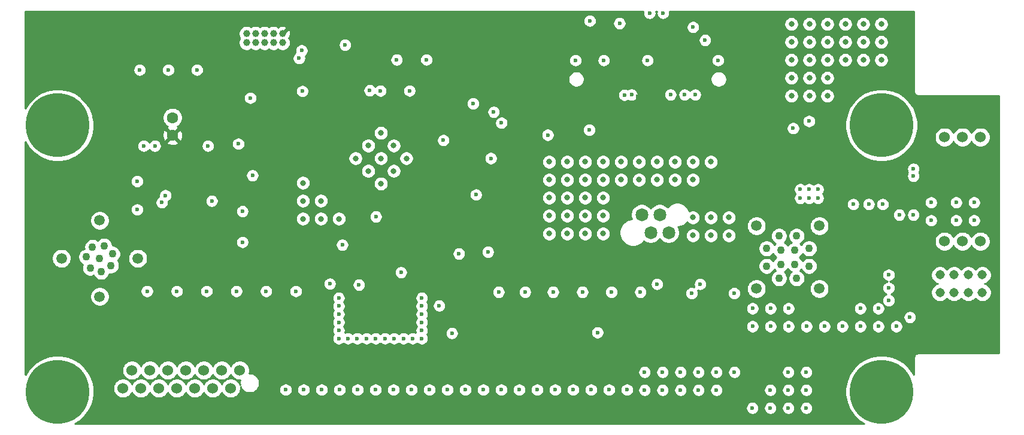
<source format=gbr>
G04 #@! TF.GenerationSoftware,KiCad,Pcbnew,(5.1.4-0)*
G04 #@! TF.CreationDate,2021-02-17T16:17:59+01:00*
G04 #@! TF.ProjectId,DBU_HW,4442555f-4857-42e6-9b69-6361645f7063,A*
G04 #@! TF.SameCoordinates,PX4c4b400PYa037a00*
G04 #@! TF.FileFunction,Copper,L3,Inr*
G04 #@! TF.FilePolarity,Positive*
%FSLAX46Y46*%
G04 Gerber Fmt 4.6, Leading zero omitted, Abs format (unit mm)*
G04 Created by KiCad (PCBNEW (5.1.4-0)) date 2021-02-17 16:17:59*
%MOMM*%
%LPD*%
G04 APERTURE LIST*
%ADD10C,1.524000*%
%ADD11C,1.825000*%
%ADD12C,1.600000*%
%ADD13C,1.308000*%
%ADD14C,1.498600*%
%ADD15C,1.099820*%
%ADD16C,9.000000*%
%ADD17C,1.000000*%
%ADD18C,0.600000*%
%ADD19C,0.800000*%
%ADD20C,0.254000*%
G04 APERTURE END LIST*
D10*
X14490000Y33970000D03*
X15760000Y36510000D03*
X17030000Y33970000D03*
X18300000Y36510000D03*
X19570000Y33970000D03*
X20840000Y36510000D03*
X22110000Y33970000D03*
X23380000Y36510000D03*
X24650000Y33970000D03*
X25920000Y36510000D03*
X27190000Y33970000D03*
X28460000Y36510000D03*
X29730000Y33970000D03*
X31000000Y36510000D03*
D11*
X87845000Y58530000D03*
X89115000Y55990000D03*
X90385000Y58530000D03*
X91655000Y55990000D03*
D12*
X21500000Y72260000D03*
X21500000Y69760000D03*
D13*
X136000000Y47510000D03*
X136000000Y50010000D03*
X134000000Y47510000D03*
X134000000Y50010000D03*
X132000000Y50010000D03*
X132000000Y47510000D03*
X130000000Y50010000D03*
X130000000Y47510000D03*
D10*
X135715000Y54760000D03*
X133175000Y54760000D03*
X130635000Y54760000D03*
X130635000Y69510000D03*
X133175000Y69510000D03*
X135715000Y69510000D03*
D14*
X5811846Y52340000D03*
X11200000Y46951846D03*
X16588154Y52340000D03*
X11200000Y57728154D03*
D15*
X11200000Y52340000D03*
X11411934Y50454146D03*
X12807466Y51328823D03*
X12992459Y52968618D03*
X11828618Y54132459D03*
X10188823Y53947466D03*
X9314146Y52551934D03*
X9856554Y50996554D03*
D14*
X104055000Y48065000D03*
X112945000Y48065000D03*
X112945000Y56955000D03*
X104055000Y56955000D03*
D15*
X109488060Y51521940D03*
X109488060Y53498060D03*
X107511940Y53498060D03*
X107511940Y51521940D03*
X109742060Y49507720D03*
X111502280Y51267940D03*
X111502280Y53752060D03*
X109742060Y55512280D03*
X107257940Y55512280D03*
X105497720Y53752060D03*
X105497720Y51267940D03*
X107257940Y49507720D03*
D16*
X121740000Y33490000D03*
X5260000Y33490000D03*
X121740000Y71190000D03*
X5260000Y71190000D03*
D17*
X31960000Y82875000D03*
X31960000Y84145000D03*
X33230000Y82875000D03*
X33230000Y84145000D03*
X34500000Y82875000D03*
X34500000Y84145000D03*
X35770000Y82875000D03*
X35770000Y84145000D03*
X37040000Y82875000D03*
X37040000Y84145000D03*
D18*
X107000000Y63283554D03*
X70712500Y67060000D03*
X32800000Y62510000D03*
X40350000Y53450001D03*
X49400000Y48610000D03*
X30800000Y66972500D03*
X32500000Y73472500D03*
X98000000Y41610000D03*
X91900000Y41610000D03*
X62900000Y73260000D03*
X64400000Y63060000D03*
X36967005Y42110000D03*
X27050000Y62047500D03*
X37800000Y80660000D03*
X44300000Y82560000D03*
X45500000Y48760000D03*
X54425000Y49260000D03*
X66100000Y54860000D03*
X70700000Y72160000D03*
X85674807Y41910000D03*
X28551403Y42110000D03*
X32759204Y42110000D03*
X59250000Y41760000D03*
X77480000Y41860000D03*
X65650000Y41910000D03*
X73330000Y41860000D03*
X102750000Y63260000D03*
X69380000Y41860000D03*
X102750000Y64533554D03*
X102750000Y65803553D03*
X102750000Y67073553D03*
X102750000Y68343554D03*
X102750000Y69613553D03*
X104000000Y63263554D03*
X103750000Y64533553D03*
X103750000Y65803555D03*
X103750000Y67073554D03*
X103750000Y68343553D03*
X104250000Y69613552D03*
X105479340Y63263553D03*
X105479340Y69613553D03*
X107000000Y64533554D03*
X107000000Y65803553D03*
X107000000Y67073553D03*
X107000000Y68343553D03*
X106749340Y69613554D03*
X108019340Y63263554D03*
X108019339Y64533554D03*
X108019339Y65803553D03*
X108019339Y67073553D03*
X108019340Y68343553D03*
X108019340Y69613554D03*
X109289339Y65803553D03*
X109289340Y67073553D03*
X109289340Y68343554D03*
X109289340Y69613553D03*
X87250000Y75260000D03*
X55800000Y80460000D03*
X54300000Y80460000D03*
X31383884Y56159315D03*
X34087500Y53260000D03*
X66500000Y68010000D03*
X60250000Y48010000D03*
X23259701Y43112914D03*
X19051899Y43112914D03*
X14750000Y43112914D03*
X88950000Y87060000D03*
X90850000Y87060000D03*
X56750000Y41010000D03*
X56750000Y42160000D03*
X110249340Y62113553D03*
X78475000Y80365000D03*
D19*
X42479340Y57949340D03*
X39939340Y63029339D03*
X39939340Y57949340D03*
X45019339Y57949340D03*
X39939340Y60489340D03*
X42479340Y60489340D03*
D18*
X67600000Y47589584D03*
X83550000Y47589584D03*
X71350000Y47589584D03*
X79450000Y47589584D03*
X75300000Y47589584D03*
X88655000Y80365000D03*
X82475000Y80365000D03*
X98620000Y80365000D03*
X93900000Y75510000D03*
X91900000Y75510000D03*
X31383884Y59010000D03*
X95100000Y85060000D03*
X96790000Y83225000D03*
X24956000Y79014289D03*
X20905500Y79014288D03*
X16855000Y79014289D03*
X47850000Y48610000D03*
X32800000Y64085000D03*
X30800000Y68547500D03*
X32500000Y75047500D03*
X38937005Y47710000D03*
X34729204Y47710000D03*
X30521403Y47710000D03*
X26313602Y47710000D03*
X22105801Y47710000D03*
X17898000Y47710000D03*
X90000000Y48710000D03*
X96100000Y48710000D03*
X94906736Y47410000D03*
X100915648Y47410000D03*
X66900000Y73060000D03*
X64400000Y61360000D03*
X27050000Y60472500D03*
X39400000Y80660000D03*
X45900000Y82560000D03*
X43750000Y48760000D03*
X56750000Y46760000D03*
X66100000Y53260000D03*
X81580000Y41860000D03*
X61000000Y41760000D03*
D19*
X109000000Y85510000D03*
X111540000Y85510000D03*
X114080000Y85510000D03*
X109000000Y82970000D03*
X111540000Y82970000D03*
X109000000Y80430000D03*
X111540000Y80430000D03*
X109000000Y77890000D03*
X74750000Y66010000D03*
X47378680Y66510000D03*
X49174731Y68306051D03*
X50970782Y70102102D03*
X49174731Y64713949D03*
X50970782Y66510000D03*
X52766833Y68306051D03*
X50970782Y62917898D03*
X52766833Y64713949D03*
X54562885Y66510000D03*
D18*
X49378012Y76110592D03*
X57400000Y80460000D03*
X53200000Y80460000D03*
X111499340Y62113554D03*
X112749340Y62113553D03*
X110249340Y60863554D03*
X111499340Y60863553D03*
X112749340Y60863554D03*
X31383884Y54644314D03*
X87644807Y47589584D03*
D19*
X77290000Y66010000D03*
X79830000Y66010000D03*
X82370000Y66010000D03*
X84910000Y66010000D03*
X87450000Y66010000D03*
X89990000Y66010000D03*
X92530000Y66010000D03*
X95070000Y66010000D03*
X97610000Y66010000D03*
X74750000Y63470000D03*
X77290000Y63470000D03*
X79830000Y63470000D03*
X82370000Y63470000D03*
X84910000Y63470000D03*
X87450000Y63470000D03*
X89990000Y63470000D03*
X92530000Y63470000D03*
X95070000Y63470000D03*
X74750000Y60930000D03*
X77290000Y60930000D03*
X79830000Y60930000D03*
X82370000Y60930000D03*
X74750000Y58390000D03*
X77290000Y58390000D03*
X79830000Y58390000D03*
X82370000Y58390000D03*
X95070000Y58140000D03*
X74750000Y55850000D03*
X77290000Y55850000D03*
X79830000Y55850000D03*
X82370000Y55850000D03*
D18*
X45000000Y46760000D03*
X45000000Y45610000D03*
X45000000Y44460000D03*
X45000000Y43310000D03*
X45000000Y41010000D03*
X46305555Y41010000D03*
X47611110Y41010000D03*
X48916665Y41010000D03*
X50222220Y41010000D03*
X51527775Y41010000D03*
X52833330Y41010000D03*
X54138885Y41010000D03*
X55444440Y41010000D03*
X56750000Y43310000D03*
X56750000Y44460000D03*
X45000000Y42160000D03*
X56750000Y45610000D03*
X126250000Y65010000D03*
X126250000Y64010000D03*
X124250000Y58510000D03*
X126250000Y58510000D03*
X122750000Y48161430D03*
X122750000Y50010000D03*
X122750000Y46407860D03*
X121900000Y60010000D03*
X119935000Y60010000D03*
X117750000Y60010000D03*
X17425000Y68260000D03*
X19000000Y68260000D03*
X16500000Y59260000D03*
X16500000Y63260000D03*
X39750000Y81760000D03*
X68000000Y71510000D03*
X66500000Y66510000D03*
X62000000Y53010000D03*
X84700000Y85610000D03*
D19*
X97610000Y58140000D03*
X100150000Y58140000D03*
X95070000Y55600000D03*
X97610000Y55600000D03*
X100150000Y55600000D03*
D18*
X109250000Y70760000D03*
X88250000Y36260000D03*
X90790000Y36260000D03*
X93330000Y36260000D03*
X95870000Y36260000D03*
X98410000Y36260000D03*
X100950000Y36260000D03*
X108570000Y36260000D03*
X111110000Y36260000D03*
X88250000Y33720000D03*
X90790000Y33720000D03*
X93330000Y33720000D03*
X95870000Y33720000D03*
X98410000Y33720000D03*
X106030000Y33720000D03*
X108570000Y33720000D03*
X111110000Y33720000D03*
X103490000Y31180000D03*
X106030000Y31180000D03*
X108570000Y31180000D03*
X111110000Y31180000D03*
X103500000Y45260000D03*
X106040000Y45260000D03*
X108580000Y45260000D03*
X118740000Y45260000D03*
X121280000Y45260000D03*
X103500000Y42720000D03*
X106040000Y42720000D03*
X108580000Y42720000D03*
X111120000Y42720000D03*
X113660000Y42720000D03*
X116200000Y42720000D03*
X118740000Y42720000D03*
X121280000Y42720000D03*
X123820000Y42720000D03*
X125750000Y44010000D03*
X128750000Y60260000D03*
X132290000Y60260000D03*
X134830000Y60260000D03*
X128750000Y57720000D03*
X132290000Y57720000D03*
X134830000Y57720000D03*
D19*
X111540000Y77890000D03*
X114080000Y77890000D03*
X109000000Y75350000D03*
X111540000Y75350000D03*
X114080000Y75350000D03*
X116620000Y85510000D03*
X119160000Y85510000D03*
X121700000Y85510000D03*
X114080000Y82970000D03*
X116620000Y82970000D03*
X119160000Y82970000D03*
X121700000Y82970000D03*
X114080000Y80430000D03*
X116620000Y80430000D03*
X119160000Y80430000D03*
X121700000Y80430000D03*
D18*
X37500000Y33760000D03*
X40040000Y33760000D03*
X42580000Y33760000D03*
X45120000Y33760000D03*
X47660000Y33760000D03*
X50200000Y33760000D03*
X52740000Y33760000D03*
X55280000Y33760000D03*
X57820000Y33760000D03*
X60360000Y33760000D03*
X62900000Y33760000D03*
X65440000Y33760000D03*
X67980000Y33760000D03*
X70520000Y33760000D03*
X73060000Y33760000D03*
X75600000Y33760000D03*
X78140000Y33760000D03*
X80680000Y33760000D03*
X83220000Y33760000D03*
X85760000Y33760000D03*
X50900000Y76060000D03*
X55000000Y76060000D03*
X111500000Y71760000D03*
X20500000Y61260000D03*
X20000000Y60260000D03*
X39850000Y76010000D03*
X53800000Y50360000D03*
X59200000Y45660000D03*
X50250000Y58260000D03*
X64000000Y74260000D03*
X80500000Y85960000D03*
X85380095Y75479905D03*
X80425000Y70535000D03*
X86395000Y75505000D03*
X74550000Y69810000D03*
X95395000Y75510000D03*
X59800000Y69060000D03*
X45500000Y54260000D03*
X26500000Y68260000D03*
D20*
G36*
X88015000Y87152089D02*
G01*
X88015000Y86967911D01*
X88050932Y86787271D01*
X88121414Y86617111D01*
X88223738Y86463972D01*
X88353972Y86333738D01*
X88507111Y86231414D01*
X88677271Y86160932D01*
X88857911Y86125000D01*
X89042089Y86125000D01*
X89222729Y86160932D01*
X89392889Y86231414D01*
X89546028Y86333738D01*
X89676262Y86463972D01*
X89778586Y86617111D01*
X89849068Y86787271D01*
X89885000Y86967911D01*
X89885000Y87152089D01*
X89852595Y87315000D01*
X89947405Y87315000D01*
X89915000Y87152089D01*
X89915000Y86967911D01*
X89950932Y86787271D01*
X90021414Y86617111D01*
X90123738Y86463972D01*
X90253972Y86333738D01*
X90407111Y86231414D01*
X90577271Y86160932D01*
X90757911Y86125000D01*
X90942089Y86125000D01*
X91122729Y86160932D01*
X91292889Y86231414D01*
X91446028Y86333738D01*
X91576262Y86463972D01*
X91678586Y86617111D01*
X91749068Y86787271D01*
X91785000Y86967911D01*
X91785000Y87152089D01*
X91752595Y87315000D01*
X126315000Y87315000D01*
X126315001Y76043657D01*
X126311686Y76010000D01*
X126324912Y75875717D01*
X126364081Y75746594D01*
X126427688Y75627593D01*
X126513289Y75523289D01*
X126617593Y75437688D01*
X126736594Y75374081D01*
X126865717Y75334912D01*
X126966353Y75325000D01*
X127000000Y75321686D01*
X127033647Y75325000D01*
X138315000Y75325000D01*
X138315001Y38945000D01*
X127033647Y38945000D01*
X127000000Y38948314D01*
X126966353Y38945000D01*
X126865717Y38935088D01*
X126736594Y38895919D01*
X126617593Y38832312D01*
X126513289Y38746711D01*
X126427688Y38642407D01*
X126364081Y38523406D01*
X126324912Y38394283D01*
X126311686Y38260000D01*
X126315001Y38226343D01*
X126315001Y35863373D01*
X126290578Y35922335D01*
X125728615Y36763372D01*
X125013372Y37478615D01*
X124172335Y38040578D01*
X123237824Y38427665D01*
X122245753Y38625000D01*
X121234247Y38625000D01*
X120242176Y38427665D01*
X119307665Y38040578D01*
X118466628Y37478615D01*
X117751385Y36763372D01*
X117189422Y35922335D01*
X116802335Y34987824D01*
X116605000Y33995753D01*
X116605000Y32984247D01*
X116802335Y31992176D01*
X117189422Y31057665D01*
X117751385Y30216628D01*
X118466628Y29501385D01*
X119299317Y28945000D01*
X7700683Y28945000D01*
X8533372Y29501385D01*
X9248615Y30216628D01*
X9810578Y31057665D01*
X9899395Y31272089D01*
X102555000Y31272089D01*
X102555000Y31087911D01*
X102590932Y30907271D01*
X102661414Y30737111D01*
X102763738Y30583972D01*
X102893972Y30453738D01*
X103047111Y30351414D01*
X103217271Y30280932D01*
X103397911Y30245000D01*
X103582089Y30245000D01*
X103762729Y30280932D01*
X103932889Y30351414D01*
X104086028Y30453738D01*
X104216262Y30583972D01*
X104318586Y30737111D01*
X104389068Y30907271D01*
X104425000Y31087911D01*
X104425000Y31272089D01*
X105095000Y31272089D01*
X105095000Y31087911D01*
X105130932Y30907271D01*
X105201414Y30737111D01*
X105303738Y30583972D01*
X105433972Y30453738D01*
X105587111Y30351414D01*
X105757271Y30280932D01*
X105937911Y30245000D01*
X106122089Y30245000D01*
X106302729Y30280932D01*
X106472889Y30351414D01*
X106626028Y30453738D01*
X106756262Y30583972D01*
X106858586Y30737111D01*
X106929068Y30907271D01*
X106965000Y31087911D01*
X106965000Y31272089D01*
X107635000Y31272089D01*
X107635000Y31087911D01*
X107670932Y30907271D01*
X107741414Y30737111D01*
X107843738Y30583972D01*
X107973972Y30453738D01*
X108127111Y30351414D01*
X108297271Y30280932D01*
X108477911Y30245000D01*
X108662089Y30245000D01*
X108842729Y30280932D01*
X109012889Y30351414D01*
X109166028Y30453738D01*
X109296262Y30583972D01*
X109398586Y30737111D01*
X109469068Y30907271D01*
X109505000Y31087911D01*
X109505000Y31272089D01*
X110175000Y31272089D01*
X110175000Y31087911D01*
X110210932Y30907271D01*
X110281414Y30737111D01*
X110383738Y30583972D01*
X110513972Y30453738D01*
X110667111Y30351414D01*
X110837271Y30280932D01*
X111017911Y30245000D01*
X111202089Y30245000D01*
X111382729Y30280932D01*
X111552889Y30351414D01*
X111706028Y30453738D01*
X111836262Y30583972D01*
X111938586Y30737111D01*
X112009068Y30907271D01*
X112045000Y31087911D01*
X112045000Y31272089D01*
X112009068Y31452729D01*
X111938586Y31622889D01*
X111836262Y31776028D01*
X111706028Y31906262D01*
X111552889Y32008586D01*
X111382729Y32079068D01*
X111202089Y32115000D01*
X111017911Y32115000D01*
X110837271Y32079068D01*
X110667111Y32008586D01*
X110513972Y31906262D01*
X110383738Y31776028D01*
X110281414Y31622889D01*
X110210932Y31452729D01*
X110175000Y31272089D01*
X109505000Y31272089D01*
X109469068Y31452729D01*
X109398586Y31622889D01*
X109296262Y31776028D01*
X109166028Y31906262D01*
X109012889Y32008586D01*
X108842729Y32079068D01*
X108662089Y32115000D01*
X108477911Y32115000D01*
X108297271Y32079068D01*
X108127111Y32008586D01*
X107973972Y31906262D01*
X107843738Y31776028D01*
X107741414Y31622889D01*
X107670932Y31452729D01*
X107635000Y31272089D01*
X106965000Y31272089D01*
X106929068Y31452729D01*
X106858586Y31622889D01*
X106756262Y31776028D01*
X106626028Y31906262D01*
X106472889Y32008586D01*
X106302729Y32079068D01*
X106122089Y32115000D01*
X105937911Y32115000D01*
X105757271Y32079068D01*
X105587111Y32008586D01*
X105433972Y31906262D01*
X105303738Y31776028D01*
X105201414Y31622889D01*
X105130932Y31452729D01*
X105095000Y31272089D01*
X104425000Y31272089D01*
X104389068Y31452729D01*
X104318586Y31622889D01*
X104216262Y31776028D01*
X104086028Y31906262D01*
X103932889Y32008586D01*
X103762729Y32079068D01*
X103582089Y32115000D01*
X103397911Y32115000D01*
X103217271Y32079068D01*
X103047111Y32008586D01*
X102893972Y31906262D01*
X102763738Y31776028D01*
X102661414Y31622889D01*
X102590932Y31452729D01*
X102555000Y31272089D01*
X9899395Y31272089D01*
X10197665Y31992176D01*
X10395000Y32984247D01*
X10395000Y33995753D01*
X10372754Y34107592D01*
X13093000Y34107592D01*
X13093000Y33832408D01*
X13146686Y33562510D01*
X13251995Y33308273D01*
X13404880Y33079465D01*
X13599465Y32884880D01*
X13828273Y32731995D01*
X14082510Y32626686D01*
X14352408Y32573000D01*
X14627592Y32573000D01*
X14897490Y32626686D01*
X15151727Y32731995D01*
X15380535Y32884880D01*
X15575120Y33079465D01*
X15728005Y33308273D01*
X15760000Y33385515D01*
X15791995Y33308273D01*
X15944880Y33079465D01*
X16139465Y32884880D01*
X16368273Y32731995D01*
X16622510Y32626686D01*
X16892408Y32573000D01*
X17167592Y32573000D01*
X17437490Y32626686D01*
X17691727Y32731995D01*
X17920535Y32884880D01*
X18115120Y33079465D01*
X18268005Y33308273D01*
X18300000Y33385515D01*
X18331995Y33308273D01*
X18484880Y33079465D01*
X18679465Y32884880D01*
X18908273Y32731995D01*
X19162510Y32626686D01*
X19432408Y32573000D01*
X19707592Y32573000D01*
X19977490Y32626686D01*
X20231727Y32731995D01*
X20460535Y32884880D01*
X20655120Y33079465D01*
X20808005Y33308273D01*
X20840000Y33385515D01*
X20871995Y33308273D01*
X21024880Y33079465D01*
X21219465Y32884880D01*
X21448273Y32731995D01*
X21702510Y32626686D01*
X21972408Y32573000D01*
X22247592Y32573000D01*
X22517490Y32626686D01*
X22771727Y32731995D01*
X23000535Y32884880D01*
X23195120Y33079465D01*
X23348005Y33308273D01*
X23380000Y33385515D01*
X23411995Y33308273D01*
X23564880Y33079465D01*
X23759465Y32884880D01*
X23988273Y32731995D01*
X24242510Y32626686D01*
X24512408Y32573000D01*
X24787592Y32573000D01*
X25057490Y32626686D01*
X25311727Y32731995D01*
X25540535Y32884880D01*
X25735120Y33079465D01*
X25888005Y33308273D01*
X25920000Y33385515D01*
X25951995Y33308273D01*
X26104880Y33079465D01*
X26299465Y32884880D01*
X26528273Y32731995D01*
X26782510Y32626686D01*
X27052408Y32573000D01*
X27327592Y32573000D01*
X27597490Y32626686D01*
X27851727Y32731995D01*
X28080535Y32884880D01*
X28275120Y33079465D01*
X28428005Y33308273D01*
X28460000Y33385515D01*
X28491995Y33308273D01*
X28644880Y33079465D01*
X28839465Y32884880D01*
X29068273Y32731995D01*
X29322510Y32626686D01*
X29592408Y32573000D01*
X29867592Y32573000D01*
X30137490Y32626686D01*
X30391727Y32731995D01*
X30620535Y32884880D01*
X30815120Y33079465D01*
X30968005Y33308273D01*
X31073314Y33562510D01*
X31127000Y33832408D01*
X31127000Y34107592D01*
X31105369Y34216336D01*
X31172629Y34053957D01*
X31324201Y33827114D01*
X31517114Y33634201D01*
X31743957Y33482629D01*
X31996011Y33378225D01*
X32263589Y33325000D01*
X32536411Y33325000D01*
X32803989Y33378225D01*
X33056043Y33482629D01*
X33282886Y33634201D01*
X33475799Y33827114D01*
X33492486Y33852089D01*
X36565000Y33852089D01*
X36565000Y33667911D01*
X36600932Y33487271D01*
X36671414Y33317111D01*
X36773738Y33163972D01*
X36903972Y33033738D01*
X37057111Y32931414D01*
X37227271Y32860932D01*
X37407911Y32825000D01*
X37592089Y32825000D01*
X37772729Y32860932D01*
X37942889Y32931414D01*
X38096028Y33033738D01*
X38226262Y33163972D01*
X38328586Y33317111D01*
X38399068Y33487271D01*
X38435000Y33667911D01*
X38435000Y33852089D01*
X39105000Y33852089D01*
X39105000Y33667911D01*
X39140932Y33487271D01*
X39211414Y33317111D01*
X39313738Y33163972D01*
X39443972Y33033738D01*
X39597111Y32931414D01*
X39767271Y32860932D01*
X39947911Y32825000D01*
X40132089Y32825000D01*
X40312729Y32860932D01*
X40482889Y32931414D01*
X40636028Y33033738D01*
X40766262Y33163972D01*
X40868586Y33317111D01*
X40939068Y33487271D01*
X40975000Y33667911D01*
X40975000Y33852089D01*
X41645000Y33852089D01*
X41645000Y33667911D01*
X41680932Y33487271D01*
X41751414Y33317111D01*
X41853738Y33163972D01*
X41983972Y33033738D01*
X42137111Y32931414D01*
X42307271Y32860932D01*
X42487911Y32825000D01*
X42672089Y32825000D01*
X42852729Y32860932D01*
X43022889Y32931414D01*
X43176028Y33033738D01*
X43306262Y33163972D01*
X43408586Y33317111D01*
X43479068Y33487271D01*
X43515000Y33667911D01*
X43515000Y33852089D01*
X44185000Y33852089D01*
X44185000Y33667911D01*
X44220932Y33487271D01*
X44291414Y33317111D01*
X44393738Y33163972D01*
X44523972Y33033738D01*
X44677111Y32931414D01*
X44847271Y32860932D01*
X45027911Y32825000D01*
X45212089Y32825000D01*
X45392729Y32860932D01*
X45562889Y32931414D01*
X45716028Y33033738D01*
X45846262Y33163972D01*
X45948586Y33317111D01*
X46019068Y33487271D01*
X46055000Y33667911D01*
X46055000Y33852089D01*
X46725000Y33852089D01*
X46725000Y33667911D01*
X46760932Y33487271D01*
X46831414Y33317111D01*
X46933738Y33163972D01*
X47063972Y33033738D01*
X47217111Y32931414D01*
X47387271Y32860932D01*
X47567911Y32825000D01*
X47752089Y32825000D01*
X47932729Y32860932D01*
X48102889Y32931414D01*
X48256028Y33033738D01*
X48386262Y33163972D01*
X48488586Y33317111D01*
X48559068Y33487271D01*
X48595000Y33667911D01*
X48595000Y33852089D01*
X49265000Y33852089D01*
X49265000Y33667911D01*
X49300932Y33487271D01*
X49371414Y33317111D01*
X49473738Y33163972D01*
X49603972Y33033738D01*
X49757111Y32931414D01*
X49927271Y32860932D01*
X50107911Y32825000D01*
X50292089Y32825000D01*
X50472729Y32860932D01*
X50642889Y32931414D01*
X50796028Y33033738D01*
X50926262Y33163972D01*
X51028586Y33317111D01*
X51099068Y33487271D01*
X51135000Y33667911D01*
X51135000Y33852089D01*
X51805000Y33852089D01*
X51805000Y33667911D01*
X51840932Y33487271D01*
X51911414Y33317111D01*
X52013738Y33163972D01*
X52143972Y33033738D01*
X52297111Y32931414D01*
X52467271Y32860932D01*
X52647911Y32825000D01*
X52832089Y32825000D01*
X53012729Y32860932D01*
X53182889Y32931414D01*
X53336028Y33033738D01*
X53466262Y33163972D01*
X53568586Y33317111D01*
X53639068Y33487271D01*
X53675000Y33667911D01*
X53675000Y33852089D01*
X54345000Y33852089D01*
X54345000Y33667911D01*
X54380932Y33487271D01*
X54451414Y33317111D01*
X54553738Y33163972D01*
X54683972Y33033738D01*
X54837111Y32931414D01*
X55007271Y32860932D01*
X55187911Y32825000D01*
X55372089Y32825000D01*
X55552729Y32860932D01*
X55722889Y32931414D01*
X55876028Y33033738D01*
X56006262Y33163972D01*
X56108586Y33317111D01*
X56179068Y33487271D01*
X56215000Y33667911D01*
X56215000Y33852089D01*
X56885000Y33852089D01*
X56885000Y33667911D01*
X56920932Y33487271D01*
X56991414Y33317111D01*
X57093738Y33163972D01*
X57223972Y33033738D01*
X57377111Y32931414D01*
X57547271Y32860932D01*
X57727911Y32825000D01*
X57912089Y32825000D01*
X58092729Y32860932D01*
X58262889Y32931414D01*
X58416028Y33033738D01*
X58546262Y33163972D01*
X58648586Y33317111D01*
X58719068Y33487271D01*
X58755000Y33667911D01*
X58755000Y33852089D01*
X59425000Y33852089D01*
X59425000Y33667911D01*
X59460932Y33487271D01*
X59531414Y33317111D01*
X59633738Y33163972D01*
X59763972Y33033738D01*
X59917111Y32931414D01*
X60087271Y32860932D01*
X60267911Y32825000D01*
X60452089Y32825000D01*
X60632729Y32860932D01*
X60802889Y32931414D01*
X60956028Y33033738D01*
X61086262Y33163972D01*
X61188586Y33317111D01*
X61259068Y33487271D01*
X61295000Y33667911D01*
X61295000Y33852089D01*
X61965000Y33852089D01*
X61965000Y33667911D01*
X62000932Y33487271D01*
X62071414Y33317111D01*
X62173738Y33163972D01*
X62303972Y33033738D01*
X62457111Y32931414D01*
X62627271Y32860932D01*
X62807911Y32825000D01*
X62992089Y32825000D01*
X63172729Y32860932D01*
X63342889Y32931414D01*
X63496028Y33033738D01*
X63626262Y33163972D01*
X63728586Y33317111D01*
X63799068Y33487271D01*
X63835000Y33667911D01*
X63835000Y33852089D01*
X64505000Y33852089D01*
X64505000Y33667911D01*
X64540932Y33487271D01*
X64611414Y33317111D01*
X64713738Y33163972D01*
X64843972Y33033738D01*
X64997111Y32931414D01*
X65167271Y32860932D01*
X65347911Y32825000D01*
X65532089Y32825000D01*
X65712729Y32860932D01*
X65882889Y32931414D01*
X66036028Y33033738D01*
X66166262Y33163972D01*
X66268586Y33317111D01*
X66339068Y33487271D01*
X66375000Y33667911D01*
X66375000Y33852089D01*
X67045000Y33852089D01*
X67045000Y33667911D01*
X67080932Y33487271D01*
X67151414Y33317111D01*
X67253738Y33163972D01*
X67383972Y33033738D01*
X67537111Y32931414D01*
X67707271Y32860932D01*
X67887911Y32825000D01*
X68072089Y32825000D01*
X68252729Y32860932D01*
X68422889Y32931414D01*
X68576028Y33033738D01*
X68706262Y33163972D01*
X68808586Y33317111D01*
X68879068Y33487271D01*
X68915000Y33667911D01*
X68915000Y33852089D01*
X69585000Y33852089D01*
X69585000Y33667911D01*
X69620932Y33487271D01*
X69691414Y33317111D01*
X69793738Y33163972D01*
X69923972Y33033738D01*
X70077111Y32931414D01*
X70247271Y32860932D01*
X70427911Y32825000D01*
X70612089Y32825000D01*
X70792729Y32860932D01*
X70962889Y32931414D01*
X71116028Y33033738D01*
X71246262Y33163972D01*
X71348586Y33317111D01*
X71419068Y33487271D01*
X71455000Y33667911D01*
X71455000Y33852089D01*
X72125000Y33852089D01*
X72125000Y33667911D01*
X72160932Y33487271D01*
X72231414Y33317111D01*
X72333738Y33163972D01*
X72463972Y33033738D01*
X72617111Y32931414D01*
X72787271Y32860932D01*
X72967911Y32825000D01*
X73152089Y32825000D01*
X73332729Y32860932D01*
X73502889Y32931414D01*
X73656028Y33033738D01*
X73786262Y33163972D01*
X73888586Y33317111D01*
X73959068Y33487271D01*
X73995000Y33667911D01*
X73995000Y33852089D01*
X74665000Y33852089D01*
X74665000Y33667911D01*
X74700932Y33487271D01*
X74771414Y33317111D01*
X74873738Y33163972D01*
X75003972Y33033738D01*
X75157111Y32931414D01*
X75327271Y32860932D01*
X75507911Y32825000D01*
X75692089Y32825000D01*
X75872729Y32860932D01*
X76042889Y32931414D01*
X76196028Y33033738D01*
X76326262Y33163972D01*
X76428586Y33317111D01*
X76499068Y33487271D01*
X76535000Y33667911D01*
X76535000Y33852089D01*
X77205000Y33852089D01*
X77205000Y33667911D01*
X77240932Y33487271D01*
X77311414Y33317111D01*
X77413738Y33163972D01*
X77543972Y33033738D01*
X77697111Y32931414D01*
X77867271Y32860932D01*
X78047911Y32825000D01*
X78232089Y32825000D01*
X78412729Y32860932D01*
X78582889Y32931414D01*
X78736028Y33033738D01*
X78866262Y33163972D01*
X78968586Y33317111D01*
X79039068Y33487271D01*
X79075000Y33667911D01*
X79075000Y33852089D01*
X79745000Y33852089D01*
X79745000Y33667911D01*
X79780932Y33487271D01*
X79851414Y33317111D01*
X79953738Y33163972D01*
X80083972Y33033738D01*
X80237111Y32931414D01*
X80407271Y32860932D01*
X80587911Y32825000D01*
X80772089Y32825000D01*
X80952729Y32860932D01*
X81122889Y32931414D01*
X81276028Y33033738D01*
X81406262Y33163972D01*
X81508586Y33317111D01*
X81579068Y33487271D01*
X81615000Y33667911D01*
X81615000Y33852089D01*
X82285000Y33852089D01*
X82285000Y33667911D01*
X82320932Y33487271D01*
X82391414Y33317111D01*
X82493738Y33163972D01*
X82623972Y33033738D01*
X82777111Y32931414D01*
X82947271Y32860932D01*
X83127911Y32825000D01*
X83312089Y32825000D01*
X83492729Y32860932D01*
X83662889Y32931414D01*
X83816028Y33033738D01*
X83946262Y33163972D01*
X84048586Y33317111D01*
X84119068Y33487271D01*
X84155000Y33667911D01*
X84155000Y33852089D01*
X84825000Y33852089D01*
X84825000Y33667911D01*
X84860932Y33487271D01*
X84931414Y33317111D01*
X85033738Y33163972D01*
X85163972Y33033738D01*
X85317111Y32931414D01*
X85487271Y32860932D01*
X85667911Y32825000D01*
X85852089Y32825000D01*
X86032729Y32860932D01*
X86202889Y32931414D01*
X86356028Y33033738D01*
X86486262Y33163972D01*
X86588586Y33317111D01*
X86659068Y33487271D01*
X86695000Y33667911D01*
X86695000Y33812089D01*
X87315000Y33812089D01*
X87315000Y33627911D01*
X87350932Y33447271D01*
X87421414Y33277111D01*
X87523738Y33123972D01*
X87653972Y32993738D01*
X87807111Y32891414D01*
X87977271Y32820932D01*
X88157911Y32785000D01*
X88342089Y32785000D01*
X88522729Y32820932D01*
X88692889Y32891414D01*
X88846028Y32993738D01*
X88976262Y33123972D01*
X89078586Y33277111D01*
X89149068Y33447271D01*
X89185000Y33627911D01*
X89185000Y33812089D01*
X89855000Y33812089D01*
X89855000Y33627911D01*
X89890932Y33447271D01*
X89961414Y33277111D01*
X90063738Y33123972D01*
X90193972Y32993738D01*
X90347111Y32891414D01*
X90517271Y32820932D01*
X90697911Y32785000D01*
X90882089Y32785000D01*
X91062729Y32820932D01*
X91232889Y32891414D01*
X91386028Y32993738D01*
X91516262Y33123972D01*
X91618586Y33277111D01*
X91689068Y33447271D01*
X91725000Y33627911D01*
X91725000Y33812089D01*
X92395000Y33812089D01*
X92395000Y33627911D01*
X92430932Y33447271D01*
X92501414Y33277111D01*
X92603738Y33123972D01*
X92733972Y32993738D01*
X92887111Y32891414D01*
X93057271Y32820932D01*
X93237911Y32785000D01*
X93422089Y32785000D01*
X93602729Y32820932D01*
X93772889Y32891414D01*
X93926028Y32993738D01*
X94056262Y33123972D01*
X94158586Y33277111D01*
X94229068Y33447271D01*
X94265000Y33627911D01*
X94265000Y33812089D01*
X94935000Y33812089D01*
X94935000Y33627911D01*
X94970932Y33447271D01*
X95041414Y33277111D01*
X95143738Y33123972D01*
X95273972Y32993738D01*
X95427111Y32891414D01*
X95597271Y32820932D01*
X95777911Y32785000D01*
X95962089Y32785000D01*
X96142729Y32820932D01*
X96312889Y32891414D01*
X96466028Y32993738D01*
X96596262Y33123972D01*
X96698586Y33277111D01*
X96769068Y33447271D01*
X96805000Y33627911D01*
X96805000Y33812089D01*
X97475000Y33812089D01*
X97475000Y33627911D01*
X97510932Y33447271D01*
X97581414Y33277111D01*
X97683738Y33123972D01*
X97813972Y32993738D01*
X97967111Y32891414D01*
X98137271Y32820932D01*
X98317911Y32785000D01*
X98502089Y32785000D01*
X98682729Y32820932D01*
X98852889Y32891414D01*
X99006028Y32993738D01*
X99136262Y33123972D01*
X99238586Y33277111D01*
X99309068Y33447271D01*
X99345000Y33627911D01*
X99345000Y33812089D01*
X105095000Y33812089D01*
X105095000Y33627911D01*
X105130932Y33447271D01*
X105201414Y33277111D01*
X105303738Y33123972D01*
X105433972Y32993738D01*
X105587111Y32891414D01*
X105757271Y32820932D01*
X105937911Y32785000D01*
X106122089Y32785000D01*
X106302729Y32820932D01*
X106472889Y32891414D01*
X106626028Y32993738D01*
X106756262Y33123972D01*
X106858586Y33277111D01*
X106929068Y33447271D01*
X106965000Y33627911D01*
X106965000Y33812089D01*
X107635000Y33812089D01*
X107635000Y33627911D01*
X107670932Y33447271D01*
X107741414Y33277111D01*
X107843738Y33123972D01*
X107973972Y32993738D01*
X108127111Y32891414D01*
X108297271Y32820932D01*
X108477911Y32785000D01*
X108662089Y32785000D01*
X108842729Y32820932D01*
X109012889Y32891414D01*
X109166028Y32993738D01*
X109296262Y33123972D01*
X109398586Y33277111D01*
X109469068Y33447271D01*
X109505000Y33627911D01*
X109505000Y33812089D01*
X110175000Y33812089D01*
X110175000Y33627911D01*
X110210932Y33447271D01*
X110281414Y33277111D01*
X110383738Y33123972D01*
X110513972Y32993738D01*
X110667111Y32891414D01*
X110837271Y32820932D01*
X111017911Y32785000D01*
X111202089Y32785000D01*
X111382729Y32820932D01*
X111552889Y32891414D01*
X111706028Y32993738D01*
X111836262Y33123972D01*
X111938586Y33277111D01*
X112009068Y33447271D01*
X112045000Y33627911D01*
X112045000Y33812089D01*
X112009068Y33992729D01*
X111938586Y34162889D01*
X111836262Y34316028D01*
X111706028Y34446262D01*
X111552889Y34548586D01*
X111382729Y34619068D01*
X111202089Y34655000D01*
X111017911Y34655000D01*
X110837271Y34619068D01*
X110667111Y34548586D01*
X110513972Y34446262D01*
X110383738Y34316028D01*
X110281414Y34162889D01*
X110210932Y33992729D01*
X110175000Y33812089D01*
X109505000Y33812089D01*
X109469068Y33992729D01*
X109398586Y34162889D01*
X109296262Y34316028D01*
X109166028Y34446262D01*
X109012889Y34548586D01*
X108842729Y34619068D01*
X108662089Y34655000D01*
X108477911Y34655000D01*
X108297271Y34619068D01*
X108127111Y34548586D01*
X107973972Y34446262D01*
X107843738Y34316028D01*
X107741414Y34162889D01*
X107670932Y33992729D01*
X107635000Y33812089D01*
X106965000Y33812089D01*
X106929068Y33992729D01*
X106858586Y34162889D01*
X106756262Y34316028D01*
X106626028Y34446262D01*
X106472889Y34548586D01*
X106302729Y34619068D01*
X106122089Y34655000D01*
X105937911Y34655000D01*
X105757271Y34619068D01*
X105587111Y34548586D01*
X105433972Y34446262D01*
X105303738Y34316028D01*
X105201414Y34162889D01*
X105130932Y33992729D01*
X105095000Y33812089D01*
X99345000Y33812089D01*
X99309068Y33992729D01*
X99238586Y34162889D01*
X99136262Y34316028D01*
X99006028Y34446262D01*
X98852889Y34548586D01*
X98682729Y34619068D01*
X98502089Y34655000D01*
X98317911Y34655000D01*
X98137271Y34619068D01*
X97967111Y34548586D01*
X97813972Y34446262D01*
X97683738Y34316028D01*
X97581414Y34162889D01*
X97510932Y33992729D01*
X97475000Y33812089D01*
X96805000Y33812089D01*
X96769068Y33992729D01*
X96698586Y34162889D01*
X96596262Y34316028D01*
X96466028Y34446262D01*
X96312889Y34548586D01*
X96142729Y34619068D01*
X95962089Y34655000D01*
X95777911Y34655000D01*
X95597271Y34619068D01*
X95427111Y34548586D01*
X95273972Y34446262D01*
X95143738Y34316028D01*
X95041414Y34162889D01*
X94970932Y33992729D01*
X94935000Y33812089D01*
X94265000Y33812089D01*
X94229068Y33992729D01*
X94158586Y34162889D01*
X94056262Y34316028D01*
X93926028Y34446262D01*
X93772889Y34548586D01*
X93602729Y34619068D01*
X93422089Y34655000D01*
X93237911Y34655000D01*
X93057271Y34619068D01*
X92887111Y34548586D01*
X92733972Y34446262D01*
X92603738Y34316028D01*
X92501414Y34162889D01*
X92430932Y33992729D01*
X92395000Y33812089D01*
X91725000Y33812089D01*
X91689068Y33992729D01*
X91618586Y34162889D01*
X91516262Y34316028D01*
X91386028Y34446262D01*
X91232889Y34548586D01*
X91062729Y34619068D01*
X90882089Y34655000D01*
X90697911Y34655000D01*
X90517271Y34619068D01*
X90347111Y34548586D01*
X90193972Y34446262D01*
X90063738Y34316028D01*
X89961414Y34162889D01*
X89890932Y33992729D01*
X89855000Y33812089D01*
X89185000Y33812089D01*
X89149068Y33992729D01*
X89078586Y34162889D01*
X88976262Y34316028D01*
X88846028Y34446262D01*
X88692889Y34548586D01*
X88522729Y34619068D01*
X88342089Y34655000D01*
X88157911Y34655000D01*
X87977271Y34619068D01*
X87807111Y34548586D01*
X87653972Y34446262D01*
X87523738Y34316028D01*
X87421414Y34162889D01*
X87350932Y33992729D01*
X87315000Y33812089D01*
X86695000Y33812089D01*
X86695000Y33852089D01*
X86659068Y34032729D01*
X86588586Y34202889D01*
X86486262Y34356028D01*
X86356028Y34486262D01*
X86202889Y34588586D01*
X86032729Y34659068D01*
X85852089Y34695000D01*
X85667911Y34695000D01*
X85487271Y34659068D01*
X85317111Y34588586D01*
X85163972Y34486262D01*
X85033738Y34356028D01*
X84931414Y34202889D01*
X84860932Y34032729D01*
X84825000Y33852089D01*
X84155000Y33852089D01*
X84119068Y34032729D01*
X84048586Y34202889D01*
X83946262Y34356028D01*
X83816028Y34486262D01*
X83662889Y34588586D01*
X83492729Y34659068D01*
X83312089Y34695000D01*
X83127911Y34695000D01*
X82947271Y34659068D01*
X82777111Y34588586D01*
X82623972Y34486262D01*
X82493738Y34356028D01*
X82391414Y34202889D01*
X82320932Y34032729D01*
X82285000Y33852089D01*
X81615000Y33852089D01*
X81579068Y34032729D01*
X81508586Y34202889D01*
X81406262Y34356028D01*
X81276028Y34486262D01*
X81122889Y34588586D01*
X80952729Y34659068D01*
X80772089Y34695000D01*
X80587911Y34695000D01*
X80407271Y34659068D01*
X80237111Y34588586D01*
X80083972Y34486262D01*
X79953738Y34356028D01*
X79851414Y34202889D01*
X79780932Y34032729D01*
X79745000Y33852089D01*
X79075000Y33852089D01*
X79039068Y34032729D01*
X78968586Y34202889D01*
X78866262Y34356028D01*
X78736028Y34486262D01*
X78582889Y34588586D01*
X78412729Y34659068D01*
X78232089Y34695000D01*
X78047911Y34695000D01*
X77867271Y34659068D01*
X77697111Y34588586D01*
X77543972Y34486262D01*
X77413738Y34356028D01*
X77311414Y34202889D01*
X77240932Y34032729D01*
X77205000Y33852089D01*
X76535000Y33852089D01*
X76499068Y34032729D01*
X76428586Y34202889D01*
X76326262Y34356028D01*
X76196028Y34486262D01*
X76042889Y34588586D01*
X75872729Y34659068D01*
X75692089Y34695000D01*
X75507911Y34695000D01*
X75327271Y34659068D01*
X75157111Y34588586D01*
X75003972Y34486262D01*
X74873738Y34356028D01*
X74771414Y34202889D01*
X74700932Y34032729D01*
X74665000Y33852089D01*
X73995000Y33852089D01*
X73959068Y34032729D01*
X73888586Y34202889D01*
X73786262Y34356028D01*
X73656028Y34486262D01*
X73502889Y34588586D01*
X73332729Y34659068D01*
X73152089Y34695000D01*
X72967911Y34695000D01*
X72787271Y34659068D01*
X72617111Y34588586D01*
X72463972Y34486262D01*
X72333738Y34356028D01*
X72231414Y34202889D01*
X72160932Y34032729D01*
X72125000Y33852089D01*
X71455000Y33852089D01*
X71419068Y34032729D01*
X71348586Y34202889D01*
X71246262Y34356028D01*
X71116028Y34486262D01*
X70962889Y34588586D01*
X70792729Y34659068D01*
X70612089Y34695000D01*
X70427911Y34695000D01*
X70247271Y34659068D01*
X70077111Y34588586D01*
X69923972Y34486262D01*
X69793738Y34356028D01*
X69691414Y34202889D01*
X69620932Y34032729D01*
X69585000Y33852089D01*
X68915000Y33852089D01*
X68879068Y34032729D01*
X68808586Y34202889D01*
X68706262Y34356028D01*
X68576028Y34486262D01*
X68422889Y34588586D01*
X68252729Y34659068D01*
X68072089Y34695000D01*
X67887911Y34695000D01*
X67707271Y34659068D01*
X67537111Y34588586D01*
X67383972Y34486262D01*
X67253738Y34356028D01*
X67151414Y34202889D01*
X67080932Y34032729D01*
X67045000Y33852089D01*
X66375000Y33852089D01*
X66339068Y34032729D01*
X66268586Y34202889D01*
X66166262Y34356028D01*
X66036028Y34486262D01*
X65882889Y34588586D01*
X65712729Y34659068D01*
X65532089Y34695000D01*
X65347911Y34695000D01*
X65167271Y34659068D01*
X64997111Y34588586D01*
X64843972Y34486262D01*
X64713738Y34356028D01*
X64611414Y34202889D01*
X64540932Y34032729D01*
X64505000Y33852089D01*
X63835000Y33852089D01*
X63799068Y34032729D01*
X63728586Y34202889D01*
X63626262Y34356028D01*
X63496028Y34486262D01*
X63342889Y34588586D01*
X63172729Y34659068D01*
X62992089Y34695000D01*
X62807911Y34695000D01*
X62627271Y34659068D01*
X62457111Y34588586D01*
X62303972Y34486262D01*
X62173738Y34356028D01*
X62071414Y34202889D01*
X62000932Y34032729D01*
X61965000Y33852089D01*
X61295000Y33852089D01*
X61259068Y34032729D01*
X61188586Y34202889D01*
X61086262Y34356028D01*
X60956028Y34486262D01*
X60802889Y34588586D01*
X60632729Y34659068D01*
X60452089Y34695000D01*
X60267911Y34695000D01*
X60087271Y34659068D01*
X59917111Y34588586D01*
X59763972Y34486262D01*
X59633738Y34356028D01*
X59531414Y34202889D01*
X59460932Y34032729D01*
X59425000Y33852089D01*
X58755000Y33852089D01*
X58719068Y34032729D01*
X58648586Y34202889D01*
X58546262Y34356028D01*
X58416028Y34486262D01*
X58262889Y34588586D01*
X58092729Y34659068D01*
X57912089Y34695000D01*
X57727911Y34695000D01*
X57547271Y34659068D01*
X57377111Y34588586D01*
X57223972Y34486262D01*
X57093738Y34356028D01*
X56991414Y34202889D01*
X56920932Y34032729D01*
X56885000Y33852089D01*
X56215000Y33852089D01*
X56179068Y34032729D01*
X56108586Y34202889D01*
X56006262Y34356028D01*
X55876028Y34486262D01*
X55722889Y34588586D01*
X55552729Y34659068D01*
X55372089Y34695000D01*
X55187911Y34695000D01*
X55007271Y34659068D01*
X54837111Y34588586D01*
X54683972Y34486262D01*
X54553738Y34356028D01*
X54451414Y34202889D01*
X54380932Y34032729D01*
X54345000Y33852089D01*
X53675000Y33852089D01*
X53639068Y34032729D01*
X53568586Y34202889D01*
X53466262Y34356028D01*
X53336028Y34486262D01*
X53182889Y34588586D01*
X53012729Y34659068D01*
X52832089Y34695000D01*
X52647911Y34695000D01*
X52467271Y34659068D01*
X52297111Y34588586D01*
X52143972Y34486262D01*
X52013738Y34356028D01*
X51911414Y34202889D01*
X51840932Y34032729D01*
X51805000Y33852089D01*
X51135000Y33852089D01*
X51099068Y34032729D01*
X51028586Y34202889D01*
X50926262Y34356028D01*
X50796028Y34486262D01*
X50642889Y34588586D01*
X50472729Y34659068D01*
X50292089Y34695000D01*
X50107911Y34695000D01*
X49927271Y34659068D01*
X49757111Y34588586D01*
X49603972Y34486262D01*
X49473738Y34356028D01*
X49371414Y34202889D01*
X49300932Y34032729D01*
X49265000Y33852089D01*
X48595000Y33852089D01*
X48559068Y34032729D01*
X48488586Y34202889D01*
X48386262Y34356028D01*
X48256028Y34486262D01*
X48102889Y34588586D01*
X47932729Y34659068D01*
X47752089Y34695000D01*
X47567911Y34695000D01*
X47387271Y34659068D01*
X47217111Y34588586D01*
X47063972Y34486262D01*
X46933738Y34356028D01*
X46831414Y34202889D01*
X46760932Y34032729D01*
X46725000Y33852089D01*
X46055000Y33852089D01*
X46019068Y34032729D01*
X45948586Y34202889D01*
X45846262Y34356028D01*
X45716028Y34486262D01*
X45562889Y34588586D01*
X45392729Y34659068D01*
X45212089Y34695000D01*
X45027911Y34695000D01*
X44847271Y34659068D01*
X44677111Y34588586D01*
X44523972Y34486262D01*
X44393738Y34356028D01*
X44291414Y34202889D01*
X44220932Y34032729D01*
X44185000Y33852089D01*
X43515000Y33852089D01*
X43479068Y34032729D01*
X43408586Y34202889D01*
X43306262Y34356028D01*
X43176028Y34486262D01*
X43022889Y34588586D01*
X42852729Y34659068D01*
X42672089Y34695000D01*
X42487911Y34695000D01*
X42307271Y34659068D01*
X42137111Y34588586D01*
X41983972Y34486262D01*
X41853738Y34356028D01*
X41751414Y34202889D01*
X41680932Y34032729D01*
X41645000Y33852089D01*
X40975000Y33852089D01*
X40939068Y34032729D01*
X40868586Y34202889D01*
X40766262Y34356028D01*
X40636028Y34486262D01*
X40482889Y34588586D01*
X40312729Y34659068D01*
X40132089Y34695000D01*
X39947911Y34695000D01*
X39767271Y34659068D01*
X39597111Y34588586D01*
X39443972Y34486262D01*
X39313738Y34356028D01*
X39211414Y34202889D01*
X39140932Y34032729D01*
X39105000Y33852089D01*
X38435000Y33852089D01*
X38399068Y34032729D01*
X38328586Y34202889D01*
X38226262Y34356028D01*
X38096028Y34486262D01*
X37942889Y34588586D01*
X37772729Y34659068D01*
X37592089Y34695000D01*
X37407911Y34695000D01*
X37227271Y34659068D01*
X37057111Y34588586D01*
X36903972Y34486262D01*
X36773738Y34356028D01*
X36671414Y34202889D01*
X36600932Y34032729D01*
X36565000Y33852089D01*
X33492486Y33852089D01*
X33627371Y34053957D01*
X33731775Y34306011D01*
X33785000Y34573589D01*
X33785000Y34846411D01*
X33731775Y35113989D01*
X33627371Y35366043D01*
X33475799Y35592886D01*
X33282886Y35785799D01*
X33056043Y35937371D01*
X32803989Y36041775D01*
X32536411Y36095000D01*
X32340203Y36095000D01*
X32343314Y36102510D01*
X32392958Y36352089D01*
X87315000Y36352089D01*
X87315000Y36167911D01*
X87350932Y35987271D01*
X87421414Y35817111D01*
X87523738Y35663972D01*
X87653972Y35533738D01*
X87807111Y35431414D01*
X87977271Y35360932D01*
X88157911Y35325000D01*
X88342089Y35325000D01*
X88522729Y35360932D01*
X88692889Y35431414D01*
X88846028Y35533738D01*
X88976262Y35663972D01*
X89078586Y35817111D01*
X89149068Y35987271D01*
X89185000Y36167911D01*
X89185000Y36352089D01*
X89855000Y36352089D01*
X89855000Y36167911D01*
X89890932Y35987271D01*
X89961414Y35817111D01*
X90063738Y35663972D01*
X90193972Y35533738D01*
X90347111Y35431414D01*
X90517271Y35360932D01*
X90697911Y35325000D01*
X90882089Y35325000D01*
X91062729Y35360932D01*
X91232889Y35431414D01*
X91386028Y35533738D01*
X91516262Y35663972D01*
X91618586Y35817111D01*
X91689068Y35987271D01*
X91725000Y36167911D01*
X91725000Y36352089D01*
X92395000Y36352089D01*
X92395000Y36167911D01*
X92430932Y35987271D01*
X92501414Y35817111D01*
X92603738Y35663972D01*
X92733972Y35533738D01*
X92887111Y35431414D01*
X93057271Y35360932D01*
X93237911Y35325000D01*
X93422089Y35325000D01*
X93602729Y35360932D01*
X93772889Y35431414D01*
X93926028Y35533738D01*
X94056262Y35663972D01*
X94158586Y35817111D01*
X94229068Y35987271D01*
X94265000Y36167911D01*
X94265000Y36352089D01*
X94935000Y36352089D01*
X94935000Y36167911D01*
X94970932Y35987271D01*
X95041414Y35817111D01*
X95143738Y35663972D01*
X95273972Y35533738D01*
X95427111Y35431414D01*
X95597271Y35360932D01*
X95777911Y35325000D01*
X95962089Y35325000D01*
X96142729Y35360932D01*
X96312889Y35431414D01*
X96466028Y35533738D01*
X96596262Y35663972D01*
X96698586Y35817111D01*
X96769068Y35987271D01*
X96805000Y36167911D01*
X96805000Y36352089D01*
X97475000Y36352089D01*
X97475000Y36167911D01*
X97510932Y35987271D01*
X97581414Y35817111D01*
X97683738Y35663972D01*
X97813972Y35533738D01*
X97967111Y35431414D01*
X98137271Y35360932D01*
X98317911Y35325000D01*
X98502089Y35325000D01*
X98682729Y35360932D01*
X98852889Y35431414D01*
X99006028Y35533738D01*
X99136262Y35663972D01*
X99238586Y35817111D01*
X99309068Y35987271D01*
X99345000Y36167911D01*
X99345000Y36352089D01*
X100015000Y36352089D01*
X100015000Y36167911D01*
X100050932Y35987271D01*
X100121414Y35817111D01*
X100223738Y35663972D01*
X100353972Y35533738D01*
X100507111Y35431414D01*
X100677271Y35360932D01*
X100857911Y35325000D01*
X101042089Y35325000D01*
X101222729Y35360932D01*
X101392889Y35431414D01*
X101546028Y35533738D01*
X101676262Y35663972D01*
X101778586Y35817111D01*
X101849068Y35987271D01*
X101885000Y36167911D01*
X101885000Y36352089D01*
X107635000Y36352089D01*
X107635000Y36167911D01*
X107670932Y35987271D01*
X107741414Y35817111D01*
X107843738Y35663972D01*
X107973972Y35533738D01*
X108127111Y35431414D01*
X108297271Y35360932D01*
X108477911Y35325000D01*
X108662089Y35325000D01*
X108842729Y35360932D01*
X109012889Y35431414D01*
X109166028Y35533738D01*
X109296262Y35663972D01*
X109398586Y35817111D01*
X109469068Y35987271D01*
X109505000Y36167911D01*
X109505000Y36352089D01*
X110175000Y36352089D01*
X110175000Y36167911D01*
X110210932Y35987271D01*
X110281414Y35817111D01*
X110383738Y35663972D01*
X110513972Y35533738D01*
X110667111Y35431414D01*
X110837271Y35360932D01*
X111017911Y35325000D01*
X111202089Y35325000D01*
X111382729Y35360932D01*
X111552889Y35431414D01*
X111706028Y35533738D01*
X111836262Y35663972D01*
X111938586Y35817111D01*
X112009068Y35987271D01*
X112045000Y36167911D01*
X112045000Y36352089D01*
X112009068Y36532729D01*
X111938586Y36702889D01*
X111836262Y36856028D01*
X111706028Y36986262D01*
X111552889Y37088586D01*
X111382729Y37159068D01*
X111202089Y37195000D01*
X111017911Y37195000D01*
X110837271Y37159068D01*
X110667111Y37088586D01*
X110513972Y36986262D01*
X110383738Y36856028D01*
X110281414Y36702889D01*
X110210932Y36532729D01*
X110175000Y36352089D01*
X109505000Y36352089D01*
X109469068Y36532729D01*
X109398586Y36702889D01*
X109296262Y36856028D01*
X109166028Y36986262D01*
X109012889Y37088586D01*
X108842729Y37159068D01*
X108662089Y37195000D01*
X108477911Y37195000D01*
X108297271Y37159068D01*
X108127111Y37088586D01*
X107973972Y36986262D01*
X107843738Y36856028D01*
X107741414Y36702889D01*
X107670932Y36532729D01*
X107635000Y36352089D01*
X101885000Y36352089D01*
X101849068Y36532729D01*
X101778586Y36702889D01*
X101676262Y36856028D01*
X101546028Y36986262D01*
X101392889Y37088586D01*
X101222729Y37159068D01*
X101042089Y37195000D01*
X100857911Y37195000D01*
X100677271Y37159068D01*
X100507111Y37088586D01*
X100353972Y36986262D01*
X100223738Y36856028D01*
X100121414Y36702889D01*
X100050932Y36532729D01*
X100015000Y36352089D01*
X99345000Y36352089D01*
X99309068Y36532729D01*
X99238586Y36702889D01*
X99136262Y36856028D01*
X99006028Y36986262D01*
X98852889Y37088586D01*
X98682729Y37159068D01*
X98502089Y37195000D01*
X98317911Y37195000D01*
X98137271Y37159068D01*
X97967111Y37088586D01*
X97813972Y36986262D01*
X97683738Y36856028D01*
X97581414Y36702889D01*
X97510932Y36532729D01*
X97475000Y36352089D01*
X96805000Y36352089D01*
X96769068Y36532729D01*
X96698586Y36702889D01*
X96596262Y36856028D01*
X96466028Y36986262D01*
X96312889Y37088586D01*
X96142729Y37159068D01*
X95962089Y37195000D01*
X95777911Y37195000D01*
X95597271Y37159068D01*
X95427111Y37088586D01*
X95273972Y36986262D01*
X95143738Y36856028D01*
X95041414Y36702889D01*
X94970932Y36532729D01*
X94935000Y36352089D01*
X94265000Y36352089D01*
X94229068Y36532729D01*
X94158586Y36702889D01*
X94056262Y36856028D01*
X93926028Y36986262D01*
X93772889Y37088586D01*
X93602729Y37159068D01*
X93422089Y37195000D01*
X93237911Y37195000D01*
X93057271Y37159068D01*
X92887111Y37088586D01*
X92733972Y36986262D01*
X92603738Y36856028D01*
X92501414Y36702889D01*
X92430932Y36532729D01*
X92395000Y36352089D01*
X91725000Y36352089D01*
X91689068Y36532729D01*
X91618586Y36702889D01*
X91516262Y36856028D01*
X91386028Y36986262D01*
X91232889Y37088586D01*
X91062729Y37159068D01*
X90882089Y37195000D01*
X90697911Y37195000D01*
X90517271Y37159068D01*
X90347111Y37088586D01*
X90193972Y36986262D01*
X90063738Y36856028D01*
X89961414Y36702889D01*
X89890932Y36532729D01*
X89855000Y36352089D01*
X89185000Y36352089D01*
X89149068Y36532729D01*
X89078586Y36702889D01*
X88976262Y36856028D01*
X88846028Y36986262D01*
X88692889Y37088586D01*
X88522729Y37159068D01*
X88342089Y37195000D01*
X88157911Y37195000D01*
X87977271Y37159068D01*
X87807111Y37088586D01*
X87653972Y36986262D01*
X87523738Y36856028D01*
X87421414Y36702889D01*
X87350932Y36532729D01*
X87315000Y36352089D01*
X32392958Y36352089D01*
X32397000Y36372408D01*
X32397000Y36647592D01*
X32343314Y36917490D01*
X32238005Y37171727D01*
X32085120Y37400535D01*
X31890535Y37595120D01*
X31661727Y37748005D01*
X31407490Y37853314D01*
X31137592Y37907000D01*
X30862408Y37907000D01*
X30592510Y37853314D01*
X30338273Y37748005D01*
X30109465Y37595120D01*
X29914880Y37400535D01*
X29761995Y37171727D01*
X29730000Y37094485D01*
X29698005Y37171727D01*
X29545120Y37400535D01*
X29350535Y37595120D01*
X29121727Y37748005D01*
X28867490Y37853314D01*
X28597592Y37907000D01*
X28322408Y37907000D01*
X28052510Y37853314D01*
X27798273Y37748005D01*
X27569465Y37595120D01*
X27374880Y37400535D01*
X27221995Y37171727D01*
X27190000Y37094485D01*
X27158005Y37171727D01*
X27005120Y37400535D01*
X26810535Y37595120D01*
X26581727Y37748005D01*
X26327490Y37853314D01*
X26057592Y37907000D01*
X25782408Y37907000D01*
X25512510Y37853314D01*
X25258273Y37748005D01*
X25029465Y37595120D01*
X24834880Y37400535D01*
X24681995Y37171727D01*
X24650000Y37094485D01*
X24618005Y37171727D01*
X24465120Y37400535D01*
X24270535Y37595120D01*
X24041727Y37748005D01*
X23787490Y37853314D01*
X23517592Y37907000D01*
X23242408Y37907000D01*
X22972510Y37853314D01*
X22718273Y37748005D01*
X22489465Y37595120D01*
X22294880Y37400535D01*
X22141995Y37171727D01*
X22110000Y37094485D01*
X22078005Y37171727D01*
X21925120Y37400535D01*
X21730535Y37595120D01*
X21501727Y37748005D01*
X21247490Y37853314D01*
X20977592Y37907000D01*
X20702408Y37907000D01*
X20432510Y37853314D01*
X20178273Y37748005D01*
X19949465Y37595120D01*
X19754880Y37400535D01*
X19601995Y37171727D01*
X19570000Y37094485D01*
X19538005Y37171727D01*
X19385120Y37400535D01*
X19190535Y37595120D01*
X18961727Y37748005D01*
X18707490Y37853314D01*
X18437592Y37907000D01*
X18162408Y37907000D01*
X17892510Y37853314D01*
X17638273Y37748005D01*
X17409465Y37595120D01*
X17214880Y37400535D01*
X17061995Y37171727D01*
X17030000Y37094485D01*
X16998005Y37171727D01*
X16845120Y37400535D01*
X16650535Y37595120D01*
X16421727Y37748005D01*
X16167490Y37853314D01*
X15897592Y37907000D01*
X15622408Y37907000D01*
X15352510Y37853314D01*
X15098273Y37748005D01*
X14869465Y37595120D01*
X14674880Y37400535D01*
X14521995Y37171727D01*
X14416686Y36917490D01*
X14363000Y36647592D01*
X14363000Y36372408D01*
X14416686Y36102510D01*
X14521995Y35848273D01*
X14674880Y35619465D01*
X14869465Y35424880D01*
X15098273Y35271995D01*
X15352510Y35166686D01*
X15622408Y35113000D01*
X15897592Y35113000D01*
X16167490Y35166686D01*
X16421727Y35271995D01*
X16650535Y35424880D01*
X16845120Y35619465D01*
X16998005Y35848273D01*
X17030000Y35925515D01*
X17061995Y35848273D01*
X17214880Y35619465D01*
X17409465Y35424880D01*
X17638273Y35271995D01*
X17892510Y35166686D01*
X18162408Y35113000D01*
X18437592Y35113000D01*
X18707490Y35166686D01*
X18961727Y35271995D01*
X19190535Y35424880D01*
X19385120Y35619465D01*
X19538005Y35848273D01*
X19570000Y35925515D01*
X19601995Y35848273D01*
X19754880Y35619465D01*
X19949465Y35424880D01*
X20178273Y35271995D01*
X20432510Y35166686D01*
X20702408Y35113000D01*
X20977592Y35113000D01*
X21247490Y35166686D01*
X21501727Y35271995D01*
X21730535Y35424880D01*
X21925120Y35619465D01*
X22078005Y35848273D01*
X22110000Y35925515D01*
X22141995Y35848273D01*
X22294880Y35619465D01*
X22489465Y35424880D01*
X22718273Y35271995D01*
X22972510Y35166686D01*
X23242408Y35113000D01*
X23517592Y35113000D01*
X23787490Y35166686D01*
X24041727Y35271995D01*
X24270535Y35424880D01*
X24465120Y35619465D01*
X24618005Y35848273D01*
X24650000Y35925515D01*
X24681995Y35848273D01*
X24834880Y35619465D01*
X25029465Y35424880D01*
X25258273Y35271995D01*
X25512510Y35166686D01*
X25782408Y35113000D01*
X26057592Y35113000D01*
X26327490Y35166686D01*
X26581727Y35271995D01*
X26810535Y35424880D01*
X27005120Y35619465D01*
X27158005Y35848273D01*
X27190000Y35925515D01*
X27221995Y35848273D01*
X27374880Y35619465D01*
X27569465Y35424880D01*
X27798273Y35271995D01*
X28052510Y35166686D01*
X28322408Y35113000D01*
X28597592Y35113000D01*
X28867490Y35166686D01*
X29121727Y35271995D01*
X29350535Y35424880D01*
X29545120Y35619465D01*
X29698005Y35848273D01*
X29730000Y35925515D01*
X29761995Y35848273D01*
X29914880Y35619465D01*
X30109465Y35424880D01*
X30338273Y35271995D01*
X30592510Y35166686D01*
X30862408Y35113000D01*
X31068028Y35113000D01*
X31015000Y34846411D01*
X31015000Y34573589D01*
X31036169Y34467165D01*
X30968005Y34631727D01*
X30815120Y34860535D01*
X30620535Y35055120D01*
X30391727Y35208005D01*
X30137490Y35313314D01*
X29867592Y35367000D01*
X29592408Y35367000D01*
X29322510Y35313314D01*
X29068273Y35208005D01*
X28839465Y35055120D01*
X28644880Y34860535D01*
X28491995Y34631727D01*
X28460000Y34554485D01*
X28428005Y34631727D01*
X28275120Y34860535D01*
X28080535Y35055120D01*
X27851727Y35208005D01*
X27597490Y35313314D01*
X27327592Y35367000D01*
X27052408Y35367000D01*
X26782510Y35313314D01*
X26528273Y35208005D01*
X26299465Y35055120D01*
X26104880Y34860535D01*
X25951995Y34631727D01*
X25920000Y34554485D01*
X25888005Y34631727D01*
X25735120Y34860535D01*
X25540535Y35055120D01*
X25311727Y35208005D01*
X25057490Y35313314D01*
X24787592Y35367000D01*
X24512408Y35367000D01*
X24242510Y35313314D01*
X23988273Y35208005D01*
X23759465Y35055120D01*
X23564880Y34860535D01*
X23411995Y34631727D01*
X23380000Y34554485D01*
X23348005Y34631727D01*
X23195120Y34860535D01*
X23000535Y35055120D01*
X22771727Y35208005D01*
X22517490Y35313314D01*
X22247592Y35367000D01*
X21972408Y35367000D01*
X21702510Y35313314D01*
X21448273Y35208005D01*
X21219465Y35055120D01*
X21024880Y34860535D01*
X20871995Y34631727D01*
X20840000Y34554485D01*
X20808005Y34631727D01*
X20655120Y34860535D01*
X20460535Y35055120D01*
X20231727Y35208005D01*
X19977490Y35313314D01*
X19707592Y35367000D01*
X19432408Y35367000D01*
X19162510Y35313314D01*
X18908273Y35208005D01*
X18679465Y35055120D01*
X18484880Y34860535D01*
X18331995Y34631727D01*
X18300000Y34554485D01*
X18268005Y34631727D01*
X18115120Y34860535D01*
X17920535Y35055120D01*
X17691727Y35208005D01*
X17437490Y35313314D01*
X17167592Y35367000D01*
X16892408Y35367000D01*
X16622510Y35313314D01*
X16368273Y35208005D01*
X16139465Y35055120D01*
X15944880Y34860535D01*
X15791995Y34631727D01*
X15760000Y34554485D01*
X15728005Y34631727D01*
X15575120Y34860535D01*
X15380535Y35055120D01*
X15151727Y35208005D01*
X14897490Y35313314D01*
X14627592Y35367000D01*
X14352408Y35367000D01*
X14082510Y35313314D01*
X13828273Y35208005D01*
X13599465Y35055120D01*
X13404880Y34860535D01*
X13251995Y34631727D01*
X13146686Y34377490D01*
X13093000Y34107592D01*
X10372754Y34107592D01*
X10197665Y34987824D01*
X9810578Y35922335D01*
X9248615Y36763372D01*
X8533372Y37478615D01*
X7692335Y38040578D01*
X6757824Y38427665D01*
X5765753Y38625000D01*
X4754247Y38625000D01*
X3762176Y38427665D01*
X2827665Y38040578D01*
X1986628Y37478615D01*
X1271385Y36763372D01*
X709422Y35922335D01*
X685000Y35863375D01*
X685000Y47088188D01*
X9815700Y47088188D01*
X9815700Y46815504D01*
X9868898Y46548061D01*
X9973249Y46296134D01*
X10124744Y46069406D01*
X10317560Y45876590D01*
X10544288Y45725095D01*
X10796215Y45620744D01*
X11063658Y45567546D01*
X11336342Y45567546D01*
X11603785Y45620744D01*
X11855712Y45725095D01*
X12082440Y45876590D01*
X12275256Y46069406D01*
X12426751Y46296134D01*
X12531102Y46548061D01*
X12584300Y46815504D01*
X12584300Y47088188D01*
X12531102Y47355631D01*
X12426751Y47607558D01*
X12296770Y47802089D01*
X16963000Y47802089D01*
X16963000Y47617911D01*
X16998932Y47437271D01*
X17069414Y47267111D01*
X17171738Y47113972D01*
X17301972Y46983738D01*
X17455111Y46881414D01*
X17625271Y46810932D01*
X17805911Y46775000D01*
X17990089Y46775000D01*
X18170729Y46810932D01*
X18340889Y46881414D01*
X18494028Y46983738D01*
X18624262Y47113972D01*
X18726586Y47267111D01*
X18797068Y47437271D01*
X18833000Y47617911D01*
X18833000Y47802089D01*
X21170801Y47802089D01*
X21170801Y47617911D01*
X21206733Y47437271D01*
X21277215Y47267111D01*
X21379539Y47113972D01*
X21509773Y46983738D01*
X21662912Y46881414D01*
X21833072Y46810932D01*
X22013712Y46775000D01*
X22197890Y46775000D01*
X22378530Y46810932D01*
X22548690Y46881414D01*
X22701829Y46983738D01*
X22832063Y47113972D01*
X22934387Y47267111D01*
X23004869Y47437271D01*
X23040801Y47617911D01*
X23040801Y47802089D01*
X25378602Y47802089D01*
X25378602Y47617911D01*
X25414534Y47437271D01*
X25485016Y47267111D01*
X25587340Y47113972D01*
X25717574Y46983738D01*
X25870713Y46881414D01*
X26040873Y46810932D01*
X26221513Y46775000D01*
X26405691Y46775000D01*
X26586331Y46810932D01*
X26756491Y46881414D01*
X26909630Y46983738D01*
X27039864Y47113972D01*
X27142188Y47267111D01*
X27212670Y47437271D01*
X27248602Y47617911D01*
X27248602Y47802089D01*
X29586403Y47802089D01*
X29586403Y47617911D01*
X29622335Y47437271D01*
X29692817Y47267111D01*
X29795141Y47113972D01*
X29925375Y46983738D01*
X30078514Y46881414D01*
X30248674Y46810932D01*
X30429314Y46775000D01*
X30613492Y46775000D01*
X30794132Y46810932D01*
X30964292Y46881414D01*
X31117431Y46983738D01*
X31247665Y47113972D01*
X31349989Y47267111D01*
X31420471Y47437271D01*
X31456403Y47617911D01*
X31456403Y47802089D01*
X33794204Y47802089D01*
X33794204Y47617911D01*
X33830136Y47437271D01*
X33900618Y47267111D01*
X34002942Y47113972D01*
X34133176Y46983738D01*
X34286315Y46881414D01*
X34456475Y46810932D01*
X34637115Y46775000D01*
X34821293Y46775000D01*
X35001933Y46810932D01*
X35172093Y46881414D01*
X35325232Y46983738D01*
X35455466Y47113972D01*
X35557790Y47267111D01*
X35628272Y47437271D01*
X35664204Y47617911D01*
X35664204Y47802089D01*
X38002005Y47802089D01*
X38002005Y47617911D01*
X38037937Y47437271D01*
X38108419Y47267111D01*
X38210743Y47113972D01*
X38340977Y46983738D01*
X38494116Y46881414D01*
X38664276Y46810932D01*
X38844916Y46775000D01*
X39029094Y46775000D01*
X39209734Y46810932D01*
X39309096Y46852089D01*
X44065000Y46852089D01*
X44065000Y46667911D01*
X44100932Y46487271D01*
X44171414Y46317111D01*
X44259688Y46185000D01*
X44171414Y46052889D01*
X44100932Y45882729D01*
X44065000Y45702089D01*
X44065000Y45517911D01*
X44100932Y45337271D01*
X44171414Y45167111D01*
X44259688Y45035000D01*
X44171414Y44902889D01*
X44100932Y44732729D01*
X44065000Y44552089D01*
X44065000Y44367911D01*
X44100932Y44187271D01*
X44171414Y44017111D01*
X44259688Y43885000D01*
X44171414Y43752889D01*
X44100932Y43582729D01*
X44065000Y43402089D01*
X44065000Y43217911D01*
X44100932Y43037271D01*
X44171414Y42867111D01*
X44259688Y42735000D01*
X44171414Y42602889D01*
X44100932Y42432729D01*
X44065000Y42252089D01*
X44065000Y42067911D01*
X44100932Y41887271D01*
X44171414Y41717111D01*
X44259688Y41585000D01*
X44171414Y41452889D01*
X44100932Y41282729D01*
X44065000Y41102089D01*
X44065000Y40917911D01*
X44100932Y40737271D01*
X44171414Y40567111D01*
X44273738Y40413972D01*
X44403972Y40283738D01*
X44557111Y40181414D01*
X44727271Y40110932D01*
X44907911Y40075000D01*
X45092089Y40075000D01*
X45272729Y40110932D01*
X45442889Y40181414D01*
X45596028Y40283738D01*
X45652778Y40340487D01*
X45709527Y40283738D01*
X45862666Y40181414D01*
X46032826Y40110932D01*
X46213466Y40075000D01*
X46397644Y40075000D01*
X46578284Y40110932D01*
X46748444Y40181414D01*
X46901583Y40283738D01*
X46958333Y40340487D01*
X47015082Y40283738D01*
X47168221Y40181414D01*
X47338381Y40110932D01*
X47519021Y40075000D01*
X47703199Y40075000D01*
X47883839Y40110932D01*
X48053999Y40181414D01*
X48207138Y40283738D01*
X48263888Y40340487D01*
X48320637Y40283738D01*
X48473776Y40181414D01*
X48643936Y40110932D01*
X48824576Y40075000D01*
X49008754Y40075000D01*
X49189394Y40110932D01*
X49359554Y40181414D01*
X49512693Y40283738D01*
X49569443Y40340487D01*
X49626192Y40283738D01*
X49779331Y40181414D01*
X49949491Y40110932D01*
X50130131Y40075000D01*
X50314309Y40075000D01*
X50494949Y40110932D01*
X50665109Y40181414D01*
X50818248Y40283738D01*
X50874998Y40340487D01*
X50931747Y40283738D01*
X51084886Y40181414D01*
X51255046Y40110932D01*
X51435686Y40075000D01*
X51619864Y40075000D01*
X51800504Y40110932D01*
X51970664Y40181414D01*
X52123803Y40283738D01*
X52180553Y40340487D01*
X52237302Y40283738D01*
X52390441Y40181414D01*
X52560601Y40110932D01*
X52741241Y40075000D01*
X52925419Y40075000D01*
X53106059Y40110932D01*
X53276219Y40181414D01*
X53429358Y40283738D01*
X53486108Y40340487D01*
X53542857Y40283738D01*
X53695996Y40181414D01*
X53866156Y40110932D01*
X54046796Y40075000D01*
X54230974Y40075000D01*
X54411614Y40110932D01*
X54581774Y40181414D01*
X54734913Y40283738D01*
X54791663Y40340487D01*
X54848412Y40283738D01*
X55001551Y40181414D01*
X55171711Y40110932D01*
X55352351Y40075000D01*
X55536529Y40075000D01*
X55717169Y40110932D01*
X55887329Y40181414D01*
X56040468Y40283738D01*
X56097220Y40340490D01*
X56153972Y40283738D01*
X56307111Y40181414D01*
X56477271Y40110932D01*
X56657911Y40075000D01*
X56842089Y40075000D01*
X57022729Y40110932D01*
X57192889Y40181414D01*
X57346028Y40283738D01*
X57476262Y40413972D01*
X57578586Y40567111D01*
X57649068Y40737271D01*
X57685000Y40917911D01*
X57685000Y41102089D01*
X57649068Y41282729D01*
X57578586Y41452889D01*
X57490312Y41585000D01*
X57578586Y41717111D01*
X57634495Y41852089D01*
X60065000Y41852089D01*
X60065000Y41667911D01*
X60100932Y41487271D01*
X60171414Y41317111D01*
X60273738Y41163972D01*
X60403972Y41033738D01*
X60557111Y40931414D01*
X60727271Y40860932D01*
X60907911Y40825000D01*
X61092089Y40825000D01*
X61272729Y40860932D01*
X61442889Y40931414D01*
X61596028Y41033738D01*
X61726262Y41163972D01*
X61828586Y41317111D01*
X61899068Y41487271D01*
X61935000Y41667911D01*
X61935000Y41852089D01*
X61915109Y41952089D01*
X80645000Y41952089D01*
X80645000Y41767911D01*
X80680932Y41587271D01*
X80751414Y41417111D01*
X80853738Y41263972D01*
X80983972Y41133738D01*
X81137111Y41031414D01*
X81307271Y40960932D01*
X81487911Y40925000D01*
X81672089Y40925000D01*
X81852729Y40960932D01*
X82022889Y41031414D01*
X82176028Y41133738D01*
X82306262Y41263972D01*
X82408586Y41417111D01*
X82479068Y41587271D01*
X82515000Y41767911D01*
X82515000Y41952089D01*
X82479068Y42132729D01*
X82408586Y42302889D01*
X82306262Y42456028D01*
X82176028Y42586262D01*
X82022889Y42688586D01*
X81852729Y42759068D01*
X81672089Y42795000D01*
X81487911Y42795000D01*
X81307271Y42759068D01*
X81137111Y42688586D01*
X80983972Y42586262D01*
X80853738Y42456028D01*
X80751414Y42302889D01*
X80680932Y42132729D01*
X80645000Y41952089D01*
X61915109Y41952089D01*
X61899068Y42032729D01*
X61828586Y42202889D01*
X61726262Y42356028D01*
X61596028Y42486262D01*
X61442889Y42588586D01*
X61272729Y42659068D01*
X61092089Y42695000D01*
X60907911Y42695000D01*
X60727271Y42659068D01*
X60557111Y42588586D01*
X60403972Y42486262D01*
X60273738Y42356028D01*
X60171414Y42202889D01*
X60100932Y42032729D01*
X60065000Y41852089D01*
X57634495Y41852089D01*
X57649068Y41887271D01*
X57685000Y42067911D01*
X57685000Y42252089D01*
X57649068Y42432729D01*
X57578586Y42602889D01*
X57490312Y42735000D01*
X57541821Y42812089D01*
X102565000Y42812089D01*
X102565000Y42627911D01*
X102600932Y42447271D01*
X102671414Y42277111D01*
X102773738Y42123972D01*
X102903972Y41993738D01*
X103057111Y41891414D01*
X103227271Y41820932D01*
X103407911Y41785000D01*
X103592089Y41785000D01*
X103772729Y41820932D01*
X103942889Y41891414D01*
X104096028Y41993738D01*
X104226262Y42123972D01*
X104328586Y42277111D01*
X104399068Y42447271D01*
X104435000Y42627911D01*
X104435000Y42812089D01*
X105105000Y42812089D01*
X105105000Y42627911D01*
X105140932Y42447271D01*
X105211414Y42277111D01*
X105313738Y42123972D01*
X105443972Y41993738D01*
X105597111Y41891414D01*
X105767271Y41820932D01*
X105947911Y41785000D01*
X106132089Y41785000D01*
X106312729Y41820932D01*
X106482889Y41891414D01*
X106636028Y41993738D01*
X106766262Y42123972D01*
X106868586Y42277111D01*
X106939068Y42447271D01*
X106975000Y42627911D01*
X106975000Y42812089D01*
X107645000Y42812089D01*
X107645000Y42627911D01*
X107680932Y42447271D01*
X107751414Y42277111D01*
X107853738Y42123972D01*
X107983972Y41993738D01*
X108137111Y41891414D01*
X108307271Y41820932D01*
X108487911Y41785000D01*
X108672089Y41785000D01*
X108852729Y41820932D01*
X109022889Y41891414D01*
X109176028Y41993738D01*
X109306262Y42123972D01*
X109408586Y42277111D01*
X109479068Y42447271D01*
X109515000Y42627911D01*
X109515000Y42812089D01*
X110185000Y42812089D01*
X110185000Y42627911D01*
X110220932Y42447271D01*
X110291414Y42277111D01*
X110393738Y42123972D01*
X110523972Y41993738D01*
X110677111Y41891414D01*
X110847271Y41820932D01*
X111027911Y41785000D01*
X111212089Y41785000D01*
X111392729Y41820932D01*
X111562889Y41891414D01*
X111716028Y41993738D01*
X111846262Y42123972D01*
X111948586Y42277111D01*
X112019068Y42447271D01*
X112055000Y42627911D01*
X112055000Y42812089D01*
X112725000Y42812089D01*
X112725000Y42627911D01*
X112760932Y42447271D01*
X112831414Y42277111D01*
X112933738Y42123972D01*
X113063972Y41993738D01*
X113217111Y41891414D01*
X113387271Y41820932D01*
X113567911Y41785000D01*
X113752089Y41785000D01*
X113932729Y41820932D01*
X114102889Y41891414D01*
X114256028Y41993738D01*
X114386262Y42123972D01*
X114488586Y42277111D01*
X114559068Y42447271D01*
X114595000Y42627911D01*
X114595000Y42812089D01*
X115265000Y42812089D01*
X115265000Y42627911D01*
X115300932Y42447271D01*
X115371414Y42277111D01*
X115473738Y42123972D01*
X115603972Y41993738D01*
X115757111Y41891414D01*
X115927271Y41820932D01*
X116107911Y41785000D01*
X116292089Y41785000D01*
X116472729Y41820932D01*
X116642889Y41891414D01*
X116796028Y41993738D01*
X116926262Y42123972D01*
X117028586Y42277111D01*
X117099068Y42447271D01*
X117135000Y42627911D01*
X117135000Y42812089D01*
X117805000Y42812089D01*
X117805000Y42627911D01*
X117840932Y42447271D01*
X117911414Y42277111D01*
X118013738Y42123972D01*
X118143972Y41993738D01*
X118297111Y41891414D01*
X118467271Y41820932D01*
X118647911Y41785000D01*
X118832089Y41785000D01*
X119012729Y41820932D01*
X119182889Y41891414D01*
X119336028Y41993738D01*
X119466262Y42123972D01*
X119568586Y42277111D01*
X119639068Y42447271D01*
X119675000Y42627911D01*
X119675000Y42812089D01*
X120345000Y42812089D01*
X120345000Y42627911D01*
X120380932Y42447271D01*
X120451414Y42277111D01*
X120553738Y42123972D01*
X120683972Y41993738D01*
X120837111Y41891414D01*
X121007271Y41820932D01*
X121187911Y41785000D01*
X121372089Y41785000D01*
X121552729Y41820932D01*
X121722889Y41891414D01*
X121876028Y41993738D01*
X122006262Y42123972D01*
X122108586Y42277111D01*
X122179068Y42447271D01*
X122215000Y42627911D01*
X122215000Y42812089D01*
X122885000Y42812089D01*
X122885000Y42627911D01*
X122920932Y42447271D01*
X122991414Y42277111D01*
X123093738Y42123972D01*
X123223972Y41993738D01*
X123377111Y41891414D01*
X123547271Y41820932D01*
X123727911Y41785000D01*
X123912089Y41785000D01*
X124092729Y41820932D01*
X124262889Y41891414D01*
X124416028Y41993738D01*
X124546262Y42123972D01*
X124648586Y42277111D01*
X124719068Y42447271D01*
X124755000Y42627911D01*
X124755000Y42812089D01*
X124719068Y42992729D01*
X124648586Y43162889D01*
X124546262Y43316028D01*
X124416028Y43446262D01*
X124262889Y43548586D01*
X124092729Y43619068D01*
X123912089Y43655000D01*
X123727911Y43655000D01*
X123547271Y43619068D01*
X123377111Y43548586D01*
X123223972Y43446262D01*
X123093738Y43316028D01*
X122991414Y43162889D01*
X122920932Y42992729D01*
X122885000Y42812089D01*
X122215000Y42812089D01*
X122179068Y42992729D01*
X122108586Y43162889D01*
X122006262Y43316028D01*
X121876028Y43446262D01*
X121722889Y43548586D01*
X121552729Y43619068D01*
X121372089Y43655000D01*
X121187911Y43655000D01*
X121007271Y43619068D01*
X120837111Y43548586D01*
X120683972Y43446262D01*
X120553738Y43316028D01*
X120451414Y43162889D01*
X120380932Y42992729D01*
X120345000Y42812089D01*
X119675000Y42812089D01*
X119639068Y42992729D01*
X119568586Y43162889D01*
X119466262Y43316028D01*
X119336028Y43446262D01*
X119182889Y43548586D01*
X119012729Y43619068D01*
X118832089Y43655000D01*
X118647911Y43655000D01*
X118467271Y43619068D01*
X118297111Y43548586D01*
X118143972Y43446262D01*
X118013738Y43316028D01*
X117911414Y43162889D01*
X117840932Y42992729D01*
X117805000Y42812089D01*
X117135000Y42812089D01*
X117099068Y42992729D01*
X117028586Y43162889D01*
X116926262Y43316028D01*
X116796028Y43446262D01*
X116642889Y43548586D01*
X116472729Y43619068D01*
X116292089Y43655000D01*
X116107911Y43655000D01*
X115927271Y43619068D01*
X115757111Y43548586D01*
X115603972Y43446262D01*
X115473738Y43316028D01*
X115371414Y43162889D01*
X115300932Y42992729D01*
X115265000Y42812089D01*
X114595000Y42812089D01*
X114559068Y42992729D01*
X114488586Y43162889D01*
X114386262Y43316028D01*
X114256028Y43446262D01*
X114102889Y43548586D01*
X113932729Y43619068D01*
X113752089Y43655000D01*
X113567911Y43655000D01*
X113387271Y43619068D01*
X113217111Y43548586D01*
X113063972Y43446262D01*
X112933738Y43316028D01*
X112831414Y43162889D01*
X112760932Y42992729D01*
X112725000Y42812089D01*
X112055000Y42812089D01*
X112019068Y42992729D01*
X111948586Y43162889D01*
X111846262Y43316028D01*
X111716028Y43446262D01*
X111562889Y43548586D01*
X111392729Y43619068D01*
X111212089Y43655000D01*
X111027911Y43655000D01*
X110847271Y43619068D01*
X110677111Y43548586D01*
X110523972Y43446262D01*
X110393738Y43316028D01*
X110291414Y43162889D01*
X110220932Y42992729D01*
X110185000Y42812089D01*
X109515000Y42812089D01*
X109479068Y42992729D01*
X109408586Y43162889D01*
X109306262Y43316028D01*
X109176028Y43446262D01*
X109022889Y43548586D01*
X108852729Y43619068D01*
X108672089Y43655000D01*
X108487911Y43655000D01*
X108307271Y43619068D01*
X108137111Y43548586D01*
X107983972Y43446262D01*
X107853738Y43316028D01*
X107751414Y43162889D01*
X107680932Y42992729D01*
X107645000Y42812089D01*
X106975000Y42812089D01*
X106939068Y42992729D01*
X106868586Y43162889D01*
X106766262Y43316028D01*
X106636028Y43446262D01*
X106482889Y43548586D01*
X106312729Y43619068D01*
X106132089Y43655000D01*
X105947911Y43655000D01*
X105767271Y43619068D01*
X105597111Y43548586D01*
X105443972Y43446262D01*
X105313738Y43316028D01*
X105211414Y43162889D01*
X105140932Y42992729D01*
X105105000Y42812089D01*
X104435000Y42812089D01*
X104399068Y42992729D01*
X104328586Y43162889D01*
X104226262Y43316028D01*
X104096028Y43446262D01*
X103942889Y43548586D01*
X103772729Y43619068D01*
X103592089Y43655000D01*
X103407911Y43655000D01*
X103227271Y43619068D01*
X103057111Y43548586D01*
X102903972Y43446262D01*
X102773738Y43316028D01*
X102671414Y43162889D01*
X102600932Y42992729D01*
X102565000Y42812089D01*
X57541821Y42812089D01*
X57578586Y42867111D01*
X57649068Y43037271D01*
X57685000Y43217911D01*
X57685000Y43402089D01*
X57649068Y43582729D01*
X57578586Y43752889D01*
X57490312Y43885000D01*
X57578586Y44017111D01*
X57613784Y44102089D01*
X124815000Y44102089D01*
X124815000Y43917911D01*
X124850932Y43737271D01*
X124921414Y43567111D01*
X125023738Y43413972D01*
X125153972Y43283738D01*
X125307111Y43181414D01*
X125477271Y43110932D01*
X125657911Y43075000D01*
X125842089Y43075000D01*
X126022729Y43110932D01*
X126192889Y43181414D01*
X126346028Y43283738D01*
X126476262Y43413972D01*
X126578586Y43567111D01*
X126649068Y43737271D01*
X126685000Y43917911D01*
X126685000Y44102089D01*
X126649068Y44282729D01*
X126578586Y44452889D01*
X126476262Y44606028D01*
X126346028Y44736262D01*
X126192889Y44838586D01*
X126022729Y44909068D01*
X125842089Y44945000D01*
X125657911Y44945000D01*
X125477271Y44909068D01*
X125307111Y44838586D01*
X125153972Y44736262D01*
X125023738Y44606028D01*
X124921414Y44452889D01*
X124850932Y44282729D01*
X124815000Y44102089D01*
X57613784Y44102089D01*
X57649068Y44187271D01*
X57685000Y44367911D01*
X57685000Y44552089D01*
X57649068Y44732729D01*
X57578586Y44902889D01*
X57490312Y45035000D01*
X57578586Y45167111D01*
X57649068Y45337271D01*
X57685000Y45517911D01*
X57685000Y45702089D01*
X57675055Y45752089D01*
X58265000Y45752089D01*
X58265000Y45567911D01*
X58300932Y45387271D01*
X58371414Y45217111D01*
X58473738Y45063972D01*
X58603972Y44933738D01*
X58757111Y44831414D01*
X58927271Y44760932D01*
X59107911Y44725000D01*
X59292089Y44725000D01*
X59472729Y44760932D01*
X59642889Y44831414D01*
X59796028Y44933738D01*
X59926262Y45063972D01*
X60028586Y45217111D01*
X60084495Y45352089D01*
X102565000Y45352089D01*
X102565000Y45167911D01*
X102600932Y44987271D01*
X102671414Y44817111D01*
X102773738Y44663972D01*
X102903972Y44533738D01*
X103057111Y44431414D01*
X103227271Y44360932D01*
X103407911Y44325000D01*
X103592089Y44325000D01*
X103772729Y44360932D01*
X103942889Y44431414D01*
X104096028Y44533738D01*
X104226262Y44663972D01*
X104328586Y44817111D01*
X104399068Y44987271D01*
X104435000Y45167911D01*
X104435000Y45352089D01*
X105105000Y45352089D01*
X105105000Y45167911D01*
X105140932Y44987271D01*
X105211414Y44817111D01*
X105313738Y44663972D01*
X105443972Y44533738D01*
X105597111Y44431414D01*
X105767271Y44360932D01*
X105947911Y44325000D01*
X106132089Y44325000D01*
X106312729Y44360932D01*
X106482889Y44431414D01*
X106636028Y44533738D01*
X106766262Y44663972D01*
X106868586Y44817111D01*
X106939068Y44987271D01*
X106975000Y45167911D01*
X106975000Y45352089D01*
X107645000Y45352089D01*
X107645000Y45167911D01*
X107680932Y44987271D01*
X107751414Y44817111D01*
X107853738Y44663972D01*
X107983972Y44533738D01*
X108137111Y44431414D01*
X108307271Y44360932D01*
X108487911Y44325000D01*
X108672089Y44325000D01*
X108852729Y44360932D01*
X109022889Y44431414D01*
X109176028Y44533738D01*
X109306262Y44663972D01*
X109408586Y44817111D01*
X109479068Y44987271D01*
X109515000Y45167911D01*
X109515000Y45352089D01*
X117805000Y45352089D01*
X117805000Y45167911D01*
X117840932Y44987271D01*
X117911414Y44817111D01*
X118013738Y44663972D01*
X118143972Y44533738D01*
X118297111Y44431414D01*
X118467271Y44360932D01*
X118647911Y44325000D01*
X118832089Y44325000D01*
X119012729Y44360932D01*
X119182889Y44431414D01*
X119336028Y44533738D01*
X119466262Y44663972D01*
X119568586Y44817111D01*
X119639068Y44987271D01*
X119675000Y45167911D01*
X119675000Y45352089D01*
X120345000Y45352089D01*
X120345000Y45167911D01*
X120380932Y44987271D01*
X120451414Y44817111D01*
X120553738Y44663972D01*
X120683972Y44533738D01*
X120837111Y44431414D01*
X121007271Y44360932D01*
X121187911Y44325000D01*
X121372089Y44325000D01*
X121552729Y44360932D01*
X121722889Y44431414D01*
X121876028Y44533738D01*
X122006262Y44663972D01*
X122108586Y44817111D01*
X122179068Y44987271D01*
X122215000Y45167911D01*
X122215000Y45352089D01*
X122179068Y45532729D01*
X122108586Y45702889D01*
X122060067Y45775503D01*
X122153972Y45681598D01*
X122307111Y45579274D01*
X122477271Y45508792D01*
X122657911Y45472860D01*
X122842089Y45472860D01*
X123022729Y45508792D01*
X123192889Y45579274D01*
X123346028Y45681598D01*
X123476262Y45811832D01*
X123578586Y45964971D01*
X123649068Y46135131D01*
X123685000Y46315771D01*
X123685000Y46499949D01*
X123649068Y46680589D01*
X123578586Y46850749D01*
X123476262Y47003888D01*
X123346028Y47134122D01*
X123192889Y47236446D01*
X123076525Y47284645D01*
X123192889Y47332844D01*
X123346028Y47435168D01*
X123476262Y47565402D01*
X123578586Y47718541D01*
X123649068Y47888701D01*
X123685000Y48069341D01*
X123685000Y48253519D01*
X123649068Y48434159D01*
X123578586Y48604319D01*
X123476262Y48757458D01*
X123346028Y48887692D01*
X123192889Y48990016D01*
X123022729Y49060498D01*
X122895956Y49085715D01*
X123022729Y49110932D01*
X123192889Y49181414D01*
X123346028Y49283738D01*
X123476262Y49413972D01*
X123578586Y49567111D01*
X123649068Y49737271D01*
X123685000Y49917911D01*
X123685000Y50102089D01*
X123678065Y50136955D01*
X128711000Y50136955D01*
X128711000Y49883045D01*
X128760535Y49634013D01*
X128857703Y49399430D01*
X128998768Y49188310D01*
X129178310Y49008768D01*
X129389430Y48867703D01*
X129624013Y48770535D01*
X129676977Y48760000D01*
X129624013Y48749465D01*
X129389430Y48652297D01*
X129178310Y48511232D01*
X128998768Y48331690D01*
X128857703Y48120570D01*
X128760535Y47885987D01*
X128711000Y47636955D01*
X128711000Y47383045D01*
X128760535Y47134013D01*
X128857703Y46899430D01*
X128998768Y46688310D01*
X129178310Y46508768D01*
X129389430Y46367703D01*
X129624013Y46270535D01*
X129873045Y46221000D01*
X130126955Y46221000D01*
X130375987Y46270535D01*
X130610570Y46367703D01*
X130821690Y46508768D01*
X131000000Y46687078D01*
X131178310Y46508768D01*
X131389430Y46367703D01*
X131624013Y46270535D01*
X131873045Y46221000D01*
X132126955Y46221000D01*
X132375987Y46270535D01*
X132610570Y46367703D01*
X132821690Y46508768D01*
X133000000Y46687078D01*
X133178310Y46508768D01*
X133389430Y46367703D01*
X133624013Y46270535D01*
X133873045Y46221000D01*
X134126955Y46221000D01*
X134375987Y46270535D01*
X134610570Y46367703D01*
X134821690Y46508768D01*
X135000000Y46687078D01*
X135178310Y46508768D01*
X135389430Y46367703D01*
X135624013Y46270535D01*
X135873045Y46221000D01*
X136126955Y46221000D01*
X136375987Y46270535D01*
X136610570Y46367703D01*
X136821690Y46508768D01*
X137001232Y46688310D01*
X137142297Y46899430D01*
X137239465Y47134013D01*
X137289000Y47383045D01*
X137289000Y47636955D01*
X137239465Y47885987D01*
X137142297Y48120570D01*
X137001232Y48331690D01*
X136821690Y48511232D01*
X136610570Y48652297D01*
X136375987Y48749465D01*
X136323023Y48760000D01*
X136375987Y48770535D01*
X136610570Y48867703D01*
X136821690Y49008768D01*
X137001232Y49188310D01*
X137142297Y49399430D01*
X137239465Y49634013D01*
X137289000Y49883045D01*
X137289000Y50136955D01*
X137239465Y50385987D01*
X137142297Y50620570D01*
X137001232Y50831690D01*
X136821690Y51011232D01*
X136610570Y51152297D01*
X136375987Y51249465D01*
X136126955Y51299000D01*
X135873045Y51299000D01*
X135624013Y51249465D01*
X135389430Y51152297D01*
X135178310Y51011232D01*
X135000000Y50832922D01*
X134821690Y51011232D01*
X134610570Y51152297D01*
X134375987Y51249465D01*
X134126955Y51299000D01*
X133873045Y51299000D01*
X133624013Y51249465D01*
X133389430Y51152297D01*
X133178310Y51011232D01*
X133000000Y50832922D01*
X132821690Y51011232D01*
X132610570Y51152297D01*
X132375987Y51249465D01*
X132126955Y51299000D01*
X131873045Y51299000D01*
X131624013Y51249465D01*
X131389430Y51152297D01*
X131178310Y51011232D01*
X131000000Y50832922D01*
X130821690Y51011232D01*
X130610570Y51152297D01*
X130375987Y51249465D01*
X130126955Y51299000D01*
X129873045Y51299000D01*
X129624013Y51249465D01*
X129389430Y51152297D01*
X129178310Y51011232D01*
X128998768Y50831690D01*
X128857703Y50620570D01*
X128760535Y50385987D01*
X128711000Y50136955D01*
X123678065Y50136955D01*
X123649068Y50282729D01*
X123578586Y50452889D01*
X123476262Y50606028D01*
X123346028Y50736262D01*
X123192889Y50838586D01*
X123022729Y50909068D01*
X122842089Y50945000D01*
X122657911Y50945000D01*
X122477271Y50909068D01*
X122307111Y50838586D01*
X122153972Y50736262D01*
X122023738Y50606028D01*
X121921414Y50452889D01*
X121850932Y50282729D01*
X121815000Y50102089D01*
X121815000Y49917911D01*
X121850932Y49737271D01*
X121921414Y49567111D01*
X122023738Y49413972D01*
X122153972Y49283738D01*
X122307111Y49181414D01*
X122477271Y49110932D01*
X122604044Y49085715D01*
X122477271Y49060498D01*
X122307111Y48990016D01*
X122153972Y48887692D01*
X122023738Y48757458D01*
X121921414Y48604319D01*
X121850932Y48434159D01*
X121815000Y48253519D01*
X121815000Y48069341D01*
X121850932Y47888701D01*
X121921414Y47718541D01*
X122023738Y47565402D01*
X122153972Y47435168D01*
X122307111Y47332844D01*
X122423475Y47284645D01*
X122307111Y47236446D01*
X122153972Y47134122D01*
X122023738Y47003888D01*
X121921414Y46850749D01*
X121850932Y46680589D01*
X121815000Y46499949D01*
X121815000Y46315771D01*
X121850932Y46135131D01*
X121921414Y45964971D01*
X121969933Y45892357D01*
X121876028Y45986262D01*
X121722889Y46088586D01*
X121552729Y46159068D01*
X121372089Y46195000D01*
X121187911Y46195000D01*
X121007271Y46159068D01*
X120837111Y46088586D01*
X120683972Y45986262D01*
X120553738Y45856028D01*
X120451414Y45702889D01*
X120380932Y45532729D01*
X120345000Y45352089D01*
X119675000Y45352089D01*
X119639068Y45532729D01*
X119568586Y45702889D01*
X119466262Y45856028D01*
X119336028Y45986262D01*
X119182889Y46088586D01*
X119012729Y46159068D01*
X118832089Y46195000D01*
X118647911Y46195000D01*
X118467271Y46159068D01*
X118297111Y46088586D01*
X118143972Y45986262D01*
X118013738Y45856028D01*
X117911414Y45702889D01*
X117840932Y45532729D01*
X117805000Y45352089D01*
X109515000Y45352089D01*
X109479068Y45532729D01*
X109408586Y45702889D01*
X109306262Y45856028D01*
X109176028Y45986262D01*
X109022889Y46088586D01*
X108852729Y46159068D01*
X108672089Y46195000D01*
X108487911Y46195000D01*
X108307271Y46159068D01*
X108137111Y46088586D01*
X107983972Y45986262D01*
X107853738Y45856028D01*
X107751414Y45702889D01*
X107680932Y45532729D01*
X107645000Y45352089D01*
X106975000Y45352089D01*
X106939068Y45532729D01*
X106868586Y45702889D01*
X106766262Y45856028D01*
X106636028Y45986262D01*
X106482889Y46088586D01*
X106312729Y46159068D01*
X106132089Y46195000D01*
X105947911Y46195000D01*
X105767271Y46159068D01*
X105597111Y46088586D01*
X105443972Y45986262D01*
X105313738Y45856028D01*
X105211414Y45702889D01*
X105140932Y45532729D01*
X105105000Y45352089D01*
X104435000Y45352089D01*
X104399068Y45532729D01*
X104328586Y45702889D01*
X104226262Y45856028D01*
X104096028Y45986262D01*
X103942889Y46088586D01*
X103772729Y46159068D01*
X103592089Y46195000D01*
X103407911Y46195000D01*
X103227271Y46159068D01*
X103057111Y46088586D01*
X102903972Y45986262D01*
X102773738Y45856028D01*
X102671414Y45702889D01*
X102600932Y45532729D01*
X102565000Y45352089D01*
X60084495Y45352089D01*
X60099068Y45387271D01*
X60135000Y45567911D01*
X60135000Y45752089D01*
X60099068Y45932729D01*
X60028586Y46102889D01*
X59926262Y46256028D01*
X59796028Y46386262D01*
X59642889Y46488586D01*
X59472729Y46559068D01*
X59292089Y46595000D01*
X59107911Y46595000D01*
X58927271Y46559068D01*
X58757111Y46488586D01*
X58603972Y46386262D01*
X58473738Y46256028D01*
X58371414Y46102889D01*
X58300932Y45932729D01*
X58265000Y45752089D01*
X57675055Y45752089D01*
X57649068Y45882729D01*
X57578586Y46052889D01*
X57490312Y46185000D01*
X57578586Y46317111D01*
X57649068Y46487271D01*
X57685000Y46667911D01*
X57685000Y46852089D01*
X57649068Y47032729D01*
X57578586Y47202889D01*
X57476262Y47356028D01*
X57346028Y47486262D01*
X57192889Y47588586D01*
X57022729Y47659068D01*
X56909088Y47681673D01*
X66665000Y47681673D01*
X66665000Y47497495D01*
X66700932Y47316855D01*
X66771414Y47146695D01*
X66873738Y46993556D01*
X67003972Y46863322D01*
X67157111Y46760998D01*
X67327271Y46690516D01*
X67507911Y46654584D01*
X67692089Y46654584D01*
X67872729Y46690516D01*
X68042889Y46760998D01*
X68196028Y46863322D01*
X68326262Y46993556D01*
X68428586Y47146695D01*
X68499068Y47316855D01*
X68535000Y47497495D01*
X68535000Y47681673D01*
X70415000Y47681673D01*
X70415000Y47497495D01*
X70450932Y47316855D01*
X70521414Y47146695D01*
X70623738Y46993556D01*
X70753972Y46863322D01*
X70907111Y46760998D01*
X71077271Y46690516D01*
X71257911Y46654584D01*
X71442089Y46654584D01*
X71622729Y46690516D01*
X71792889Y46760998D01*
X71946028Y46863322D01*
X72076262Y46993556D01*
X72178586Y47146695D01*
X72249068Y47316855D01*
X72285000Y47497495D01*
X72285000Y47681673D01*
X74365000Y47681673D01*
X74365000Y47497495D01*
X74400932Y47316855D01*
X74471414Y47146695D01*
X74573738Y46993556D01*
X74703972Y46863322D01*
X74857111Y46760998D01*
X75027271Y46690516D01*
X75207911Y46654584D01*
X75392089Y46654584D01*
X75572729Y46690516D01*
X75742889Y46760998D01*
X75896028Y46863322D01*
X76026262Y46993556D01*
X76128586Y47146695D01*
X76199068Y47316855D01*
X76235000Y47497495D01*
X76235000Y47681673D01*
X78515000Y47681673D01*
X78515000Y47497495D01*
X78550932Y47316855D01*
X78621414Y47146695D01*
X78723738Y46993556D01*
X78853972Y46863322D01*
X79007111Y46760998D01*
X79177271Y46690516D01*
X79357911Y46654584D01*
X79542089Y46654584D01*
X79722729Y46690516D01*
X79892889Y46760998D01*
X80046028Y46863322D01*
X80176262Y46993556D01*
X80278586Y47146695D01*
X80349068Y47316855D01*
X80385000Y47497495D01*
X80385000Y47681673D01*
X82615000Y47681673D01*
X82615000Y47497495D01*
X82650932Y47316855D01*
X82721414Y47146695D01*
X82823738Y46993556D01*
X82953972Y46863322D01*
X83107111Y46760998D01*
X83277271Y46690516D01*
X83457911Y46654584D01*
X83642089Y46654584D01*
X83822729Y46690516D01*
X83992889Y46760998D01*
X84146028Y46863322D01*
X84276262Y46993556D01*
X84378586Y47146695D01*
X84449068Y47316855D01*
X84485000Y47497495D01*
X84485000Y47681673D01*
X86709807Y47681673D01*
X86709807Y47497495D01*
X86745739Y47316855D01*
X86816221Y47146695D01*
X86918545Y46993556D01*
X87048779Y46863322D01*
X87201918Y46760998D01*
X87372078Y46690516D01*
X87552718Y46654584D01*
X87736896Y46654584D01*
X87917536Y46690516D01*
X88087696Y46760998D01*
X88240835Y46863322D01*
X88371069Y46993556D01*
X88473393Y47146695D01*
X88543875Y47316855D01*
X88579807Y47497495D01*
X88579807Y47502089D01*
X93971736Y47502089D01*
X93971736Y47317911D01*
X94007668Y47137271D01*
X94078150Y46967111D01*
X94180474Y46813972D01*
X94310708Y46683738D01*
X94463847Y46581414D01*
X94634007Y46510932D01*
X94814647Y46475000D01*
X94998825Y46475000D01*
X95179465Y46510932D01*
X95349625Y46581414D01*
X95502764Y46683738D01*
X95632998Y46813972D01*
X95735322Y46967111D01*
X95805804Y47137271D01*
X95841736Y47317911D01*
X95841736Y47502089D01*
X99980648Y47502089D01*
X99980648Y47317911D01*
X100016580Y47137271D01*
X100087062Y46967111D01*
X100189386Y46813972D01*
X100319620Y46683738D01*
X100472759Y46581414D01*
X100642919Y46510932D01*
X100823559Y46475000D01*
X101007737Y46475000D01*
X101188377Y46510932D01*
X101358537Y46581414D01*
X101511676Y46683738D01*
X101641910Y46813972D01*
X101744234Y46967111D01*
X101814716Y47137271D01*
X101850648Y47317911D01*
X101850648Y47502089D01*
X101814716Y47682729D01*
X101744234Y47852889D01*
X101641910Y48006028D01*
X101511676Y48136262D01*
X101414277Y48201342D01*
X102670700Y48201342D01*
X102670700Y47928658D01*
X102723898Y47661215D01*
X102828249Y47409288D01*
X102979744Y47182560D01*
X103172560Y46989744D01*
X103399288Y46838249D01*
X103651215Y46733898D01*
X103918658Y46680700D01*
X104191342Y46680700D01*
X104458785Y46733898D01*
X104710712Y46838249D01*
X104937440Y46989744D01*
X105130256Y47182560D01*
X105281751Y47409288D01*
X105386102Y47661215D01*
X105439300Y47928658D01*
X105439300Y48201342D01*
X111560700Y48201342D01*
X111560700Y47928658D01*
X111613898Y47661215D01*
X111718249Y47409288D01*
X111869744Y47182560D01*
X112062560Y46989744D01*
X112289288Y46838249D01*
X112541215Y46733898D01*
X112808658Y46680700D01*
X113081342Y46680700D01*
X113348785Y46733898D01*
X113600712Y46838249D01*
X113827440Y46989744D01*
X114020256Y47182560D01*
X114171751Y47409288D01*
X114276102Y47661215D01*
X114329300Y47928658D01*
X114329300Y48201342D01*
X114276102Y48468785D01*
X114171751Y48720712D01*
X114020256Y48947440D01*
X113827440Y49140256D01*
X113600712Y49291751D01*
X113348785Y49396102D01*
X113081342Y49449300D01*
X112808658Y49449300D01*
X112541215Y49396102D01*
X112289288Y49291751D01*
X112062560Y49140256D01*
X111869744Y48947440D01*
X111718249Y48720712D01*
X111613898Y48468785D01*
X111560700Y48201342D01*
X105439300Y48201342D01*
X105386102Y48468785D01*
X105281751Y48720712D01*
X105130256Y48947440D01*
X104937440Y49140256D01*
X104710712Y49291751D01*
X104458785Y49396102D01*
X104191342Y49449300D01*
X103918658Y49449300D01*
X103651215Y49396102D01*
X103399288Y49291751D01*
X103172560Y49140256D01*
X102979744Y48947440D01*
X102828249Y48720712D01*
X102723898Y48468785D01*
X102670700Y48201342D01*
X101414277Y48201342D01*
X101358537Y48238586D01*
X101188377Y48309068D01*
X101007737Y48345000D01*
X100823559Y48345000D01*
X100642919Y48309068D01*
X100472759Y48238586D01*
X100319620Y48136262D01*
X100189386Y48006028D01*
X100087062Y47852889D01*
X100016580Y47682729D01*
X99980648Y47502089D01*
X95841736Y47502089D01*
X95805804Y47682729D01*
X95737257Y47848217D01*
X95827271Y47810932D01*
X96007911Y47775000D01*
X96192089Y47775000D01*
X96372729Y47810932D01*
X96542889Y47881414D01*
X96696028Y47983738D01*
X96826262Y48113972D01*
X96928586Y48267111D01*
X96999068Y48437271D01*
X97035000Y48617911D01*
X97035000Y48802089D01*
X96999068Y48982729D01*
X96928586Y49152889D01*
X96826262Y49306028D01*
X96696028Y49436262D01*
X96542889Y49538586D01*
X96372729Y49609068D01*
X96192089Y49645000D01*
X96007911Y49645000D01*
X95827271Y49609068D01*
X95657111Y49538586D01*
X95503972Y49436262D01*
X95373738Y49306028D01*
X95271414Y49152889D01*
X95200932Y48982729D01*
X95165000Y48802089D01*
X95165000Y48617911D01*
X95200932Y48437271D01*
X95269479Y48271783D01*
X95179465Y48309068D01*
X94998825Y48345000D01*
X94814647Y48345000D01*
X94634007Y48309068D01*
X94463847Y48238586D01*
X94310708Y48136262D01*
X94180474Y48006028D01*
X94078150Y47852889D01*
X94007668Y47682729D01*
X93971736Y47502089D01*
X88579807Y47502089D01*
X88579807Y47681673D01*
X88543875Y47862313D01*
X88473393Y48032473D01*
X88371069Y48185612D01*
X88240835Y48315846D01*
X88087696Y48418170D01*
X87917536Y48488652D01*
X87736896Y48524584D01*
X87552718Y48524584D01*
X87372078Y48488652D01*
X87201918Y48418170D01*
X87048779Y48315846D01*
X86918545Y48185612D01*
X86816221Y48032473D01*
X86745739Y47862313D01*
X86709807Y47681673D01*
X84485000Y47681673D01*
X84449068Y47862313D01*
X84378586Y48032473D01*
X84276262Y48185612D01*
X84146028Y48315846D01*
X83992889Y48418170D01*
X83822729Y48488652D01*
X83642089Y48524584D01*
X83457911Y48524584D01*
X83277271Y48488652D01*
X83107111Y48418170D01*
X82953972Y48315846D01*
X82823738Y48185612D01*
X82721414Y48032473D01*
X82650932Y47862313D01*
X82615000Y47681673D01*
X80385000Y47681673D01*
X80349068Y47862313D01*
X80278586Y48032473D01*
X80176262Y48185612D01*
X80046028Y48315846D01*
X79892889Y48418170D01*
X79722729Y48488652D01*
X79542089Y48524584D01*
X79357911Y48524584D01*
X79177271Y48488652D01*
X79007111Y48418170D01*
X78853972Y48315846D01*
X78723738Y48185612D01*
X78621414Y48032473D01*
X78550932Y47862313D01*
X78515000Y47681673D01*
X76235000Y47681673D01*
X76199068Y47862313D01*
X76128586Y48032473D01*
X76026262Y48185612D01*
X75896028Y48315846D01*
X75742889Y48418170D01*
X75572729Y48488652D01*
X75392089Y48524584D01*
X75207911Y48524584D01*
X75027271Y48488652D01*
X74857111Y48418170D01*
X74703972Y48315846D01*
X74573738Y48185612D01*
X74471414Y48032473D01*
X74400932Y47862313D01*
X74365000Y47681673D01*
X72285000Y47681673D01*
X72249068Y47862313D01*
X72178586Y48032473D01*
X72076262Y48185612D01*
X71946028Y48315846D01*
X71792889Y48418170D01*
X71622729Y48488652D01*
X71442089Y48524584D01*
X71257911Y48524584D01*
X71077271Y48488652D01*
X70907111Y48418170D01*
X70753972Y48315846D01*
X70623738Y48185612D01*
X70521414Y48032473D01*
X70450932Y47862313D01*
X70415000Y47681673D01*
X68535000Y47681673D01*
X68499068Y47862313D01*
X68428586Y48032473D01*
X68326262Y48185612D01*
X68196028Y48315846D01*
X68042889Y48418170D01*
X67872729Y48488652D01*
X67692089Y48524584D01*
X67507911Y48524584D01*
X67327271Y48488652D01*
X67157111Y48418170D01*
X67003972Y48315846D01*
X66873738Y48185612D01*
X66771414Y48032473D01*
X66700932Y47862313D01*
X66665000Y47681673D01*
X56909088Y47681673D01*
X56842089Y47695000D01*
X56657911Y47695000D01*
X56477271Y47659068D01*
X56307111Y47588586D01*
X56153972Y47486262D01*
X56023738Y47356028D01*
X55921414Y47202889D01*
X55850932Y47032729D01*
X55815000Y46852089D01*
X55815000Y46667911D01*
X55850932Y46487271D01*
X55921414Y46317111D01*
X56009688Y46185000D01*
X55921414Y46052889D01*
X55850932Y45882729D01*
X55815000Y45702089D01*
X55815000Y45517911D01*
X55850932Y45337271D01*
X55921414Y45167111D01*
X56009688Y45035000D01*
X55921414Y44902889D01*
X55850932Y44732729D01*
X55815000Y44552089D01*
X55815000Y44367911D01*
X55850932Y44187271D01*
X55921414Y44017111D01*
X56009688Y43885000D01*
X55921414Y43752889D01*
X55850932Y43582729D01*
X55815000Y43402089D01*
X55815000Y43217911D01*
X55850932Y43037271D01*
X55921414Y42867111D01*
X56009688Y42735000D01*
X55921414Y42602889D01*
X55850932Y42432729D01*
X55815000Y42252089D01*
X55815000Y42067911D01*
X55850932Y41887271D01*
X55867736Y41846701D01*
X55717169Y41909068D01*
X55536529Y41945000D01*
X55352351Y41945000D01*
X55171711Y41909068D01*
X55001551Y41838586D01*
X54848412Y41736262D01*
X54791663Y41679512D01*
X54734913Y41736262D01*
X54581774Y41838586D01*
X54411614Y41909068D01*
X54230974Y41945000D01*
X54046796Y41945000D01*
X53866156Y41909068D01*
X53695996Y41838586D01*
X53542857Y41736262D01*
X53486108Y41679512D01*
X53429358Y41736262D01*
X53276219Y41838586D01*
X53106059Y41909068D01*
X52925419Y41945000D01*
X52741241Y41945000D01*
X52560601Y41909068D01*
X52390441Y41838586D01*
X52237302Y41736262D01*
X52180553Y41679512D01*
X52123803Y41736262D01*
X51970664Y41838586D01*
X51800504Y41909068D01*
X51619864Y41945000D01*
X51435686Y41945000D01*
X51255046Y41909068D01*
X51084886Y41838586D01*
X50931747Y41736262D01*
X50874998Y41679512D01*
X50818248Y41736262D01*
X50665109Y41838586D01*
X50494949Y41909068D01*
X50314309Y41945000D01*
X50130131Y41945000D01*
X49949491Y41909068D01*
X49779331Y41838586D01*
X49626192Y41736262D01*
X49569443Y41679512D01*
X49512693Y41736262D01*
X49359554Y41838586D01*
X49189394Y41909068D01*
X49008754Y41945000D01*
X48824576Y41945000D01*
X48643936Y41909068D01*
X48473776Y41838586D01*
X48320637Y41736262D01*
X48263888Y41679512D01*
X48207138Y41736262D01*
X48053999Y41838586D01*
X47883839Y41909068D01*
X47703199Y41945000D01*
X47519021Y41945000D01*
X47338381Y41909068D01*
X47168221Y41838586D01*
X47015082Y41736262D01*
X46958333Y41679512D01*
X46901583Y41736262D01*
X46748444Y41838586D01*
X46578284Y41909068D01*
X46397644Y41945000D01*
X46213466Y41945000D01*
X46032826Y41909068D01*
X45882265Y41846704D01*
X45899068Y41887271D01*
X45935000Y42067911D01*
X45935000Y42252089D01*
X45899068Y42432729D01*
X45828586Y42602889D01*
X45740312Y42735000D01*
X45828586Y42867111D01*
X45899068Y43037271D01*
X45935000Y43217911D01*
X45935000Y43402089D01*
X45899068Y43582729D01*
X45828586Y43752889D01*
X45740312Y43885000D01*
X45828586Y44017111D01*
X45899068Y44187271D01*
X45935000Y44367911D01*
X45935000Y44552089D01*
X45899068Y44732729D01*
X45828586Y44902889D01*
X45740312Y45035000D01*
X45828586Y45167111D01*
X45899068Y45337271D01*
X45935000Y45517911D01*
X45935000Y45702089D01*
X45899068Y45882729D01*
X45828586Y46052889D01*
X45740312Y46185000D01*
X45828586Y46317111D01*
X45899068Y46487271D01*
X45935000Y46667911D01*
X45935000Y46852089D01*
X45899068Y47032729D01*
X45828586Y47202889D01*
X45726262Y47356028D01*
X45596028Y47486262D01*
X45442889Y47588586D01*
X45272729Y47659068D01*
X45092089Y47695000D01*
X44907911Y47695000D01*
X44727271Y47659068D01*
X44557111Y47588586D01*
X44403972Y47486262D01*
X44273738Y47356028D01*
X44171414Y47202889D01*
X44100932Y47032729D01*
X44065000Y46852089D01*
X39309096Y46852089D01*
X39379894Y46881414D01*
X39533033Y46983738D01*
X39663267Y47113972D01*
X39765591Y47267111D01*
X39836073Y47437271D01*
X39872005Y47617911D01*
X39872005Y47802089D01*
X39836073Y47982729D01*
X39765591Y48152889D01*
X39663267Y48306028D01*
X39533033Y48436262D01*
X39379894Y48538586D01*
X39209734Y48609068D01*
X39029094Y48645000D01*
X38844916Y48645000D01*
X38664276Y48609068D01*
X38494116Y48538586D01*
X38340977Y48436262D01*
X38210743Y48306028D01*
X38108419Y48152889D01*
X38037937Y47982729D01*
X38002005Y47802089D01*
X35664204Y47802089D01*
X35628272Y47982729D01*
X35557790Y48152889D01*
X35455466Y48306028D01*
X35325232Y48436262D01*
X35172093Y48538586D01*
X35001933Y48609068D01*
X34821293Y48645000D01*
X34637115Y48645000D01*
X34456475Y48609068D01*
X34286315Y48538586D01*
X34133176Y48436262D01*
X34002942Y48306028D01*
X33900618Y48152889D01*
X33830136Y47982729D01*
X33794204Y47802089D01*
X31456403Y47802089D01*
X31420471Y47982729D01*
X31349989Y48152889D01*
X31247665Y48306028D01*
X31117431Y48436262D01*
X30964292Y48538586D01*
X30794132Y48609068D01*
X30613492Y48645000D01*
X30429314Y48645000D01*
X30248674Y48609068D01*
X30078514Y48538586D01*
X29925375Y48436262D01*
X29795141Y48306028D01*
X29692817Y48152889D01*
X29622335Y47982729D01*
X29586403Y47802089D01*
X27248602Y47802089D01*
X27212670Y47982729D01*
X27142188Y48152889D01*
X27039864Y48306028D01*
X26909630Y48436262D01*
X26756491Y48538586D01*
X26586331Y48609068D01*
X26405691Y48645000D01*
X26221513Y48645000D01*
X26040873Y48609068D01*
X25870713Y48538586D01*
X25717574Y48436262D01*
X25587340Y48306028D01*
X25485016Y48152889D01*
X25414534Y47982729D01*
X25378602Y47802089D01*
X23040801Y47802089D01*
X23004869Y47982729D01*
X22934387Y48152889D01*
X22832063Y48306028D01*
X22701829Y48436262D01*
X22548690Y48538586D01*
X22378530Y48609068D01*
X22197890Y48645000D01*
X22013712Y48645000D01*
X21833072Y48609068D01*
X21662912Y48538586D01*
X21509773Y48436262D01*
X21379539Y48306028D01*
X21277215Y48152889D01*
X21206733Y47982729D01*
X21170801Y47802089D01*
X18833000Y47802089D01*
X18797068Y47982729D01*
X18726586Y48152889D01*
X18624262Y48306028D01*
X18494028Y48436262D01*
X18340889Y48538586D01*
X18170729Y48609068D01*
X17990089Y48645000D01*
X17805911Y48645000D01*
X17625271Y48609068D01*
X17455111Y48538586D01*
X17301972Y48436262D01*
X17171738Y48306028D01*
X17069414Y48152889D01*
X16998932Y47982729D01*
X16963000Y47802089D01*
X12296770Y47802089D01*
X12275256Y47834286D01*
X12082440Y48027102D01*
X11855712Y48178597D01*
X11603785Y48282948D01*
X11336342Y48336146D01*
X11063658Y48336146D01*
X10796215Y48282948D01*
X10544288Y48178597D01*
X10317560Y48027102D01*
X10124744Y47834286D01*
X9973249Y47607558D01*
X9868898Y47355631D01*
X9815700Y47088188D01*
X685000Y47088188D01*
X685000Y48852089D01*
X42815000Y48852089D01*
X42815000Y48667911D01*
X42850932Y48487271D01*
X42921414Y48317111D01*
X43023738Y48163972D01*
X43153972Y48033738D01*
X43307111Y47931414D01*
X43477271Y47860932D01*
X43657911Y47825000D01*
X43842089Y47825000D01*
X44022729Y47860932D01*
X44192889Y47931414D01*
X44346028Y48033738D01*
X44476262Y48163972D01*
X44578586Y48317111D01*
X44649068Y48487271D01*
X44685000Y48667911D01*
X44685000Y48702089D01*
X46915000Y48702089D01*
X46915000Y48517911D01*
X46950932Y48337271D01*
X47021414Y48167111D01*
X47123738Y48013972D01*
X47253972Y47883738D01*
X47407111Y47781414D01*
X47577271Y47710932D01*
X47757911Y47675000D01*
X47942089Y47675000D01*
X48122729Y47710932D01*
X48292889Y47781414D01*
X48446028Y47883738D01*
X48576262Y48013972D01*
X48678586Y48167111D01*
X48749068Y48337271D01*
X48785000Y48517911D01*
X48785000Y48702089D01*
X48765109Y48802089D01*
X89065000Y48802089D01*
X89065000Y48617911D01*
X89100932Y48437271D01*
X89171414Y48267111D01*
X89273738Y48113972D01*
X89403972Y47983738D01*
X89557111Y47881414D01*
X89727271Y47810932D01*
X89907911Y47775000D01*
X90092089Y47775000D01*
X90272729Y47810932D01*
X90442889Y47881414D01*
X90596028Y47983738D01*
X90726262Y48113972D01*
X90828586Y48267111D01*
X90899068Y48437271D01*
X90935000Y48617911D01*
X90935000Y48802089D01*
X90899068Y48982729D01*
X90828586Y49152889D01*
X90726262Y49306028D01*
X90596028Y49436262D01*
X90442889Y49538586D01*
X90272729Y49609068D01*
X90092089Y49645000D01*
X89907911Y49645000D01*
X89727271Y49609068D01*
X89557111Y49538586D01*
X89403972Y49436262D01*
X89273738Y49306028D01*
X89171414Y49152889D01*
X89100932Y48982729D01*
X89065000Y48802089D01*
X48765109Y48802089D01*
X48749068Y48882729D01*
X48678586Y49052889D01*
X48576262Y49206028D01*
X48446028Y49336262D01*
X48292889Y49438586D01*
X48122729Y49509068D01*
X47942089Y49545000D01*
X47757911Y49545000D01*
X47577271Y49509068D01*
X47407111Y49438586D01*
X47253972Y49336262D01*
X47123738Y49206028D01*
X47021414Y49052889D01*
X46950932Y48882729D01*
X46915000Y48702089D01*
X44685000Y48702089D01*
X44685000Y48852089D01*
X44649068Y49032729D01*
X44578586Y49202889D01*
X44476262Y49356028D01*
X44346028Y49486262D01*
X44192889Y49588586D01*
X44022729Y49659068D01*
X43842089Y49695000D01*
X43657911Y49695000D01*
X43477271Y49659068D01*
X43307111Y49588586D01*
X43153972Y49486262D01*
X43023738Y49356028D01*
X42921414Y49202889D01*
X42850932Y49032729D01*
X42815000Y48852089D01*
X685000Y48852089D01*
X685000Y52476342D01*
X4427546Y52476342D01*
X4427546Y52203658D01*
X4480744Y51936215D01*
X4585095Y51684288D01*
X4736590Y51457560D01*
X4929406Y51264744D01*
X5156134Y51113249D01*
X5408061Y51008898D01*
X5675504Y50955700D01*
X5948188Y50955700D01*
X6215631Y51008898D01*
X6467558Y51113249D01*
X6694286Y51264744D01*
X6887102Y51457560D01*
X7038597Y51684288D01*
X7142948Y51936215D01*
X7196146Y52203658D01*
X7196146Y52476342D01*
X7157896Y52668637D01*
X8129236Y52668637D01*
X8129236Y52435231D01*
X8174772Y52206309D01*
X8264093Y51990669D01*
X8393767Y51796598D01*
X8558810Y51631555D01*
X8752881Y51501881D01*
X8778871Y51491115D01*
X8717180Y51342179D01*
X8671644Y51113257D01*
X8671644Y50879851D01*
X8717180Y50650929D01*
X8806501Y50435289D01*
X8936175Y50241218D01*
X9101218Y50076175D01*
X9295289Y49946501D01*
X9510929Y49857180D01*
X9739851Y49811644D01*
X9973257Y49811644D01*
X10202179Y49857180D01*
X10351115Y49918871D01*
X10361881Y49892881D01*
X10491555Y49698810D01*
X10656598Y49533767D01*
X10850669Y49404093D01*
X11066309Y49314772D01*
X11295231Y49269236D01*
X11528637Y49269236D01*
X11757559Y49314772D01*
X11973199Y49404093D01*
X12167270Y49533767D01*
X12332313Y49698810D01*
X12461987Y49892881D01*
X12551308Y50108521D01*
X12563388Y50169250D01*
X12690763Y50143913D01*
X12924169Y50143913D01*
X13153091Y50189449D01*
X13368731Y50278770D01*
X13562802Y50408444D01*
X13606447Y50452089D01*
X52865000Y50452089D01*
X52865000Y50267911D01*
X52900932Y50087271D01*
X52971414Y49917111D01*
X53073738Y49763972D01*
X53203972Y49633738D01*
X53357111Y49531414D01*
X53527271Y49460932D01*
X53707911Y49425000D01*
X53892089Y49425000D01*
X54072729Y49460932D01*
X54242889Y49531414D01*
X54396028Y49633738D01*
X54526262Y49763972D01*
X54628586Y49917111D01*
X54699068Y50087271D01*
X54735000Y50267911D01*
X54735000Y50452089D01*
X54699068Y50632729D01*
X54628586Y50802889D01*
X54526262Y50956028D01*
X54396028Y51086262D01*
X54242889Y51188586D01*
X54072729Y51259068D01*
X53892089Y51295000D01*
X53707911Y51295000D01*
X53527271Y51259068D01*
X53357111Y51188586D01*
X53203972Y51086262D01*
X53073738Y50956028D01*
X52971414Y50802889D01*
X52900932Y50632729D01*
X52865000Y50452089D01*
X13606447Y50452089D01*
X13727845Y50573487D01*
X13857519Y50767558D01*
X13946840Y50983198D01*
X13992376Y51212120D01*
X13992376Y51445526D01*
X13946840Y51674448D01*
X13857519Y51890088D01*
X13750223Y52050667D01*
X13912838Y52213282D01*
X14042512Y52407353D01*
X14071088Y52476342D01*
X15203854Y52476342D01*
X15203854Y52203658D01*
X15257052Y51936215D01*
X15361403Y51684288D01*
X15512898Y51457560D01*
X15705714Y51264744D01*
X15932442Y51113249D01*
X16184369Y51008898D01*
X16451812Y50955700D01*
X16724496Y50955700D01*
X16991939Y51008898D01*
X17243866Y51113249D01*
X17470594Y51264744D01*
X17663410Y51457560D01*
X17814905Y51684288D01*
X17919256Y51936215D01*
X17972454Y52203658D01*
X17972454Y52476342D01*
X17919256Y52743785D01*
X17814905Y52995712D01*
X17743827Y53102089D01*
X61065000Y53102089D01*
X61065000Y52917911D01*
X61100932Y52737271D01*
X61171414Y52567111D01*
X61273738Y52413972D01*
X61403972Y52283738D01*
X61557111Y52181414D01*
X61727271Y52110932D01*
X61907911Y52075000D01*
X62092089Y52075000D01*
X62272729Y52110932D01*
X62442889Y52181414D01*
X62596028Y52283738D01*
X62726262Y52413972D01*
X62828586Y52567111D01*
X62899068Y52737271D01*
X62935000Y52917911D01*
X62935000Y53102089D01*
X62899068Y53282729D01*
X62870339Y53352089D01*
X65165000Y53352089D01*
X65165000Y53167911D01*
X65200932Y52987271D01*
X65271414Y52817111D01*
X65373738Y52663972D01*
X65503972Y52533738D01*
X65657111Y52431414D01*
X65827271Y52360932D01*
X66007911Y52325000D01*
X66192089Y52325000D01*
X66372729Y52360932D01*
X66542889Y52431414D01*
X66696028Y52533738D01*
X66826262Y52663972D01*
X66928586Y52817111D01*
X66999068Y52987271D01*
X67035000Y53167911D01*
X67035000Y53352089D01*
X66999068Y53532729D01*
X66928586Y53702889D01*
X66826262Y53856028D01*
X66813527Y53868763D01*
X104312810Y53868763D01*
X104312810Y53635357D01*
X104358346Y53406435D01*
X104447667Y53190795D01*
X104577341Y52996724D01*
X104742384Y52831681D01*
X104936455Y52702007D01*
X105152095Y52612686D01*
X105381017Y52567150D01*
X105614423Y52567150D01*
X105843345Y52612686D01*
X106058985Y52702007D01*
X106253056Y52831681D01*
X106418099Y52996724D01*
X106429806Y53014245D01*
X106461887Y52936795D01*
X106591561Y52742724D01*
X106756604Y52577681D01*
X106857896Y52510000D01*
X106756604Y52442319D01*
X106591561Y52277276D01*
X106461887Y52083205D01*
X106429806Y52005755D01*
X106418099Y52023276D01*
X106253056Y52188319D01*
X106058985Y52317993D01*
X105843345Y52407314D01*
X105614423Y52452850D01*
X105381017Y52452850D01*
X105152095Y52407314D01*
X104936455Y52317993D01*
X104742384Y52188319D01*
X104577341Y52023276D01*
X104447667Y51829205D01*
X104358346Y51613565D01*
X104312810Y51384643D01*
X104312810Y51151237D01*
X104358346Y50922315D01*
X104447667Y50706675D01*
X104577341Y50512604D01*
X104742384Y50347561D01*
X104936455Y50217887D01*
X105152095Y50128566D01*
X105381017Y50083030D01*
X105614423Y50083030D01*
X105843345Y50128566D01*
X106058985Y50217887D01*
X106253056Y50347561D01*
X106418099Y50512604D01*
X106547773Y50706675D01*
X106579854Y50784125D01*
X106591561Y50766604D01*
X106756604Y50601561D01*
X106774125Y50589854D01*
X106696675Y50557773D01*
X106502604Y50428099D01*
X106337561Y50263056D01*
X106207887Y50068985D01*
X106118566Y49853345D01*
X106073030Y49624423D01*
X106073030Y49391017D01*
X106118566Y49162095D01*
X106207887Y48946455D01*
X106337561Y48752384D01*
X106502604Y48587341D01*
X106696675Y48457667D01*
X106912315Y48368346D01*
X107141237Y48322810D01*
X107374643Y48322810D01*
X107603565Y48368346D01*
X107819205Y48457667D01*
X108013276Y48587341D01*
X108178319Y48752384D01*
X108307993Y48946455D01*
X108397314Y49162095D01*
X108442850Y49391017D01*
X108442850Y49624423D01*
X108397314Y49853345D01*
X108307993Y50068985D01*
X108178319Y50263056D01*
X108013276Y50428099D01*
X107995755Y50439806D01*
X108073205Y50471887D01*
X108267276Y50601561D01*
X108432319Y50766604D01*
X108500000Y50867896D01*
X108567681Y50766604D01*
X108732724Y50601561D01*
X108926795Y50471887D01*
X109004245Y50439806D01*
X108986724Y50428099D01*
X108821681Y50263056D01*
X108692007Y50068985D01*
X108602686Y49853345D01*
X108557150Y49624423D01*
X108557150Y49391017D01*
X108602686Y49162095D01*
X108692007Y48946455D01*
X108821681Y48752384D01*
X108986724Y48587341D01*
X109180795Y48457667D01*
X109396435Y48368346D01*
X109625357Y48322810D01*
X109858763Y48322810D01*
X110087685Y48368346D01*
X110303325Y48457667D01*
X110497396Y48587341D01*
X110662439Y48752384D01*
X110792113Y48946455D01*
X110881434Y49162095D01*
X110926970Y49391017D01*
X110926970Y49624423D01*
X110881434Y49853345D01*
X110792113Y50068985D01*
X110662439Y50263056D01*
X110497396Y50428099D01*
X110303325Y50557773D01*
X110225875Y50589854D01*
X110243396Y50601561D01*
X110408439Y50766604D01*
X110420146Y50784125D01*
X110452227Y50706675D01*
X110581901Y50512604D01*
X110746944Y50347561D01*
X110941015Y50217887D01*
X111156655Y50128566D01*
X111385577Y50083030D01*
X111618983Y50083030D01*
X111847905Y50128566D01*
X112063545Y50217887D01*
X112257616Y50347561D01*
X112422659Y50512604D01*
X112552333Y50706675D01*
X112641654Y50922315D01*
X112687190Y51151237D01*
X112687190Y51384643D01*
X112641654Y51613565D01*
X112552333Y51829205D01*
X112422659Y52023276D01*
X112257616Y52188319D01*
X112063545Y52317993D01*
X111847905Y52407314D01*
X111618983Y52452850D01*
X111385577Y52452850D01*
X111156655Y52407314D01*
X110941015Y52317993D01*
X110746944Y52188319D01*
X110581901Y52023276D01*
X110570194Y52005755D01*
X110538113Y52083205D01*
X110408439Y52277276D01*
X110243396Y52442319D01*
X110142104Y52510000D01*
X110243396Y52577681D01*
X110408439Y52742724D01*
X110538113Y52936795D01*
X110570194Y53014245D01*
X110581901Y52996724D01*
X110746944Y52831681D01*
X110941015Y52702007D01*
X111156655Y52612686D01*
X111385577Y52567150D01*
X111618983Y52567150D01*
X111847905Y52612686D01*
X112063545Y52702007D01*
X112257616Y52831681D01*
X112422659Y52996724D01*
X112552333Y53190795D01*
X112641654Y53406435D01*
X112687190Y53635357D01*
X112687190Y53868763D01*
X112641654Y54097685D01*
X112552333Y54313325D01*
X112422659Y54507396D01*
X112257616Y54672439D01*
X112063545Y54802113D01*
X111847905Y54891434D01*
X111816948Y54897592D01*
X129238000Y54897592D01*
X129238000Y54622408D01*
X129291686Y54352510D01*
X129396995Y54098273D01*
X129549880Y53869465D01*
X129744465Y53674880D01*
X129973273Y53521995D01*
X130227510Y53416686D01*
X130497408Y53363000D01*
X130772592Y53363000D01*
X131042490Y53416686D01*
X131296727Y53521995D01*
X131525535Y53674880D01*
X131720120Y53869465D01*
X131873005Y54098273D01*
X131905000Y54175515D01*
X131936995Y54098273D01*
X132089880Y53869465D01*
X132284465Y53674880D01*
X132513273Y53521995D01*
X132767510Y53416686D01*
X133037408Y53363000D01*
X133312592Y53363000D01*
X133582490Y53416686D01*
X133836727Y53521995D01*
X134065535Y53674880D01*
X134260120Y53869465D01*
X134413005Y54098273D01*
X134445000Y54175515D01*
X134476995Y54098273D01*
X134629880Y53869465D01*
X134824465Y53674880D01*
X135053273Y53521995D01*
X135307510Y53416686D01*
X135577408Y53363000D01*
X135852592Y53363000D01*
X136122490Y53416686D01*
X136376727Y53521995D01*
X136605535Y53674880D01*
X136800120Y53869465D01*
X136953005Y54098273D01*
X137058314Y54352510D01*
X137112000Y54622408D01*
X137112000Y54897592D01*
X137058314Y55167490D01*
X136953005Y55421727D01*
X136800120Y55650535D01*
X136605535Y55845120D01*
X136376727Y55998005D01*
X136122490Y56103314D01*
X135852592Y56157000D01*
X135577408Y56157000D01*
X135307510Y56103314D01*
X135053273Y55998005D01*
X134824465Y55845120D01*
X134629880Y55650535D01*
X134476995Y55421727D01*
X134445000Y55344485D01*
X134413005Y55421727D01*
X134260120Y55650535D01*
X134065535Y55845120D01*
X133836727Y55998005D01*
X133582490Y56103314D01*
X133312592Y56157000D01*
X133037408Y56157000D01*
X132767510Y56103314D01*
X132513273Y55998005D01*
X132284465Y55845120D01*
X132089880Y55650535D01*
X131936995Y55421727D01*
X131905000Y55344485D01*
X131873005Y55421727D01*
X131720120Y55650535D01*
X131525535Y55845120D01*
X131296727Y55998005D01*
X131042490Y56103314D01*
X130772592Y56157000D01*
X130497408Y56157000D01*
X130227510Y56103314D01*
X129973273Y55998005D01*
X129744465Y55845120D01*
X129549880Y55650535D01*
X129396995Y55421727D01*
X129291686Y55167490D01*
X129238000Y54897592D01*
X111816948Y54897592D01*
X111618983Y54936970D01*
X111385577Y54936970D01*
X111156655Y54891434D01*
X110941015Y54802113D01*
X110746944Y54672439D01*
X110581901Y54507396D01*
X110452227Y54313325D01*
X110420146Y54235875D01*
X110408439Y54253396D01*
X110243396Y54418439D01*
X110225875Y54430146D01*
X110303325Y54462227D01*
X110497396Y54591901D01*
X110662439Y54756944D01*
X110792113Y54951015D01*
X110881434Y55166655D01*
X110926970Y55395577D01*
X110926970Y55628983D01*
X110881434Y55857905D01*
X110792113Y56073545D01*
X110662439Y56267616D01*
X110497396Y56432659D01*
X110303325Y56562333D01*
X110087685Y56651654D01*
X109858763Y56697190D01*
X109625357Y56697190D01*
X109396435Y56651654D01*
X109180795Y56562333D01*
X108986724Y56432659D01*
X108821681Y56267616D01*
X108692007Y56073545D01*
X108602686Y55857905D01*
X108557150Y55628983D01*
X108557150Y55395577D01*
X108602686Y55166655D01*
X108692007Y54951015D01*
X108821681Y54756944D01*
X108986724Y54591901D01*
X109004245Y54580194D01*
X108926795Y54548113D01*
X108732724Y54418439D01*
X108567681Y54253396D01*
X108500000Y54152104D01*
X108432319Y54253396D01*
X108267276Y54418439D01*
X108073205Y54548113D01*
X107995755Y54580194D01*
X108013276Y54591901D01*
X108178319Y54756944D01*
X108307993Y54951015D01*
X108397314Y55166655D01*
X108442850Y55395577D01*
X108442850Y55628983D01*
X108397314Y55857905D01*
X108307993Y56073545D01*
X108178319Y56267616D01*
X108013276Y56432659D01*
X107819205Y56562333D01*
X107603565Y56651654D01*
X107374643Y56697190D01*
X107141237Y56697190D01*
X106912315Y56651654D01*
X106696675Y56562333D01*
X106502604Y56432659D01*
X106337561Y56267616D01*
X106207887Y56073545D01*
X106118566Y55857905D01*
X106073030Y55628983D01*
X106073030Y55395577D01*
X106118566Y55166655D01*
X106207887Y54951015D01*
X106337561Y54756944D01*
X106502604Y54591901D01*
X106696675Y54462227D01*
X106774125Y54430146D01*
X106756604Y54418439D01*
X106591561Y54253396D01*
X106579854Y54235875D01*
X106547773Y54313325D01*
X106418099Y54507396D01*
X106253056Y54672439D01*
X106058985Y54802113D01*
X105843345Y54891434D01*
X105614423Y54936970D01*
X105381017Y54936970D01*
X105152095Y54891434D01*
X104936455Y54802113D01*
X104742384Y54672439D01*
X104577341Y54507396D01*
X104447667Y54313325D01*
X104358346Y54097685D01*
X104312810Y53868763D01*
X66813527Y53868763D01*
X66696028Y53986262D01*
X66542889Y54088586D01*
X66372729Y54159068D01*
X66192089Y54195000D01*
X66007911Y54195000D01*
X65827271Y54159068D01*
X65657111Y54088586D01*
X65503972Y53986262D01*
X65373738Y53856028D01*
X65271414Y53702889D01*
X65200932Y53532729D01*
X65165000Y53352089D01*
X62870339Y53352089D01*
X62828586Y53452889D01*
X62726262Y53606028D01*
X62596028Y53736262D01*
X62442889Y53838586D01*
X62272729Y53909068D01*
X62092089Y53945000D01*
X61907911Y53945000D01*
X61727271Y53909068D01*
X61557111Y53838586D01*
X61403972Y53736262D01*
X61273738Y53606028D01*
X61171414Y53452889D01*
X61100932Y53282729D01*
X61065000Y53102089D01*
X17743827Y53102089D01*
X17663410Y53222440D01*
X17470594Y53415256D01*
X17243866Y53566751D01*
X16991939Y53671102D01*
X16724496Y53724300D01*
X16451812Y53724300D01*
X16184369Y53671102D01*
X15932442Y53566751D01*
X15705714Y53415256D01*
X15512898Y53222440D01*
X15361403Y52995712D01*
X15257052Y52743785D01*
X15203854Y52476342D01*
X14071088Y52476342D01*
X14131833Y52622993D01*
X14177369Y52851915D01*
X14177369Y53085321D01*
X14131833Y53314243D01*
X14042512Y53529883D01*
X13912838Y53723954D01*
X13747795Y53888997D01*
X13553724Y54018671D01*
X13338084Y54107992D01*
X13109162Y54153528D01*
X13013528Y54153528D01*
X13013528Y54249162D01*
X12967992Y54478084D01*
X12878671Y54693724D01*
X12850154Y54736403D01*
X30448884Y54736403D01*
X30448884Y54552225D01*
X30484816Y54371585D01*
X30555298Y54201425D01*
X30657622Y54048286D01*
X30787856Y53918052D01*
X30940995Y53815728D01*
X31111155Y53745246D01*
X31291795Y53709314D01*
X31475973Y53709314D01*
X31656613Y53745246D01*
X31826773Y53815728D01*
X31979912Y53918052D01*
X32110146Y54048286D01*
X32212470Y54201425D01*
X32274876Y54352089D01*
X44565000Y54352089D01*
X44565000Y54167911D01*
X44600932Y53987271D01*
X44671414Y53817111D01*
X44773738Y53663972D01*
X44903972Y53533738D01*
X45057111Y53431414D01*
X45227271Y53360932D01*
X45407911Y53325000D01*
X45592089Y53325000D01*
X45772729Y53360932D01*
X45942889Y53431414D01*
X46096028Y53533738D01*
X46226262Y53663972D01*
X46328586Y53817111D01*
X46399068Y53987271D01*
X46435000Y54167911D01*
X46435000Y54352089D01*
X46399068Y54532729D01*
X46328586Y54702889D01*
X46226262Y54856028D01*
X46096028Y54986262D01*
X45942889Y55088586D01*
X45772729Y55159068D01*
X45592089Y55195000D01*
X45407911Y55195000D01*
X45227271Y55159068D01*
X45057111Y55088586D01*
X44903972Y54986262D01*
X44773738Y54856028D01*
X44671414Y54702889D01*
X44600932Y54532729D01*
X44565000Y54352089D01*
X32274876Y54352089D01*
X32282952Y54371585D01*
X32318884Y54552225D01*
X32318884Y54736403D01*
X32282952Y54917043D01*
X32212470Y55087203D01*
X32110146Y55240342D01*
X31979912Y55370576D01*
X31826773Y55472900D01*
X31656613Y55543382D01*
X31475973Y55579314D01*
X31291795Y55579314D01*
X31111155Y55543382D01*
X30940995Y55472900D01*
X30787856Y55370576D01*
X30657622Y55240342D01*
X30555298Y55087203D01*
X30484816Y54917043D01*
X30448884Y54736403D01*
X12850154Y54736403D01*
X12748997Y54887795D01*
X12583954Y55052838D01*
X12389883Y55182512D01*
X12174243Y55271833D01*
X11945321Y55317369D01*
X11711915Y55317369D01*
X11482993Y55271833D01*
X11267353Y55182512D01*
X11073282Y55052838D01*
X10910667Y54890223D01*
X10750088Y54997519D01*
X10534448Y55086840D01*
X10305526Y55132376D01*
X10072120Y55132376D01*
X9843198Y55086840D01*
X9627558Y54997519D01*
X9433487Y54867845D01*
X9268444Y54702802D01*
X9138770Y54508731D01*
X9049449Y54293091D01*
X9003913Y54064169D01*
X9003913Y53830763D01*
X9029250Y53703388D01*
X8968521Y53691308D01*
X8752881Y53601987D01*
X8558810Y53472313D01*
X8393767Y53307270D01*
X8264093Y53113199D01*
X8174772Y52897559D01*
X8129236Y52668637D01*
X7157896Y52668637D01*
X7142948Y52743785D01*
X7038597Y52995712D01*
X6887102Y53222440D01*
X6694286Y53415256D01*
X6467558Y53566751D01*
X6215631Y53671102D01*
X5948188Y53724300D01*
X5675504Y53724300D01*
X5408061Y53671102D01*
X5156134Y53566751D01*
X4929406Y53415256D01*
X4736590Y53222440D01*
X4585095Y52995712D01*
X4480744Y52743785D01*
X4427546Y52476342D01*
X685000Y52476342D01*
X685000Y55951939D01*
X73715000Y55951939D01*
X73715000Y55748061D01*
X73754774Y55548102D01*
X73832795Y55359744D01*
X73946063Y55190226D01*
X74090226Y55046063D01*
X74259744Y54932795D01*
X74448102Y54854774D01*
X74648061Y54815000D01*
X74851939Y54815000D01*
X75051898Y54854774D01*
X75240256Y54932795D01*
X75409774Y55046063D01*
X75553937Y55190226D01*
X75667205Y55359744D01*
X75745226Y55548102D01*
X75785000Y55748061D01*
X75785000Y55951939D01*
X76255000Y55951939D01*
X76255000Y55748061D01*
X76294774Y55548102D01*
X76372795Y55359744D01*
X76486063Y55190226D01*
X76630226Y55046063D01*
X76799744Y54932795D01*
X76988102Y54854774D01*
X77188061Y54815000D01*
X77391939Y54815000D01*
X77591898Y54854774D01*
X77780256Y54932795D01*
X77949774Y55046063D01*
X78093937Y55190226D01*
X78207205Y55359744D01*
X78285226Y55548102D01*
X78325000Y55748061D01*
X78325000Y55951939D01*
X78795000Y55951939D01*
X78795000Y55748061D01*
X78834774Y55548102D01*
X78912795Y55359744D01*
X79026063Y55190226D01*
X79170226Y55046063D01*
X79339744Y54932795D01*
X79528102Y54854774D01*
X79728061Y54815000D01*
X79931939Y54815000D01*
X80131898Y54854774D01*
X80320256Y54932795D01*
X80489774Y55046063D01*
X80633937Y55190226D01*
X80747205Y55359744D01*
X80825226Y55548102D01*
X80865000Y55748061D01*
X80865000Y55951939D01*
X81335000Y55951939D01*
X81335000Y55748061D01*
X81374774Y55548102D01*
X81452795Y55359744D01*
X81566063Y55190226D01*
X81710226Y55046063D01*
X81879744Y54932795D01*
X82068102Y54854774D01*
X82268061Y54815000D01*
X82471939Y54815000D01*
X82671898Y54854774D01*
X82860256Y54932795D01*
X83029774Y55046063D01*
X83173937Y55190226D01*
X83287205Y55359744D01*
X83365226Y55548102D01*
X83405000Y55748061D01*
X83405000Y55951939D01*
X83365226Y56151898D01*
X83353346Y56180581D01*
X84680000Y56180581D01*
X84680000Y55799419D01*
X84754361Y55425581D01*
X84900225Y55073434D01*
X85111987Y54756509D01*
X85381509Y54486987D01*
X85698434Y54275225D01*
X86050581Y54129361D01*
X86424419Y54055000D01*
X86805581Y54055000D01*
X87179419Y54129361D01*
X87531566Y54275225D01*
X87848491Y54486987D01*
X88118013Y54756509D01*
X88135795Y54783121D01*
X88381984Y54618623D01*
X88663611Y54501969D01*
X88962585Y54442500D01*
X89267415Y54442500D01*
X89566389Y54501969D01*
X89848016Y54618623D01*
X90101474Y54787978D01*
X90317022Y55003526D01*
X90385000Y55105262D01*
X90452978Y55003526D01*
X90668526Y54787978D01*
X90921984Y54618623D01*
X91203611Y54501969D01*
X91502585Y54442500D01*
X91807415Y54442500D01*
X92106389Y54501969D01*
X92388016Y54618623D01*
X92641474Y54787978D01*
X92857022Y55003526D01*
X93026377Y55256984D01*
X93143031Y55538611D01*
X93175518Y55701939D01*
X94035000Y55701939D01*
X94035000Y55498061D01*
X94074774Y55298102D01*
X94152795Y55109744D01*
X94266063Y54940226D01*
X94410226Y54796063D01*
X94579744Y54682795D01*
X94768102Y54604774D01*
X94968061Y54565000D01*
X95171939Y54565000D01*
X95371898Y54604774D01*
X95560256Y54682795D01*
X95729774Y54796063D01*
X95873937Y54940226D01*
X95987205Y55109744D01*
X96065226Y55298102D01*
X96105000Y55498061D01*
X96105000Y55701939D01*
X96575000Y55701939D01*
X96575000Y55498061D01*
X96614774Y55298102D01*
X96692795Y55109744D01*
X96806063Y54940226D01*
X96950226Y54796063D01*
X97119744Y54682795D01*
X97308102Y54604774D01*
X97508061Y54565000D01*
X97711939Y54565000D01*
X97911898Y54604774D01*
X98100256Y54682795D01*
X98269774Y54796063D01*
X98413937Y54940226D01*
X98527205Y55109744D01*
X98605226Y55298102D01*
X98645000Y55498061D01*
X98645000Y55701939D01*
X99115000Y55701939D01*
X99115000Y55498061D01*
X99154774Y55298102D01*
X99232795Y55109744D01*
X99346063Y54940226D01*
X99490226Y54796063D01*
X99659744Y54682795D01*
X99848102Y54604774D01*
X100048061Y54565000D01*
X100251939Y54565000D01*
X100451898Y54604774D01*
X100640256Y54682795D01*
X100809774Y54796063D01*
X100953937Y54940226D01*
X101067205Y55109744D01*
X101145226Y55298102D01*
X101185000Y55498061D01*
X101185000Y55701939D01*
X101145226Y55901898D01*
X101067205Y56090256D01*
X100953937Y56259774D01*
X100809774Y56403937D01*
X100640256Y56517205D01*
X100451898Y56595226D01*
X100251939Y56635000D01*
X100048061Y56635000D01*
X99848102Y56595226D01*
X99659744Y56517205D01*
X99490226Y56403937D01*
X99346063Y56259774D01*
X99232795Y56090256D01*
X99154774Y55901898D01*
X99115000Y55701939D01*
X98645000Y55701939D01*
X98605226Y55901898D01*
X98527205Y56090256D01*
X98413937Y56259774D01*
X98269774Y56403937D01*
X98100256Y56517205D01*
X97911898Y56595226D01*
X97711939Y56635000D01*
X97508061Y56635000D01*
X97308102Y56595226D01*
X97119744Y56517205D01*
X96950226Y56403937D01*
X96806063Y56259774D01*
X96692795Y56090256D01*
X96614774Y55901898D01*
X96575000Y55701939D01*
X96105000Y55701939D01*
X96065226Y55901898D01*
X95987205Y56090256D01*
X95873937Y56259774D01*
X95729774Y56403937D01*
X95560256Y56517205D01*
X95371898Y56595226D01*
X95171939Y56635000D01*
X94968061Y56635000D01*
X94768102Y56595226D01*
X94579744Y56517205D01*
X94410226Y56403937D01*
X94266063Y56259774D01*
X94152795Y56090256D01*
X94074774Y55901898D01*
X94035000Y55701939D01*
X93175518Y55701939D01*
X93202500Y55837585D01*
X93202500Y56142415D01*
X93143031Y56441389D01*
X93026377Y56723016D01*
X92978279Y56795000D01*
X93055883Y56795000D01*
X93391081Y56861675D01*
X93706831Y56992463D01*
X93854814Y57091342D01*
X102670700Y57091342D01*
X102670700Y56818658D01*
X102723898Y56551215D01*
X102828249Y56299288D01*
X102979744Y56072560D01*
X103172560Y55879744D01*
X103399288Y55728249D01*
X103651215Y55623898D01*
X103918658Y55570700D01*
X104191342Y55570700D01*
X104458785Y55623898D01*
X104710712Y55728249D01*
X104937440Y55879744D01*
X105130256Y56072560D01*
X105281751Y56299288D01*
X105386102Y56551215D01*
X105439300Y56818658D01*
X105439300Y57091342D01*
X111560700Y57091342D01*
X111560700Y56818658D01*
X111613898Y56551215D01*
X111718249Y56299288D01*
X111869744Y56072560D01*
X112062560Y55879744D01*
X112289288Y55728249D01*
X112541215Y55623898D01*
X112808658Y55570700D01*
X113081342Y55570700D01*
X113348785Y55623898D01*
X113600712Y55728249D01*
X113827440Y55879744D01*
X114020256Y56072560D01*
X114171751Y56299288D01*
X114276102Y56551215D01*
X114329300Y56818658D01*
X114329300Y57091342D01*
X114276102Y57358785D01*
X114171751Y57610712D01*
X114020256Y57837440D01*
X113827440Y58030256D01*
X113600712Y58181751D01*
X113348785Y58286102D01*
X113081342Y58339300D01*
X112808658Y58339300D01*
X112541215Y58286102D01*
X112289288Y58181751D01*
X112062560Y58030256D01*
X111869744Y57837440D01*
X111718249Y57610712D01*
X111613898Y57358785D01*
X111560700Y57091342D01*
X105439300Y57091342D01*
X105386102Y57358785D01*
X105281751Y57610712D01*
X105130256Y57837440D01*
X104937440Y58030256D01*
X104710712Y58181751D01*
X104458785Y58286102D01*
X104191342Y58339300D01*
X103918658Y58339300D01*
X103651215Y58286102D01*
X103399288Y58181751D01*
X103172560Y58030256D01*
X102979744Y57837440D01*
X102828249Y57610712D01*
X102723898Y57358785D01*
X102670700Y57091342D01*
X93854814Y57091342D01*
X93990998Y57182337D01*
X94232663Y57424002D01*
X94268561Y57477728D01*
X94410226Y57336063D01*
X94579744Y57222795D01*
X94768102Y57144774D01*
X94968061Y57105000D01*
X95171939Y57105000D01*
X95371898Y57144774D01*
X95560256Y57222795D01*
X95729774Y57336063D01*
X95873937Y57480226D01*
X95987205Y57649744D01*
X96065226Y57838102D01*
X96105000Y58038061D01*
X96105000Y58241939D01*
X96575000Y58241939D01*
X96575000Y58038061D01*
X96614774Y57838102D01*
X96692795Y57649744D01*
X96806063Y57480226D01*
X96950226Y57336063D01*
X97119744Y57222795D01*
X97308102Y57144774D01*
X97508061Y57105000D01*
X97711939Y57105000D01*
X97911898Y57144774D01*
X98100256Y57222795D01*
X98269774Y57336063D01*
X98413937Y57480226D01*
X98527205Y57649744D01*
X98605226Y57838102D01*
X98645000Y58038061D01*
X98645000Y58241939D01*
X99115000Y58241939D01*
X99115000Y58038061D01*
X99154774Y57838102D01*
X99232795Y57649744D01*
X99346063Y57480226D01*
X99490226Y57336063D01*
X99659744Y57222795D01*
X99848102Y57144774D01*
X100048061Y57105000D01*
X100251939Y57105000D01*
X100451898Y57144774D01*
X100640256Y57222795D01*
X100809774Y57336063D01*
X100953937Y57480226D01*
X101067205Y57649744D01*
X101145226Y57838102D01*
X101185000Y58038061D01*
X101185000Y58241939D01*
X101145226Y58441898D01*
X101078873Y58602089D01*
X123315000Y58602089D01*
X123315000Y58417911D01*
X123350932Y58237271D01*
X123421414Y58067111D01*
X123523738Y57913972D01*
X123653972Y57783738D01*
X123807111Y57681414D01*
X123977271Y57610932D01*
X124157911Y57575000D01*
X124342089Y57575000D01*
X124522729Y57610932D01*
X124692889Y57681414D01*
X124846028Y57783738D01*
X124976262Y57913972D01*
X125078586Y58067111D01*
X125149068Y58237271D01*
X125185000Y58417911D01*
X125185000Y58602089D01*
X125315000Y58602089D01*
X125315000Y58417911D01*
X125350932Y58237271D01*
X125421414Y58067111D01*
X125523738Y57913972D01*
X125653972Y57783738D01*
X125807111Y57681414D01*
X125977271Y57610932D01*
X126157911Y57575000D01*
X126342089Y57575000D01*
X126522729Y57610932D01*
X126692889Y57681414D01*
X126846028Y57783738D01*
X126874379Y57812089D01*
X127815000Y57812089D01*
X127815000Y57627911D01*
X127850932Y57447271D01*
X127921414Y57277111D01*
X128023738Y57123972D01*
X128153972Y56993738D01*
X128307111Y56891414D01*
X128477271Y56820932D01*
X128657911Y56785000D01*
X128842089Y56785000D01*
X129022729Y56820932D01*
X129192889Y56891414D01*
X129346028Y56993738D01*
X129476262Y57123972D01*
X129578586Y57277111D01*
X129649068Y57447271D01*
X129685000Y57627911D01*
X129685000Y57812089D01*
X131355000Y57812089D01*
X131355000Y57627911D01*
X131390932Y57447271D01*
X131461414Y57277111D01*
X131563738Y57123972D01*
X131693972Y56993738D01*
X131847111Y56891414D01*
X132017271Y56820932D01*
X132197911Y56785000D01*
X132382089Y56785000D01*
X132562729Y56820932D01*
X132732889Y56891414D01*
X132886028Y56993738D01*
X133016262Y57123972D01*
X133118586Y57277111D01*
X133189068Y57447271D01*
X133225000Y57627911D01*
X133225000Y57812089D01*
X133895000Y57812089D01*
X133895000Y57627911D01*
X133930932Y57447271D01*
X134001414Y57277111D01*
X134103738Y57123972D01*
X134233972Y56993738D01*
X134387111Y56891414D01*
X134557271Y56820932D01*
X134737911Y56785000D01*
X134922089Y56785000D01*
X135102729Y56820932D01*
X135272889Y56891414D01*
X135426028Y56993738D01*
X135556262Y57123972D01*
X135658586Y57277111D01*
X135729068Y57447271D01*
X135765000Y57627911D01*
X135765000Y57812089D01*
X135729068Y57992729D01*
X135658586Y58162889D01*
X135556262Y58316028D01*
X135426028Y58446262D01*
X135272889Y58548586D01*
X135102729Y58619068D01*
X134922089Y58655000D01*
X134737911Y58655000D01*
X134557271Y58619068D01*
X134387111Y58548586D01*
X134233972Y58446262D01*
X134103738Y58316028D01*
X134001414Y58162889D01*
X133930932Y57992729D01*
X133895000Y57812089D01*
X133225000Y57812089D01*
X133189068Y57992729D01*
X133118586Y58162889D01*
X133016262Y58316028D01*
X132886028Y58446262D01*
X132732889Y58548586D01*
X132562729Y58619068D01*
X132382089Y58655000D01*
X132197911Y58655000D01*
X132017271Y58619068D01*
X131847111Y58548586D01*
X131693972Y58446262D01*
X131563738Y58316028D01*
X131461414Y58162889D01*
X131390932Y57992729D01*
X131355000Y57812089D01*
X129685000Y57812089D01*
X129649068Y57992729D01*
X129578586Y58162889D01*
X129476262Y58316028D01*
X129346028Y58446262D01*
X129192889Y58548586D01*
X129022729Y58619068D01*
X128842089Y58655000D01*
X128657911Y58655000D01*
X128477271Y58619068D01*
X128307111Y58548586D01*
X128153972Y58446262D01*
X128023738Y58316028D01*
X127921414Y58162889D01*
X127850932Y57992729D01*
X127815000Y57812089D01*
X126874379Y57812089D01*
X126976262Y57913972D01*
X127078586Y58067111D01*
X127149068Y58237271D01*
X127185000Y58417911D01*
X127185000Y58602089D01*
X127149068Y58782729D01*
X127078586Y58952889D01*
X126976262Y59106028D01*
X126846028Y59236262D01*
X126692889Y59338586D01*
X126522729Y59409068D01*
X126342089Y59445000D01*
X126157911Y59445000D01*
X125977271Y59409068D01*
X125807111Y59338586D01*
X125653972Y59236262D01*
X125523738Y59106028D01*
X125421414Y58952889D01*
X125350932Y58782729D01*
X125315000Y58602089D01*
X125185000Y58602089D01*
X125149068Y58782729D01*
X125078586Y58952889D01*
X124976262Y59106028D01*
X124846028Y59236262D01*
X124692889Y59338586D01*
X124522729Y59409068D01*
X124342089Y59445000D01*
X124157911Y59445000D01*
X123977271Y59409068D01*
X123807111Y59338586D01*
X123653972Y59236262D01*
X123523738Y59106028D01*
X123421414Y58952889D01*
X123350932Y58782729D01*
X123315000Y58602089D01*
X101078873Y58602089D01*
X101067205Y58630256D01*
X100953937Y58799774D01*
X100809774Y58943937D01*
X100640256Y59057205D01*
X100451898Y59135226D01*
X100251939Y59175000D01*
X100048061Y59175000D01*
X99848102Y59135226D01*
X99659744Y59057205D01*
X99490226Y58943937D01*
X99346063Y58799774D01*
X99232795Y58630256D01*
X99154774Y58441898D01*
X99115000Y58241939D01*
X98645000Y58241939D01*
X98605226Y58441898D01*
X98527205Y58630256D01*
X98413937Y58799774D01*
X98269774Y58943937D01*
X98100256Y59057205D01*
X97911898Y59135226D01*
X97711939Y59175000D01*
X97508061Y59175000D01*
X97308102Y59135226D01*
X97119744Y59057205D01*
X96950226Y58943937D01*
X96806063Y58799774D01*
X96692795Y58630256D01*
X96614774Y58441898D01*
X96575000Y58241939D01*
X96105000Y58241939D01*
X96065226Y58441898D01*
X95987205Y58630256D01*
X95873937Y58799774D01*
X95729774Y58943937D01*
X95560256Y59057205D01*
X95371898Y59135226D01*
X95171939Y59175000D01*
X94968061Y59175000D01*
X94768102Y59135226D01*
X94579744Y59057205D01*
X94552199Y59038800D01*
X94422537Y59351831D01*
X94232663Y59635998D01*
X93990998Y59877663D01*
X93706831Y60067537D01*
X93391081Y60198325D01*
X93055883Y60265000D01*
X92714117Y60265000D01*
X92378919Y60198325D01*
X92063169Y60067537D01*
X91779002Y59877663D01*
X91537337Y59635998D01*
X91509363Y59594133D01*
X91371474Y59732022D01*
X91118016Y59901377D01*
X90836389Y60018031D01*
X90537415Y60077500D01*
X90232585Y60077500D01*
X89933611Y60018031D01*
X89651984Y59901377D01*
X89398526Y59732022D01*
X89182978Y59516474D01*
X89115000Y59414738D01*
X89047022Y59516474D01*
X88831474Y59732022D01*
X88578016Y59901377D01*
X88296389Y60018031D01*
X87997415Y60077500D01*
X87692585Y60077500D01*
X87393611Y60018031D01*
X87111984Y59901377D01*
X86858526Y59732022D01*
X86642978Y59516474D01*
X86473623Y59263016D01*
X86356969Y58981389D01*
X86297500Y58682415D01*
X86297500Y58377585D01*
X86356969Y58078611D01*
X86420888Y57924298D01*
X86050581Y57850639D01*
X85698434Y57704775D01*
X85381509Y57493013D01*
X85111987Y57223491D01*
X84900225Y56906566D01*
X84754361Y56554419D01*
X84680000Y56180581D01*
X83353346Y56180581D01*
X83287205Y56340256D01*
X83173937Y56509774D01*
X83029774Y56653937D01*
X82860256Y56767205D01*
X82671898Y56845226D01*
X82471939Y56885000D01*
X82268061Y56885000D01*
X82068102Y56845226D01*
X81879744Y56767205D01*
X81710226Y56653937D01*
X81566063Y56509774D01*
X81452795Y56340256D01*
X81374774Y56151898D01*
X81335000Y55951939D01*
X80865000Y55951939D01*
X80825226Y56151898D01*
X80747205Y56340256D01*
X80633937Y56509774D01*
X80489774Y56653937D01*
X80320256Y56767205D01*
X80131898Y56845226D01*
X79931939Y56885000D01*
X79728061Y56885000D01*
X79528102Y56845226D01*
X79339744Y56767205D01*
X79170226Y56653937D01*
X79026063Y56509774D01*
X78912795Y56340256D01*
X78834774Y56151898D01*
X78795000Y55951939D01*
X78325000Y55951939D01*
X78285226Y56151898D01*
X78207205Y56340256D01*
X78093937Y56509774D01*
X77949774Y56653937D01*
X77780256Y56767205D01*
X77591898Y56845226D01*
X77391939Y56885000D01*
X77188061Y56885000D01*
X76988102Y56845226D01*
X76799744Y56767205D01*
X76630226Y56653937D01*
X76486063Y56509774D01*
X76372795Y56340256D01*
X76294774Y56151898D01*
X76255000Y55951939D01*
X75785000Y55951939D01*
X75745226Y56151898D01*
X75667205Y56340256D01*
X75553937Y56509774D01*
X75409774Y56653937D01*
X75240256Y56767205D01*
X75051898Y56845226D01*
X74851939Y56885000D01*
X74648061Y56885000D01*
X74448102Y56845226D01*
X74259744Y56767205D01*
X74090226Y56653937D01*
X73946063Y56509774D01*
X73832795Y56340256D01*
X73754774Y56151898D01*
X73715000Y55951939D01*
X685000Y55951939D01*
X685000Y57864496D01*
X9815700Y57864496D01*
X9815700Y57591812D01*
X9868898Y57324369D01*
X9973249Y57072442D01*
X10124744Y56845714D01*
X10317560Y56652898D01*
X10544288Y56501403D01*
X10796215Y56397052D01*
X11063658Y56343854D01*
X11336342Y56343854D01*
X11603785Y56397052D01*
X11855712Y56501403D01*
X12082440Y56652898D01*
X12275256Y56845714D01*
X12426751Y57072442D01*
X12531102Y57324369D01*
X12584300Y57591812D01*
X12584300Y57864496D01*
X12547147Y58051279D01*
X38904340Y58051279D01*
X38904340Y57847401D01*
X38944114Y57647442D01*
X39022135Y57459084D01*
X39135403Y57289566D01*
X39279566Y57145403D01*
X39449084Y57032135D01*
X39637442Y56954114D01*
X39837401Y56914340D01*
X40041279Y56914340D01*
X40241238Y56954114D01*
X40429596Y57032135D01*
X40599114Y57145403D01*
X40743277Y57289566D01*
X40856545Y57459084D01*
X40934566Y57647442D01*
X40974340Y57847401D01*
X40974340Y58051279D01*
X41444340Y58051279D01*
X41444340Y57847401D01*
X41484114Y57647442D01*
X41562135Y57459084D01*
X41675403Y57289566D01*
X41819566Y57145403D01*
X41989084Y57032135D01*
X42177442Y56954114D01*
X42377401Y56914340D01*
X42581279Y56914340D01*
X42781238Y56954114D01*
X42969596Y57032135D01*
X43139114Y57145403D01*
X43283277Y57289566D01*
X43396545Y57459084D01*
X43474566Y57647442D01*
X43514340Y57847401D01*
X43514340Y58051279D01*
X43984339Y58051279D01*
X43984339Y57847401D01*
X44024113Y57647442D01*
X44102134Y57459084D01*
X44215402Y57289566D01*
X44359565Y57145403D01*
X44529083Y57032135D01*
X44717441Y56954114D01*
X44917400Y56914340D01*
X45121278Y56914340D01*
X45321237Y56954114D01*
X45509595Y57032135D01*
X45679113Y57145403D01*
X45823276Y57289566D01*
X45936544Y57459084D01*
X46014565Y57647442D01*
X46054339Y57847401D01*
X46054339Y58051279D01*
X46014565Y58251238D01*
X45972791Y58352089D01*
X49315000Y58352089D01*
X49315000Y58167911D01*
X49350932Y57987271D01*
X49421414Y57817111D01*
X49523738Y57663972D01*
X49653972Y57533738D01*
X49807111Y57431414D01*
X49977271Y57360932D01*
X50157911Y57325000D01*
X50342089Y57325000D01*
X50522729Y57360932D01*
X50692889Y57431414D01*
X50846028Y57533738D01*
X50976262Y57663972D01*
X51078586Y57817111D01*
X51149068Y57987271D01*
X51185000Y58167911D01*
X51185000Y58352089D01*
X51157182Y58491939D01*
X73715000Y58491939D01*
X73715000Y58288061D01*
X73754774Y58088102D01*
X73832795Y57899744D01*
X73946063Y57730226D01*
X74090226Y57586063D01*
X74259744Y57472795D01*
X74448102Y57394774D01*
X74648061Y57355000D01*
X74851939Y57355000D01*
X75051898Y57394774D01*
X75240256Y57472795D01*
X75409774Y57586063D01*
X75553937Y57730226D01*
X75667205Y57899744D01*
X75745226Y58088102D01*
X75785000Y58288061D01*
X75785000Y58491939D01*
X76255000Y58491939D01*
X76255000Y58288061D01*
X76294774Y58088102D01*
X76372795Y57899744D01*
X76486063Y57730226D01*
X76630226Y57586063D01*
X76799744Y57472795D01*
X76988102Y57394774D01*
X77188061Y57355000D01*
X77391939Y57355000D01*
X77591898Y57394774D01*
X77780256Y57472795D01*
X77949774Y57586063D01*
X78093937Y57730226D01*
X78207205Y57899744D01*
X78285226Y58088102D01*
X78325000Y58288061D01*
X78325000Y58491939D01*
X78795000Y58491939D01*
X78795000Y58288061D01*
X78834774Y58088102D01*
X78912795Y57899744D01*
X79026063Y57730226D01*
X79170226Y57586063D01*
X79339744Y57472795D01*
X79528102Y57394774D01*
X79728061Y57355000D01*
X79931939Y57355000D01*
X80131898Y57394774D01*
X80320256Y57472795D01*
X80489774Y57586063D01*
X80633937Y57730226D01*
X80747205Y57899744D01*
X80825226Y58088102D01*
X80865000Y58288061D01*
X80865000Y58491939D01*
X81335000Y58491939D01*
X81335000Y58288061D01*
X81374774Y58088102D01*
X81452795Y57899744D01*
X81566063Y57730226D01*
X81710226Y57586063D01*
X81879744Y57472795D01*
X82068102Y57394774D01*
X82268061Y57355000D01*
X82471939Y57355000D01*
X82671898Y57394774D01*
X82860256Y57472795D01*
X83029774Y57586063D01*
X83173937Y57730226D01*
X83287205Y57899744D01*
X83365226Y58088102D01*
X83405000Y58288061D01*
X83405000Y58491939D01*
X83365226Y58691898D01*
X83287205Y58880256D01*
X83173937Y59049774D01*
X83029774Y59193937D01*
X82860256Y59307205D01*
X82671898Y59385226D01*
X82471939Y59425000D01*
X82268061Y59425000D01*
X82068102Y59385226D01*
X81879744Y59307205D01*
X81710226Y59193937D01*
X81566063Y59049774D01*
X81452795Y58880256D01*
X81374774Y58691898D01*
X81335000Y58491939D01*
X80865000Y58491939D01*
X80825226Y58691898D01*
X80747205Y58880256D01*
X80633937Y59049774D01*
X80489774Y59193937D01*
X80320256Y59307205D01*
X80131898Y59385226D01*
X79931939Y59425000D01*
X79728061Y59425000D01*
X79528102Y59385226D01*
X79339744Y59307205D01*
X79170226Y59193937D01*
X79026063Y59049774D01*
X78912795Y58880256D01*
X78834774Y58691898D01*
X78795000Y58491939D01*
X78325000Y58491939D01*
X78285226Y58691898D01*
X78207205Y58880256D01*
X78093937Y59049774D01*
X77949774Y59193937D01*
X77780256Y59307205D01*
X77591898Y59385226D01*
X77391939Y59425000D01*
X77188061Y59425000D01*
X76988102Y59385226D01*
X76799744Y59307205D01*
X76630226Y59193937D01*
X76486063Y59049774D01*
X76372795Y58880256D01*
X76294774Y58691898D01*
X76255000Y58491939D01*
X75785000Y58491939D01*
X75745226Y58691898D01*
X75667205Y58880256D01*
X75553937Y59049774D01*
X75409774Y59193937D01*
X75240256Y59307205D01*
X75051898Y59385226D01*
X74851939Y59425000D01*
X74648061Y59425000D01*
X74448102Y59385226D01*
X74259744Y59307205D01*
X74090226Y59193937D01*
X73946063Y59049774D01*
X73832795Y58880256D01*
X73754774Y58691898D01*
X73715000Y58491939D01*
X51157182Y58491939D01*
X51149068Y58532729D01*
X51078586Y58702889D01*
X50976262Y58856028D01*
X50846028Y58986262D01*
X50692889Y59088586D01*
X50522729Y59159068D01*
X50342089Y59195000D01*
X50157911Y59195000D01*
X49977271Y59159068D01*
X49807111Y59088586D01*
X49653972Y58986262D01*
X49523738Y58856028D01*
X49421414Y58702889D01*
X49350932Y58532729D01*
X49315000Y58352089D01*
X45972791Y58352089D01*
X45936544Y58439596D01*
X45823276Y58609114D01*
X45679113Y58753277D01*
X45509595Y58866545D01*
X45321237Y58944566D01*
X45121278Y58984340D01*
X44917400Y58984340D01*
X44717441Y58944566D01*
X44529083Y58866545D01*
X44359565Y58753277D01*
X44215402Y58609114D01*
X44102134Y58439596D01*
X44024113Y58251238D01*
X43984339Y58051279D01*
X43514340Y58051279D01*
X43474566Y58251238D01*
X43396545Y58439596D01*
X43283277Y58609114D01*
X43139114Y58753277D01*
X42969596Y58866545D01*
X42781238Y58944566D01*
X42581279Y58984340D01*
X42377401Y58984340D01*
X42177442Y58944566D01*
X41989084Y58866545D01*
X41819566Y58753277D01*
X41675403Y58609114D01*
X41562135Y58439596D01*
X41484114Y58251238D01*
X41444340Y58051279D01*
X40974340Y58051279D01*
X40934566Y58251238D01*
X40856545Y58439596D01*
X40743277Y58609114D01*
X40599114Y58753277D01*
X40429596Y58866545D01*
X40241238Y58944566D01*
X40041279Y58984340D01*
X39837401Y58984340D01*
X39637442Y58944566D01*
X39449084Y58866545D01*
X39279566Y58753277D01*
X39135403Y58609114D01*
X39022135Y58439596D01*
X38944114Y58251238D01*
X38904340Y58051279D01*
X12547147Y58051279D01*
X12531102Y58131939D01*
X12426751Y58383866D01*
X12275256Y58610594D01*
X12082440Y58803410D01*
X11855712Y58954905D01*
X11603785Y59059256D01*
X11336342Y59112454D01*
X11063658Y59112454D01*
X10796215Y59059256D01*
X10544288Y58954905D01*
X10317560Y58803410D01*
X10124744Y58610594D01*
X9973249Y58383866D01*
X9868898Y58131939D01*
X9815700Y57864496D01*
X685000Y57864496D01*
X685000Y59352089D01*
X15565000Y59352089D01*
X15565000Y59167911D01*
X15600932Y58987271D01*
X15671414Y58817111D01*
X15773738Y58663972D01*
X15903972Y58533738D01*
X16057111Y58431414D01*
X16227271Y58360932D01*
X16407911Y58325000D01*
X16592089Y58325000D01*
X16772729Y58360932D01*
X16942889Y58431414D01*
X17096028Y58533738D01*
X17226262Y58663972D01*
X17328586Y58817111D01*
X17399068Y58987271D01*
X17421907Y59102089D01*
X30448884Y59102089D01*
X30448884Y58917911D01*
X30484816Y58737271D01*
X30555298Y58567111D01*
X30657622Y58413972D01*
X30787856Y58283738D01*
X30940995Y58181414D01*
X31111155Y58110932D01*
X31291795Y58075000D01*
X31475973Y58075000D01*
X31656613Y58110932D01*
X31826773Y58181414D01*
X31979912Y58283738D01*
X32110146Y58413972D01*
X32212470Y58567111D01*
X32282952Y58737271D01*
X32318884Y58917911D01*
X32318884Y59102089D01*
X32282952Y59282729D01*
X32212470Y59452889D01*
X32110146Y59606028D01*
X31979912Y59736262D01*
X31826773Y59838586D01*
X31656613Y59909068D01*
X31475973Y59945000D01*
X31291795Y59945000D01*
X31111155Y59909068D01*
X30940995Y59838586D01*
X30787856Y59736262D01*
X30657622Y59606028D01*
X30555298Y59452889D01*
X30484816Y59282729D01*
X30448884Y59102089D01*
X17421907Y59102089D01*
X17435000Y59167911D01*
X17435000Y59352089D01*
X17399068Y59532729D01*
X17328586Y59702889D01*
X17226262Y59856028D01*
X17096028Y59986262D01*
X16942889Y60088586D01*
X16772729Y60159068D01*
X16592089Y60195000D01*
X16407911Y60195000D01*
X16227271Y60159068D01*
X16057111Y60088586D01*
X15903972Y59986262D01*
X15773738Y59856028D01*
X15671414Y59702889D01*
X15600932Y59532729D01*
X15565000Y59352089D01*
X685000Y59352089D01*
X685000Y60352089D01*
X19065000Y60352089D01*
X19065000Y60167911D01*
X19100932Y59987271D01*
X19171414Y59817111D01*
X19273738Y59663972D01*
X19403972Y59533738D01*
X19557111Y59431414D01*
X19727271Y59360932D01*
X19907911Y59325000D01*
X20092089Y59325000D01*
X20272729Y59360932D01*
X20442889Y59431414D01*
X20596028Y59533738D01*
X20726262Y59663972D01*
X20828586Y59817111D01*
X20899068Y59987271D01*
X20935000Y60167911D01*
X20935000Y60352089D01*
X20921023Y60422357D01*
X20942889Y60431414D01*
X21096028Y60533738D01*
X21126879Y60564589D01*
X26115000Y60564589D01*
X26115000Y60380411D01*
X26150932Y60199771D01*
X26221414Y60029611D01*
X26323738Y59876472D01*
X26453972Y59746238D01*
X26607111Y59643914D01*
X26777271Y59573432D01*
X26957911Y59537500D01*
X27142089Y59537500D01*
X27322729Y59573432D01*
X27492889Y59643914D01*
X27646028Y59746238D01*
X27776262Y59876472D01*
X27878586Y60029611D01*
X27949068Y60199771D01*
X27985000Y60380411D01*
X27985000Y60564589D01*
X27979691Y60591279D01*
X38904340Y60591279D01*
X38904340Y60387401D01*
X38944114Y60187442D01*
X39022135Y59999084D01*
X39135403Y59829566D01*
X39279566Y59685403D01*
X39449084Y59572135D01*
X39637442Y59494114D01*
X39837401Y59454340D01*
X40041279Y59454340D01*
X40241238Y59494114D01*
X40429596Y59572135D01*
X40599114Y59685403D01*
X40743277Y59829566D01*
X40856545Y59999084D01*
X40934566Y60187442D01*
X40974340Y60387401D01*
X40974340Y60591279D01*
X41444340Y60591279D01*
X41444340Y60387401D01*
X41484114Y60187442D01*
X41562135Y59999084D01*
X41675403Y59829566D01*
X41819566Y59685403D01*
X41989084Y59572135D01*
X42177442Y59494114D01*
X42377401Y59454340D01*
X42581279Y59454340D01*
X42781238Y59494114D01*
X42969596Y59572135D01*
X43139114Y59685403D01*
X43283277Y59829566D01*
X43396545Y59999084D01*
X43474566Y60187442D01*
X43514340Y60387401D01*
X43514340Y60591279D01*
X43474566Y60791238D01*
X43396545Y60979596D01*
X43283277Y61149114D01*
X43139114Y61293277D01*
X42969596Y61406545D01*
X42859644Y61452089D01*
X63465000Y61452089D01*
X63465000Y61267911D01*
X63500932Y61087271D01*
X63571414Y60917111D01*
X63673738Y60763972D01*
X63803972Y60633738D01*
X63957111Y60531414D01*
X64127271Y60460932D01*
X64307911Y60425000D01*
X64492089Y60425000D01*
X64672729Y60460932D01*
X64842889Y60531414D01*
X64996028Y60633738D01*
X65126262Y60763972D01*
X65228586Y60917111D01*
X65276148Y61031939D01*
X73715000Y61031939D01*
X73715000Y60828061D01*
X73754774Y60628102D01*
X73832795Y60439744D01*
X73946063Y60270226D01*
X74090226Y60126063D01*
X74259744Y60012795D01*
X74448102Y59934774D01*
X74648061Y59895000D01*
X74851939Y59895000D01*
X75051898Y59934774D01*
X75240256Y60012795D01*
X75409774Y60126063D01*
X75553937Y60270226D01*
X75667205Y60439744D01*
X75745226Y60628102D01*
X75785000Y60828061D01*
X75785000Y61031939D01*
X76255000Y61031939D01*
X76255000Y60828061D01*
X76294774Y60628102D01*
X76372795Y60439744D01*
X76486063Y60270226D01*
X76630226Y60126063D01*
X76799744Y60012795D01*
X76988102Y59934774D01*
X77188061Y59895000D01*
X77391939Y59895000D01*
X77591898Y59934774D01*
X77780256Y60012795D01*
X77949774Y60126063D01*
X78093937Y60270226D01*
X78207205Y60439744D01*
X78285226Y60628102D01*
X78325000Y60828061D01*
X78325000Y61031939D01*
X78795000Y61031939D01*
X78795000Y60828061D01*
X78834774Y60628102D01*
X78912795Y60439744D01*
X79026063Y60270226D01*
X79170226Y60126063D01*
X79339744Y60012795D01*
X79528102Y59934774D01*
X79728061Y59895000D01*
X79931939Y59895000D01*
X80131898Y59934774D01*
X80320256Y60012795D01*
X80489774Y60126063D01*
X80633937Y60270226D01*
X80747205Y60439744D01*
X80825226Y60628102D01*
X80865000Y60828061D01*
X80865000Y61031939D01*
X81335000Y61031939D01*
X81335000Y60828061D01*
X81374774Y60628102D01*
X81452795Y60439744D01*
X81566063Y60270226D01*
X81710226Y60126063D01*
X81879744Y60012795D01*
X82068102Y59934774D01*
X82268061Y59895000D01*
X82471939Y59895000D01*
X82671898Y59934774D01*
X82860256Y60012795D01*
X83029774Y60126063D01*
X83173937Y60270226D01*
X83287205Y60439744D01*
X83365226Y60628102D01*
X83405000Y60828061D01*
X83405000Y61031939D01*
X83365226Y61231898D01*
X83287205Y61420256D01*
X83173937Y61589774D01*
X83029774Y61733937D01*
X82860256Y61847205D01*
X82671898Y61925226D01*
X82471939Y61965000D01*
X82268061Y61965000D01*
X82068102Y61925226D01*
X81879744Y61847205D01*
X81710226Y61733937D01*
X81566063Y61589774D01*
X81452795Y61420256D01*
X81374774Y61231898D01*
X81335000Y61031939D01*
X80865000Y61031939D01*
X80825226Y61231898D01*
X80747205Y61420256D01*
X80633937Y61589774D01*
X80489774Y61733937D01*
X80320256Y61847205D01*
X80131898Y61925226D01*
X79931939Y61965000D01*
X79728061Y61965000D01*
X79528102Y61925226D01*
X79339744Y61847205D01*
X79170226Y61733937D01*
X79026063Y61589774D01*
X78912795Y61420256D01*
X78834774Y61231898D01*
X78795000Y61031939D01*
X78325000Y61031939D01*
X78285226Y61231898D01*
X78207205Y61420256D01*
X78093937Y61589774D01*
X77949774Y61733937D01*
X77780256Y61847205D01*
X77591898Y61925226D01*
X77391939Y61965000D01*
X77188061Y61965000D01*
X76988102Y61925226D01*
X76799744Y61847205D01*
X76630226Y61733937D01*
X76486063Y61589774D01*
X76372795Y61420256D01*
X76294774Y61231898D01*
X76255000Y61031939D01*
X75785000Y61031939D01*
X75745226Y61231898D01*
X75667205Y61420256D01*
X75553937Y61589774D01*
X75409774Y61733937D01*
X75240256Y61847205D01*
X75051898Y61925226D01*
X74851939Y61965000D01*
X74648061Y61965000D01*
X74448102Y61925226D01*
X74259744Y61847205D01*
X74090226Y61733937D01*
X73946063Y61589774D01*
X73832795Y61420256D01*
X73754774Y61231898D01*
X73715000Y61031939D01*
X65276148Y61031939D01*
X65299068Y61087271D01*
X65335000Y61267911D01*
X65335000Y61452089D01*
X65299068Y61632729D01*
X65228586Y61802889D01*
X65126262Y61956028D01*
X64996028Y62086262D01*
X64842889Y62188586D01*
X64801712Y62205642D01*
X109314340Y62205642D01*
X109314340Y62021464D01*
X109350272Y61840824D01*
X109420754Y61670664D01*
X109523078Y61517525D01*
X109552050Y61488553D01*
X109523078Y61459582D01*
X109420754Y61306443D01*
X109350272Y61136283D01*
X109314340Y60955643D01*
X109314340Y60771465D01*
X109350272Y60590825D01*
X109420754Y60420665D01*
X109523078Y60267526D01*
X109653312Y60137292D01*
X109806451Y60034968D01*
X109976611Y59964486D01*
X110157251Y59928554D01*
X110341429Y59928554D01*
X110522069Y59964486D01*
X110692229Y60034968D01*
X110845368Y60137292D01*
X110874340Y60166263D01*
X110903312Y60137291D01*
X111056451Y60034967D01*
X111226611Y59964485D01*
X111407251Y59928553D01*
X111591429Y59928553D01*
X111772069Y59964485D01*
X111942229Y60034967D01*
X112095368Y60137291D01*
X112124341Y60166263D01*
X112153312Y60137292D01*
X112306451Y60034968D01*
X112476611Y59964486D01*
X112657251Y59928554D01*
X112841429Y59928554D01*
X113022069Y59964486D01*
X113192229Y60034968D01*
X113292682Y60102089D01*
X116815000Y60102089D01*
X116815000Y59917911D01*
X116850932Y59737271D01*
X116921414Y59567111D01*
X117023738Y59413972D01*
X117153972Y59283738D01*
X117307111Y59181414D01*
X117477271Y59110932D01*
X117657911Y59075000D01*
X117842089Y59075000D01*
X118022729Y59110932D01*
X118192889Y59181414D01*
X118346028Y59283738D01*
X118476262Y59413972D01*
X118578586Y59567111D01*
X118649068Y59737271D01*
X118685000Y59917911D01*
X118685000Y60102089D01*
X119000000Y60102089D01*
X119000000Y59917911D01*
X119035932Y59737271D01*
X119106414Y59567111D01*
X119208738Y59413972D01*
X119338972Y59283738D01*
X119492111Y59181414D01*
X119662271Y59110932D01*
X119842911Y59075000D01*
X120027089Y59075000D01*
X120207729Y59110932D01*
X120377889Y59181414D01*
X120531028Y59283738D01*
X120661262Y59413972D01*
X120763586Y59567111D01*
X120834068Y59737271D01*
X120870000Y59917911D01*
X120870000Y60102089D01*
X120965000Y60102089D01*
X120965000Y59917911D01*
X121000932Y59737271D01*
X121071414Y59567111D01*
X121173738Y59413972D01*
X121303972Y59283738D01*
X121457111Y59181414D01*
X121627271Y59110932D01*
X121807911Y59075000D01*
X121992089Y59075000D01*
X122172729Y59110932D01*
X122342889Y59181414D01*
X122496028Y59283738D01*
X122626262Y59413972D01*
X122728586Y59567111D01*
X122799068Y59737271D01*
X122835000Y59917911D01*
X122835000Y60102089D01*
X122799068Y60282729D01*
X122770339Y60352089D01*
X127815000Y60352089D01*
X127815000Y60167911D01*
X127850932Y59987271D01*
X127921414Y59817111D01*
X128023738Y59663972D01*
X128153972Y59533738D01*
X128307111Y59431414D01*
X128477271Y59360932D01*
X128657911Y59325000D01*
X128842089Y59325000D01*
X129022729Y59360932D01*
X129192889Y59431414D01*
X129346028Y59533738D01*
X129476262Y59663972D01*
X129578586Y59817111D01*
X129649068Y59987271D01*
X129685000Y60167911D01*
X129685000Y60352089D01*
X131355000Y60352089D01*
X131355000Y60167911D01*
X131390932Y59987271D01*
X131461414Y59817111D01*
X131563738Y59663972D01*
X131693972Y59533738D01*
X131847111Y59431414D01*
X132017271Y59360932D01*
X132197911Y59325000D01*
X132382089Y59325000D01*
X132562729Y59360932D01*
X132732889Y59431414D01*
X132886028Y59533738D01*
X133016262Y59663972D01*
X133118586Y59817111D01*
X133189068Y59987271D01*
X133225000Y60167911D01*
X133225000Y60352089D01*
X133895000Y60352089D01*
X133895000Y60167911D01*
X133930932Y59987271D01*
X134001414Y59817111D01*
X134103738Y59663972D01*
X134233972Y59533738D01*
X134387111Y59431414D01*
X134557271Y59360932D01*
X134737911Y59325000D01*
X134922089Y59325000D01*
X135102729Y59360932D01*
X135272889Y59431414D01*
X135426028Y59533738D01*
X135556262Y59663972D01*
X135658586Y59817111D01*
X135729068Y59987271D01*
X135765000Y60167911D01*
X135765000Y60352089D01*
X135729068Y60532729D01*
X135658586Y60702889D01*
X135556262Y60856028D01*
X135426028Y60986262D01*
X135272889Y61088586D01*
X135102729Y61159068D01*
X134922089Y61195000D01*
X134737911Y61195000D01*
X134557271Y61159068D01*
X134387111Y61088586D01*
X134233972Y60986262D01*
X134103738Y60856028D01*
X134001414Y60702889D01*
X133930932Y60532729D01*
X133895000Y60352089D01*
X133225000Y60352089D01*
X133189068Y60532729D01*
X133118586Y60702889D01*
X133016262Y60856028D01*
X132886028Y60986262D01*
X132732889Y61088586D01*
X132562729Y61159068D01*
X132382089Y61195000D01*
X132197911Y61195000D01*
X132017271Y61159068D01*
X131847111Y61088586D01*
X131693972Y60986262D01*
X131563738Y60856028D01*
X131461414Y60702889D01*
X131390932Y60532729D01*
X131355000Y60352089D01*
X129685000Y60352089D01*
X129649068Y60532729D01*
X129578586Y60702889D01*
X129476262Y60856028D01*
X129346028Y60986262D01*
X129192889Y61088586D01*
X129022729Y61159068D01*
X128842089Y61195000D01*
X128657911Y61195000D01*
X128477271Y61159068D01*
X128307111Y61088586D01*
X128153972Y60986262D01*
X128023738Y60856028D01*
X127921414Y60702889D01*
X127850932Y60532729D01*
X127815000Y60352089D01*
X122770339Y60352089D01*
X122728586Y60452889D01*
X122626262Y60606028D01*
X122496028Y60736262D01*
X122342889Y60838586D01*
X122172729Y60909068D01*
X121992089Y60945000D01*
X121807911Y60945000D01*
X121627271Y60909068D01*
X121457111Y60838586D01*
X121303972Y60736262D01*
X121173738Y60606028D01*
X121071414Y60452889D01*
X121000932Y60282729D01*
X120965000Y60102089D01*
X120870000Y60102089D01*
X120834068Y60282729D01*
X120763586Y60452889D01*
X120661262Y60606028D01*
X120531028Y60736262D01*
X120377889Y60838586D01*
X120207729Y60909068D01*
X120027089Y60945000D01*
X119842911Y60945000D01*
X119662271Y60909068D01*
X119492111Y60838586D01*
X119338972Y60736262D01*
X119208738Y60606028D01*
X119106414Y60452889D01*
X119035932Y60282729D01*
X119000000Y60102089D01*
X118685000Y60102089D01*
X118649068Y60282729D01*
X118578586Y60452889D01*
X118476262Y60606028D01*
X118346028Y60736262D01*
X118192889Y60838586D01*
X118022729Y60909068D01*
X117842089Y60945000D01*
X117657911Y60945000D01*
X117477271Y60909068D01*
X117307111Y60838586D01*
X117153972Y60736262D01*
X117023738Y60606028D01*
X116921414Y60452889D01*
X116850932Y60282729D01*
X116815000Y60102089D01*
X113292682Y60102089D01*
X113345368Y60137292D01*
X113475602Y60267526D01*
X113577926Y60420665D01*
X113648408Y60590825D01*
X113684340Y60771465D01*
X113684340Y60955643D01*
X113648408Y61136283D01*
X113577926Y61306443D01*
X113475602Y61459582D01*
X113446631Y61488553D01*
X113475602Y61517525D01*
X113577926Y61670664D01*
X113648408Y61840824D01*
X113684340Y62021464D01*
X113684340Y62205642D01*
X113648408Y62386282D01*
X113577926Y62556442D01*
X113475602Y62709581D01*
X113345368Y62839815D01*
X113192229Y62942139D01*
X113022069Y63012621D01*
X112841429Y63048553D01*
X112657251Y63048553D01*
X112476611Y63012621D01*
X112306451Y62942139D01*
X112153312Y62839815D01*
X112124341Y62810843D01*
X112095368Y62839816D01*
X111942229Y62942140D01*
X111772069Y63012622D01*
X111591429Y63048554D01*
X111407251Y63048554D01*
X111226611Y63012622D01*
X111056451Y62942140D01*
X110903312Y62839816D01*
X110874340Y62810843D01*
X110845368Y62839815D01*
X110692229Y62942139D01*
X110522069Y63012621D01*
X110341429Y63048553D01*
X110157251Y63048553D01*
X109976611Y63012621D01*
X109806451Y62942139D01*
X109653312Y62839815D01*
X109523078Y62709581D01*
X109420754Y62556442D01*
X109350272Y62386282D01*
X109314340Y62205642D01*
X64801712Y62205642D01*
X64672729Y62259068D01*
X64492089Y62295000D01*
X64307911Y62295000D01*
X64127271Y62259068D01*
X63957111Y62188586D01*
X63803972Y62086262D01*
X63673738Y61956028D01*
X63571414Y61802889D01*
X63500932Y61632729D01*
X63465000Y61452089D01*
X42859644Y61452089D01*
X42781238Y61484566D01*
X42581279Y61524340D01*
X42377401Y61524340D01*
X42177442Y61484566D01*
X41989084Y61406545D01*
X41819566Y61293277D01*
X41675403Y61149114D01*
X41562135Y60979596D01*
X41484114Y60791238D01*
X41444340Y60591279D01*
X40974340Y60591279D01*
X40934566Y60791238D01*
X40856545Y60979596D01*
X40743277Y61149114D01*
X40599114Y61293277D01*
X40429596Y61406545D01*
X40241238Y61484566D01*
X40041279Y61524340D01*
X39837401Y61524340D01*
X39637442Y61484566D01*
X39449084Y61406545D01*
X39279566Y61293277D01*
X39135403Y61149114D01*
X39022135Y60979596D01*
X38944114Y60791238D01*
X38904340Y60591279D01*
X27979691Y60591279D01*
X27949068Y60745229D01*
X27878586Y60915389D01*
X27776262Y61068528D01*
X27646028Y61198762D01*
X27492889Y61301086D01*
X27322729Y61371568D01*
X27142089Y61407500D01*
X26957911Y61407500D01*
X26777271Y61371568D01*
X26607111Y61301086D01*
X26453972Y61198762D01*
X26323738Y61068528D01*
X26221414Y60915389D01*
X26150932Y60745229D01*
X26115000Y60564589D01*
X21126879Y60564589D01*
X21226262Y60663972D01*
X21328586Y60817111D01*
X21399068Y60987271D01*
X21435000Y61167911D01*
X21435000Y61352089D01*
X21399068Y61532729D01*
X21328586Y61702889D01*
X21226262Y61856028D01*
X21096028Y61986262D01*
X20942889Y62088586D01*
X20772729Y62159068D01*
X20592089Y62195000D01*
X20407911Y62195000D01*
X20227271Y62159068D01*
X20057111Y62088586D01*
X19903972Y61986262D01*
X19773738Y61856028D01*
X19671414Y61702889D01*
X19600932Y61532729D01*
X19565000Y61352089D01*
X19565000Y61167911D01*
X19578977Y61097643D01*
X19557111Y61088586D01*
X19403972Y60986262D01*
X19273738Y60856028D01*
X19171414Y60702889D01*
X19100932Y60532729D01*
X19065000Y60352089D01*
X685000Y60352089D01*
X685000Y63352089D01*
X15565000Y63352089D01*
X15565000Y63167911D01*
X15600932Y62987271D01*
X15671414Y62817111D01*
X15773738Y62663972D01*
X15903972Y62533738D01*
X16057111Y62431414D01*
X16227271Y62360932D01*
X16407911Y62325000D01*
X16592089Y62325000D01*
X16772729Y62360932D01*
X16942889Y62431414D01*
X17096028Y62533738D01*
X17226262Y62663972D01*
X17328586Y62817111D01*
X17399068Y62987271D01*
X17427713Y63131278D01*
X38904340Y63131278D01*
X38904340Y62927400D01*
X38944114Y62727441D01*
X39022135Y62539083D01*
X39135403Y62369565D01*
X39279566Y62225402D01*
X39449084Y62112134D01*
X39637442Y62034113D01*
X39837401Y61994339D01*
X40041279Y61994339D01*
X40241238Y62034113D01*
X40429596Y62112134D01*
X40599114Y62225402D01*
X40743277Y62369565D01*
X40856545Y62539083D01*
X40934566Y62727441D01*
X40974340Y62927400D01*
X40974340Y63019837D01*
X49935782Y63019837D01*
X49935782Y62815959D01*
X49975556Y62616000D01*
X50053577Y62427642D01*
X50166845Y62258124D01*
X50311008Y62113961D01*
X50480526Y62000693D01*
X50668884Y61922672D01*
X50868843Y61882898D01*
X51072721Y61882898D01*
X51272680Y61922672D01*
X51461038Y62000693D01*
X51630556Y62113961D01*
X51774719Y62258124D01*
X51887987Y62427642D01*
X51966008Y62616000D01*
X52005782Y62815959D01*
X52005782Y63019837D01*
X51966008Y63219796D01*
X51887987Y63408154D01*
X51778550Y63571939D01*
X73715000Y63571939D01*
X73715000Y63368061D01*
X73754774Y63168102D01*
X73832795Y62979744D01*
X73946063Y62810226D01*
X74090226Y62666063D01*
X74259744Y62552795D01*
X74448102Y62474774D01*
X74648061Y62435000D01*
X74851939Y62435000D01*
X75051898Y62474774D01*
X75240256Y62552795D01*
X75409774Y62666063D01*
X75553937Y62810226D01*
X75667205Y62979744D01*
X75745226Y63168102D01*
X75785000Y63368061D01*
X75785000Y63571939D01*
X76255000Y63571939D01*
X76255000Y63368061D01*
X76294774Y63168102D01*
X76372795Y62979744D01*
X76486063Y62810226D01*
X76630226Y62666063D01*
X76799744Y62552795D01*
X76988102Y62474774D01*
X77188061Y62435000D01*
X77391939Y62435000D01*
X77591898Y62474774D01*
X77780256Y62552795D01*
X77949774Y62666063D01*
X78093937Y62810226D01*
X78207205Y62979744D01*
X78285226Y63168102D01*
X78325000Y63368061D01*
X78325000Y63571939D01*
X78795000Y63571939D01*
X78795000Y63368061D01*
X78834774Y63168102D01*
X78912795Y62979744D01*
X79026063Y62810226D01*
X79170226Y62666063D01*
X79339744Y62552795D01*
X79528102Y62474774D01*
X79728061Y62435000D01*
X79931939Y62435000D01*
X80131898Y62474774D01*
X80320256Y62552795D01*
X80489774Y62666063D01*
X80633937Y62810226D01*
X80747205Y62979744D01*
X80825226Y63168102D01*
X80865000Y63368061D01*
X80865000Y63571939D01*
X81335000Y63571939D01*
X81335000Y63368061D01*
X81374774Y63168102D01*
X81452795Y62979744D01*
X81566063Y62810226D01*
X81710226Y62666063D01*
X81879744Y62552795D01*
X82068102Y62474774D01*
X82268061Y62435000D01*
X82471939Y62435000D01*
X82671898Y62474774D01*
X82860256Y62552795D01*
X83029774Y62666063D01*
X83173937Y62810226D01*
X83287205Y62979744D01*
X83365226Y63168102D01*
X83405000Y63368061D01*
X83405000Y63571939D01*
X83875000Y63571939D01*
X83875000Y63368061D01*
X83914774Y63168102D01*
X83992795Y62979744D01*
X84106063Y62810226D01*
X84250226Y62666063D01*
X84419744Y62552795D01*
X84608102Y62474774D01*
X84808061Y62435000D01*
X85011939Y62435000D01*
X85211898Y62474774D01*
X85400256Y62552795D01*
X85569774Y62666063D01*
X85713937Y62810226D01*
X85827205Y62979744D01*
X85905226Y63168102D01*
X85945000Y63368061D01*
X85945000Y63571939D01*
X86415000Y63571939D01*
X86415000Y63368061D01*
X86454774Y63168102D01*
X86532795Y62979744D01*
X86646063Y62810226D01*
X86790226Y62666063D01*
X86959744Y62552795D01*
X87148102Y62474774D01*
X87348061Y62435000D01*
X87551939Y62435000D01*
X87751898Y62474774D01*
X87940256Y62552795D01*
X88109774Y62666063D01*
X88253937Y62810226D01*
X88367205Y62979744D01*
X88445226Y63168102D01*
X88485000Y63368061D01*
X88485000Y63571939D01*
X88955000Y63571939D01*
X88955000Y63368061D01*
X88994774Y63168102D01*
X89072795Y62979744D01*
X89186063Y62810226D01*
X89330226Y62666063D01*
X89499744Y62552795D01*
X89688102Y62474774D01*
X89888061Y62435000D01*
X90091939Y62435000D01*
X90291898Y62474774D01*
X90480256Y62552795D01*
X90649774Y62666063D01*
X90793937Y62810226D01*
X90907205Y62979744D01*
X90985226Y63168102D01*
X91025000Y63368061D01*
X91025000Y63571939D01*
X91495000Y63571939D01*
X91495000Y63368061D01*
X91534774Y63168102D01*
X91612795Y62979744D01*
X91726063Y62810226D01*
X91870226Y62666063D01*
X92039744Y62552795D01*
X92228102Y62474774D01*
X92428061Y62435000D01*
X92631939Y62435000D01*
X92831898Y62474774D01*
X93020256Y62552795D01*
X93189774Y62666063D01*
X93333937Y62810226D01*
X93447205Y62979744D01*
X93525226Y63168102D01*
X93565000Y63368061D01*
X93565000Y63571939D01*
X94035000Y63571939D01*
X94035000Y63368061D01*
X94074774Y63168102D01*
X94152795Y62979744D01*
X94266063Y62810226D01*
X94410226Y62666063D01*
X94579744Y62552795D01*
X94768102Y62474774D01*
X94968061Y62435000D01*
X95171939Y62435000D01*
X95371898Y62474774D01*
X95560256Y62552795D01*
X95729774Y62666063D01*
X95873937Y62810226D01*
X95987205Y62979744D01*
X96065226Y63168102D01*
X96105000Y63368061D01*
X96105000Y63571939D01*
X96065226Y63771898D01*
X95987205Y63960256D01*
X95873937Y64129774D01*
X95729774Y64273937D01*
X95560256Y64387205D01*
X95371898Y64465226D01*
X95171939Y64505000D01*
X94968061Y64505000D01*
X94768102Y64465226D01*
X94579744Y64387205D01*
X94410226Y64273937D01*
X94266063Y64129774D01*
X94152795Y63960256D01*
X94074774Y63771898D01*
X94035000Y63571939D01*
X93565000Y63571939D01*
X93525226Y63771898D01*
X93447205Y63960256D01*
X93333937Y64129774D01*
X93189774Y64273937D01*
X93020256Y64387205D01*
X92831898Y64465226D01*
X92631939Y64505000D01*
X92428061Y64505000D01*
X92228102Y64465226D01*
X92039744Y64387205D01*
X91870226Y64273937D01*
X91726063Y64129774D01*
X91612795Y63960256D01*
X91534774Y63771898D01*
X91495000Y63571939D01*
X91025000Y63571939D01*
X90985226Y63771898D01*
X90907205Y63960256D01*
X90793937Y64129774D01*
X90649774Y64273937D01*
X90480256Y64387205D01*
X90291898Y64465226D01*
X90091939Y64505000D01*
X89888061Y64505000D01*
X89688102Y64465226D01*
X89499744Y64387205D01*
X89330226Y64273937D01*
X89186063Y64129774D01*
X89072795Y63960256D01*
X88994774Y63771898D01*
X88955000Y63571939D01*
X88485000Y63571939D01*
X88445226Y63771898D01*
X88367205Y63960256D01*
X88253937Y64129774D01*
X88109774Y64273937D01*
X87940256Y64387205D01*
X87751898Y64465226D01*
X87551939Y64505000D01*
X87348061Y64505000D01*
X87148102Y64465226D01*
X86959744Y64387205D01*
X86790226Y64273937D01*
X86646063Y64129774D01*
X86532795Y63960256D01*
X86454774Y63771898D01*
X86415000Y63571939D01*
X85945000Y63571939D01*
X85905226Y63771898D01*
X85827205Y63960256D01*
X85713937Y64129774D01*
X85569774Y64273937D01*
X85400256Y64387205D01*
X85211898Y64465226D01*
X85011939Y64505000D01*
X84808061Y64505000D01*
X84608102Y64465226D01*
X84419744Y64387205D01*
X84250226Y64273937D01*
X84106063Y64129774D01*
X83992795Y63960256D01*
X83914774Y63771898D01*
X83875000Y63571939D01*
X83405000Y63571939D01*
X83365226Y63771898D01*
X83287205Y63960256D01*
X83173937Y64129774D01*
X83029774Y64273937D01*
X82860256Y64387205D01*
X82671898Y64465226D01*
X82471939Y64505000D01*
X82268061Y64505000D01*
X82068102Y64465226D01*
X81879744Y64387205D01*
X81710226Y64273937D01*
X81566063Y64129774D01*
X81452795Y63960256D01*
X81374774Y63771898D01*
X81335000Y63571939D01*
X80865000Y63571939D01*
X80825226Y63771898D01*
X80747205Y63960256D01*
X80633937Y64129774D01*
X80489774Y64273937D01*
X80320256Y64387205D01*
X80131898Y64465226D01*
X79931939Y64505000D01*
X79728061Y64505000D01*
X79528102Y64465226D01*
X79339744Y64387205D01*
X79170226Y64273937D01*
X79026063Y64129774D01*
X78912795Y63960256D01*
X78834774Y63771898D01*
X78795000Y63571939D01*
X78325000Y63571939D01*
X78285226Y63771898D01*
X78207205Y63960256D01*
X78093937Y64129774D01*
X77949774Y64273937D01*
X77780256Y64387205D01*
X77591898Y64465226D01*
X77391939Y64505000D01*
X77188061Y64505000D01*
X76988102Y64465226D01*
X76799744Y64387205D01*
X76630226Y64273937D01*
X76486063Y64129774D01*
X76372795Y63960256D01*
X76294774Y63771898D01*
X76255000Y63571939D01*
X75785000Y63571939D01*
X75745226Y63771898D01*
X75667205Y63960256D01*
X75553937Y64129774D01*
X75409774Y64273937D01*
X75240256Y64387205D01*
X75051898Y64465226D01*
X74851939Y64505000D01*
X74648061Y64505000D01*
X74448102Y64465226D01*
X74259744Y64387205D01*
X74090226Y64273937D01*
X73946063Y64129774D01*
X73832795Y63960256D01*
X73754774Y63771898D01*
X73715000Y63571939D01*
X51778550Y63571939D01*
X51774719Y63577672D01*
X51630556Y63721835D01*
X51461038Y63835103D01*
X51272680Y63913124D01*
X51072721Y63952898D01*
X50868843Y63952898D01*
X50668884Y63913124D01*
X50480526Y63835103D01*
X50311008Y63721835D01*
X50166845Y63577672D01*
X50053577Y63408154D01*
X49975556Y63219796D01*
X49935782Y63019837D01*
X40974340Y63019837D01*
X40974340Y63131278D01*
X40934566Y63331237D01*
X40856545Y63519595D01*
X40743277Y63689113D01*
X40599114Y63833276D01*
X40429596Y63946544D01*
X40241238Y64024565D01*
X40041279Y64064339D01*
X39837401Y64064339D01*
X39637442Y64024565D01*
X39449084Y63946544D01*
X39279566Y63833276D01*
X39135403Y63689113D01*
X39022135Y63519595D01*
X38944114Y63331237D01*
X38904340Y63131278D01*
X17427713Y63131278D01*
X17435000Y63167911D01*
X17435000Y63352089D01*
X17399068Y63532729D01*
X17328586Y63702889D01*
X17226262Y63856028D01*
X17096028Y63986262D01*
X16942889Y64088586D01*
X16772729Y64159068D01*
X16682133Y64177089D01*
X31865000Y64177089D01*
X31865000Y63992911D01*
X31900932Y63812271D01*
X31971414Y63642111D01*
X32073738Y63488972D01*
X32203972Y63358738D01*
X32357111Y63256414D01*
X32527271Y63185932D01*
X32707911Y63150000D01*
X32892089Y63150000D01*
X33072729Y63185932D01*
X33242889Y63256414D01*
X33396028Y63358738D01*
X33526262Y63488972D01*
X33628586Y63642111D01*
X33699068Y63812271D01*
X33735000Y63992911D01*
X33735000Y64177089D01*
X33699068Y64357729D01*
X33628586Y64527889D01*
X33526262Y64681028D01*
X33396028Y64811262D01*
X33389105Y64815888D01*
X48139731Y64815888D01*
X48139731Y64612010D01*
X48179505Y64412051D01*
X48257526Y64223693D01*
X48370794Y64054175D01*
X48514957Y63910012D01*
X48684475Y63796744D01*
X48872833Y63718723D01*
X49072792Y63678949D01*
X49276670Y63678949D01*
X49476629Y63718723D01*
X49664987Y63796744D01*
X49834505Y63910012D01*
X49978668Y64054175D01*
X50091936Y64223693D01*
X50169957Y64412051D01*
X50209731Y64612010D01*
X50209731Y64815888D01*
X51731833Y64815888D01*
X51731833Y64612010D01*
X51771607Y64412051D01*
X51849628Y64223693D01*
X51962896Y64054175D01*
X52107059Y63910012D01*
X52276577Y63796744D01*
X52464935Y63718723D01*
X52664894Y63678949D01*
X52868772Y63678949D01*
X53068731Y63718723D01*
X53257089Y63796744D01*
X53426607Y63910012D01*
X53570770Y64054175D01*
X53684038Y64223693D01*
X53762059Y64412051D01*
X53801833Y64612010D01*
X53801833Y64815888D01*
X53762059Y65015847D01*
X53684038Y65204205D01*
X53570770Y65373723D01*
X53426607Y65517886D01*
X53257089Y65631154D01*
X53068731Y65709175D01*
X52868772Y65748949D01*
X52664894Y65748949D01*
X52464935Y65709175D01*
X52276577Y65631154D01*
X52107059Y65517886D01*
X51962896Y65373723D01*
X51849628Y65204205D01*
X51771607Y65015847D01*
X51731833Y64815888D01*
X50209731Y64815888D01*
X50169957Y65015847D01*
X50091936Y65204205D01*
X49978668Y65373723D01*
X49834505Y65517886D01*
X49664987Y65631154D01*
X49476629Y65709175D01*
X49276670Y65748949D01*
X49072792Y65748949D01*
X48872833Y65709175D01*
X48684475Y65631154D01*
X48514957Y65517886D01*
X48370794Y65373723D01*
X48257526Y65204205D01*
X48179505Y65015847D01*
X48139731Y64815888D01*
X33389105Y64815888D01*
X33242889Y64913586D01*
X33072729Y64984068D01*
X32892089Y65020000D01*
X32707911Y65020000D01*
X32527271Y64984068D01*
X32357111Y64913586D01*
X32203972Y64811262D01*
X32073738Y64681028D01*
X31971414Y64527889D01*
X31900932Y64357729D01*
X31865000Y64177089D01*
X16682133Y64177089D01*
X16592089Y64195000D01*
X16407911Y64195000D01*
X16227271Y64159068D01*
X16057111Y64088586D01*
X15903972Y63986262D01*
X15773738Y63856028D01*
X15671414Y63702889D01*
X15600932Y63532729D01*
X15565000Y63352089D01*
X685000Y63352089D01*
X685000Y68816625D01*
X709422Y68757665D01*
X1271385Y67916628D01*
X1986628Y67201385D01*
X2827665Y66639422D01*
X3762176Y66252335D01*
X4754247Y66055000D01*
X5765753Y66055000D01*
X6757824Y66252335D01*
X7625985Y66611939D01*
X46343680Y66611939D01*
X46343680Y66408061D01*
X46383454Y66208102D01*
X46461475Y66019744D01*
X46574743Y65850226D01*
X46718906Y65706063D01*
X46888424Y65592795D01*
X47076782Y65514774D01*
X47276741Y65475000D01*
X47480619Y65475000D01*
X47680578Y65514774D01*
X47868936Y65592795D01*
X48038454Y65706063D01*
X48182617Y65850226D01*
X48295885Y66019744D01*
X48373906Y66208102D01*
X48413680Y66408061D01*
X48413680Y66611939D01*
X49935782Y66611939D01*
X49935782Y66408061D01*
X49975556Y66208102D01*
X50053577Y66019744D01*
X50166845Y65850226D01*
X50311008Y65706063D01*
X50480526Y65592795D01*
X50668884Y65514774D01*
X50868843Y65475000D01*
X51072721Y65475000D01*
X51272680Y65514774D01*
X51461038Y65592795D01*
X51630556Y65706063D01*
X51774719Y65850226D01*
X51887987Y66019744D01*
X51966008Y66208102D01*
X52005782Y66408061D01*
X52005782Y66611939D01*
X53527885Y66611939D01*
X53527885Y66408061D01*
X53567659Y66208102D01*
X53645680Y66019744D01*
X53758948Y65850226D01*
X53903111Y65706063D01*
X54072629Y65592795D01*
X54260987Y65514774D01*
X54460946Y65475000D01*
X54664824Y65475000D01*
X54864783Y65514774D01*
X55053141Y65592795D01*
X55222659Y65706063D01*
X55366822Y65850226D01*
X55480090Y66019744D01*
X55558111Y66208102D01*
X55597885Y66408061D01*
X55597885Y66602089D01*
X65565000Y66602089D01*
X65565000Y66417911D01*
X65600932Y66237271D01*
X65671414Y66067111D01*
X65773738Y65913972D01*
X65903972Y65783738D01*
X66057111Y65681414D01*
X66227271Y65610932D01*
X66407911Y65575000D01*
X66592089Y65575000D01*
X66772729Y65610932D01*
X66942889Y65681414D01*
X67096028Y65783738D01*
X67226262Y65913972D01*
X67328586Y66067111D01*
X67347154Y66111939D01*
X73715000Y66111939D01*
X73715000Y65908061D01*
X73754774Y65708102D01*
X73832795Y65519744D01*
X73946063Y65350226D01*
X74090226Y65206063D01*
X74259744Y65092795D01*
X74448102Y65014774D01*
X74648061Y64975000D01*
X74851939Y64975000D01*
X75051898Y65014774D01*
X75240256Y65092795D01*
X75409774Y65206063D01*
X75553937Y65350226D01*
X75667205Y65519744D01*
X75745226Y65708102D01*
X75785000Y65908061D01*
X75785000Y66111939D01*
X76255000Y66111939D01*
X76255000Y65908061D01*
X76294774Y65708102D01*
X76372795Y65519744D01*
X76486063Y65350226D01*
X76630226Y65206063D01*
X76799744Y65092795D01*
X76988102Y65014774D01*
X77188061Y64975000D01*
X77391939Y64975000D01*
X77591898Y65014774D01*
X77780256Y65092795D01*
X77949774Y65206063D01*
X78093937Y65350226D01*
X78207205Y65519744D01*
X78285226Y65708102D01*
X78325000Y65908061D01*
X78325000Y66111939D01*
X78795000Y66111939D01*
X78795000Y65908061D01*
X78834774Y65708102D01*
X78912795Y65519744D01*
X79026063Y65350226D01*
X79170226Y65206063D01*
X79339744Y65092795D01*
X79528102Y65014774D01*
X79728061Y64975000D01*
X79931939Y64975000D01*
X80131898Y65014774D01*
X80320256Y65092795D01*
X80489774Y65206063D01*
X80633937Y65350226D01*
X80747205Y65519744D01*
X80825226Y65708102D01*
X80865000Y65908061D01*
X80865000Y66111939D01*
X81335000Y66111939D01*
X81335000Y65908061D01*
X81374774Y65708102D01*
X81452795Y65519744D01*
X81566063Y65350226D01*
X81710226Y65206063D01*
X81879744Y65092795D01*
X82068102Y65014774D01*
X82268061Y64975000D01*
X82471939Y64975000D01*
X82671898Y65014774D01*
X82860256Y65092795D01*
X83029774Y65206063D01*
X83173937Y65350226D01*
X83287205Y65519744D01*
X83365226Y65708102D01*
X83405000Y65908061D01*
X83405000Y66111939D01*
X83875000Y66111939D01*
X83875000Y65908061D01*
X83914774Y65708102D01*
X83992795Y65519744D01*
X84106063Y65350226D01*
X84250226Y65206063D01*
X84419744Y65092795D01*
X84608102Y65014774D01*
X84808061Y64975000D01*
X85011939Y64975000D01*
X85211898Y65014774D01*
X85400256Y65092795D01*
X85569774Y65206063D01*
X85713937Y65350226D01*
X85827205Y65519744D01*
X85905226Y65708102D01*
X85945000Y65908061D01*
X85945000Y66111939D01*
X86415000Y66111939D01*
X86415000Y65908061D01*
X86454774Y65708102D01*
X86532795Y65519744D01*
X86646063Y65350226D01*
X86790226Y65206063D01*
X86959744Y65092795D01*
X87148102Y65014774D01*
X87348061Y64975000D01*
X87551939Y64975000D01*
X87751898Y65014774D01*
X87940256Y65092795D01*
X88109774Y65206063D01*
X88253937Y65350226D01*
X88367205Y65519744D01*
X88445226Y65708102D01*
X88485000Y65908061D01*
X88485000Y66111939D01*
X88955000Y66111939D01*
X88955000Y65908061D01*
X88994774Y65708102D01*
X89072795Y65519744D01*
X89186063Y65350226D01*
X89330226Y65206063D01*
X89499744Y65092795D01*
X89688102Y65014774D01*
X89888061Y64975000D01*
X90091939Y64975000D01*
X90291898Y65014774D01*
X90480256Y65092795D01*
X90649774Y65206063D01*
X90793937Y65350226D01*
X90907205Y65519744D01*
X90985226Y65708102D01*
X91025000Y65908061D01*
X91025000Y66111939D01*
X91495000Y66111939D01*
X91495000Y65908061D01*
X91534774Y65708102D01*
X91612795Y65519744D01*
X91726063Y65350226D01*
X91870226Y65206063D01*
X92039744Y65092795D01*
X92228102Y65014774D01*
X92428061Y64975000D01*
X92631939Y64975000D01*
X92831898Y65014774D01*
X93020256Y65092795D01*
X93189774Y65206063D01*
X93333937Y65350226D01*
X93447205Y65519744D01*
X93525226Y65708102D01*
X93565000Y65908061D01*
X93565000Y66111939D01*
X94035000Y66111939D01*
X94035000Y65908061D01*
X94074774Y65708102D01*
X94152795Y65519744D01*
X94266063Y65350226D01*
X94410226Y65206063D01*
X94579744Y65092795D01*
X94768102Y65014774D01*
X94968061Y64975000D01*
X95171939Y64975000D01*
X95371898Y65014774D01*
X95560256Y65092795D01*
X95729774Y65206063D01*
X95873937Y65350226D01*
X95987205Y65519744D01*
X96065226Y65708102D01*
X96105000Y65908061D01*
X96105000Y66111939D01*
X96575000Y66111939D01*
X96575000Y65908061D01*
X96614774Y65708102D01*
X96692795Y65519744D01*
X96806063Y65350226D01*
X96950226Y65206063D01*
X97119744Y65092795D01*
X97308102Y65014774D01*
X97508061Y64975000D01*
X97711939Y64975000D01*
X97911898Y65014774D01*
X98100256Y65092795D01*
X98114165Y65102089D01*
X125315000Y65102089D01*
X125315000Y64917911D01*
X125350932Y64737271D01*
X125421414Y64567111D01*
X125459574Y64510000D01*
X125421414Y64452889D01*
X125350932Y64282729D01*
X125315000Y64102089D01*
X125315000Y63917911D01*
X125350932Y63737271D01*
X125421414Y63567111D01*
X125523738Y63413972D01*
X125653972Y63283738D01*
X125807111Y63181414D01*
X125977271Y63110932D01*
X126157911Y63075000D01*
X126342089Y63075000D01*
X126522729Y63110932D01*
X126692889Y63181414D01*
X126846028Y63283738D01*
X126976262Y63413972D01*
X127078586Y63567111D01*
X127149068Y63737271D01*
X127185000Y63917911D01*
X127185000Y64102089D01*
X127149068Y64282729D01*
X127078586Y64452889D01*
X127040426Y64510000D01*
X127078586Y64567111D01*
X127149068Y64737271D01*
X127185000Y64917911D01*
X127185000Y65102089D01*
X127149068Y65282729D01*
X127078586Y65452889D01*
X126976262Y65606028D01*
X126846028Y65736262D01*
X126692889Y65838586D01*
X126522729Y65909068D01*
X126342089Y65945000D01*
X126157911Y65945000D01*
X125977271Y65909068D01*
X125807111Y65838586D01*
X125653972Y65736262D01*
X125523738Y65606028D01*
X125421414Y65452889D01*
X125350932Y65282729D01*
X125315000Y65102089D01*
X98114165Y65102089D01*
X98269774Y65206063D01*
X98413937Y65350226D01*
X98527205Y65519744D01*
X98605226Y65708102D01*
X98645000Y65908061D01*
X98645000Y66111939D01*
X98605226Y66311898D01*
X98527205Y66500256D01*
X98413937Y66669774D01*
X98269774Y66813937D01*
X98100256Y66927205D01*
X97911898Y67005226D01*
X97711939Y67045000D01*
X97508061Y67045000D01*
X97308102Y67005226D01*
X97119744Y66927205D01*
X96950226Y66813937D01*
X96806063Y66669774D01*
X96692795Y66500256D01*
X96614774Y66311898D01*
X96575000Y66111939D01*
X96105000Y66111939D01*
X96065226Y66311898D01*
X95987205Y66500256D01*
X95873937Y66669774D01*
X95729774Y66813937D01*
X95560256Y66927205D01*
X95371898Y67005226D01*
X95171939Y67045000D01*
X94968061Y67045000D01*
X94768102Y67005226D01*
X94579744Y66927205D01*
X94410226Y66813937D01*
X94266063Y66669774D01*
X94152795Y66500256D01*
X94074774Y66311898D01*
X94035000Y66111939D01*
X93565000Y66111939D01*
X93525226Y66311898D01*
X93447205Y66500256D01*
X93333937Y66669774D01*
X93189774Y66813937D01*
X93020256Y66927205D01*
X92831898Y67005226D01*
X92631939Y67045000D01*
X92428061Y67045000D01*
X92228102Y67005226D01*
X92039744Y66927205D01*
X91870226Y66813937D01*
X91726063Y66669774D01*
X91612795Y66500256D01*
X91534774Y66311898D01*
X91495000Y66111939D01*
X91025000Y66111939D01*
X90985226Y66311898D01*
X90907205Y66500256D01*
X90793937Y66669774D01*
X90649774Y66813937D01*
X90480256Y66927205D01*
X90291898Y67005226D01*
X90091939Y67045000D01*
X89888061Y67045000D01*
X89688102Y67005226D01*
X89499744Y66927205D01*
X89330226Y66813937D01*
X89186063Y66669774D01*
X89072795Y66500256D01*
X88994774Y66311898D01*
X88955000Y66111939D01*
X88485000Y66111939D01*
X88445226Y66311898D01*
X88367205Y66500256D01*
X88253937Y66669774D01*
X88109774Y66813937D01*
X87940256Y66927205D01*
X87751898Y67005226D01*
X87551939Y67045000D01*
X87348061Y67045000D01*
X87148102Y67005226D01*
X86959744Y66927205D01*
X86790226Y66813937D01*
X86646063Y66669774D01*
X86532795Y66500256D01*
X86454774Y66311898D01*
X86415000Y66111939D01*
X85945000Y66111939D01*
X85905226Y66311898D01*
X85827205Y66500256D01*
X85713937Y66669774D01*
X85569774Y66813937D01*
X85400256Y66927205D01*
X85211898Y67005226D01*
X85011939Y67045000D01*
X84808061Y67045000D01*
X84608102Y67005226D01*
X84419744Y66927205D01*
X84250226Y66813937D01*
X84106063Y66669774D01*
X83992795Y66500256D01*
X83914774Y66311898D01*
X83875000Y66111939D01*
X83405000Y66111939D01*
X83365226Y66311898D01*
X83287205Y66500256D01*
X83173937Y66669774D01*
X83029774Y66813937D01*
X82860256Y66927205D01*
X82671898Y67005226D01*
X82471939Y67045000D01*
X82268061Y67045000D01*
X82068102Y67005226D01*
X81879744Y66927205D01*
X81710226Y66813937D01*
X81566063Y66669774D01*
X81452795Y66500256D01*
X81374774Y66311898D01*
X81335000Y66111939D01*
X80865000Y66111939D01*
X80825226Y66311898D01*
X80747205Y66500256D01*
X80633937Y66669774D01*
X80489774Y66813937D01*
X80320256Y66927205D01*
X80131898Y67005226D01*
X79931939Y67045000D01*
X79728061Y67045000D01*
X79528102Y67005226D01*
X79339744Y66927205D01*
X79170226Y66813937D01*
X79026063Y66669774D01*
X78912795Y66500256D01*
X78834774Y66311898D01*
X78795000Y66111939D01*
X78325000Y66111939D01*
X78285226Y66311898D01*
X78207205Y66500256D01*
X78093937Y66669774D01*
X77949774Y66813937D01*
X77780256Y66927205D01*
X77591898Y67005226D01*
X77391939Y67045000D01*
X77188061Y67045000D01*
X76988102Y67005226D01*
X76799744Y66927205D01*
X76630226Y66813937D01*
X76486063Y66669774D01*
X76372795Y66500256D01*
X76294774Y66311898D01*
X76255000Y66111939D01*
X75785000Y66111939D01*
X75745226Y66311898D01*
X75667205Y66500256D01*
X75553937Y66669774D01*
X75409774Y66813937D01*
X75240256Y66927205D01*
X75051898Y67005226D01*
X74851939Y67045000D01*
X74648061Y67045000D01*
X74448102Y67005226D01*
X74259744Y66927205D01*
X74090226Y66813937D01*
X73946063Y66669774D01*
X73832795Y66500256D01*
X73754774Y66311898D01*
X73715000Y66111939D01*
X67347154Y66111939D01*
X67399068Y66237271D01*
X67435000Y66417911D01*
X67435000Y66602089D01*
X67399068Y66782729D01*
X67328586Y66952889D01*
X67226262Y67106028D01*
X67096028Y67236262D01*
X66942889Y67338586D01*
X66772729Y67409068D01*
X66592089Y67445000D01*
X66407911Y67445000D01*
X66227271Y67409068D01*
X66057111Y67338586D01*
X65903972Y67236262D01*
X65773738Y67106028D01*
X65671414Y66952889D01*
X65600932Y66782729D01*
X65565000Y66602089D01*
X55597885Y66602089D01*
X55597885Y66611939D01*
X55558111Y66811898D01*
X55480090Y67000256D01*
X55366822Y67169774D01*
X55222659Y67313937D01*
X55053141Y67427205D01*
X54864783Y67505226D01*
X54664824Y67545000D01*
X54460946Y67545000D01*
X54260987Y67505226D01*
X54072629Y67427205D01*
X53903111Y67313937D01*
X53758948Y67169774D01*
X53645680Y67000256D01*
X53567659Y66811898D01*
X53527885Y66611939D01*
X52005782Y66611939D01*
X51966008Y66811898D01*
X51887987Y67000256D01*
X51774719Y67169774D01*
X51630556Y67313937D01*
X51461038Y67427205D01*
X51272680Y67505226D01*
X51072721Y67545000D01*
X50868843Y67545000D01*
X50668884Y67505226D01*
X50480526Y67427205D01*
X50311008Y67313937D01*
X50166845Y67169774D01*
X50053577Y67000256D01*
X49975556Y66811898D01*
X49935782Y66611939D01*
X48413680Y66611939D01*
X48373906Y66811898D01*
X48295885Y67000256D01*
X48182617Y67169774D01*
X48038454Y67313937D01*
X47868936Y67427205D01*
X47680578Y67505226D01*
X47480619Y67545000D01*
X47276741Y67545000D01*
X47076782Y67505226D01*
X46888424Y67427205D01*
X46718906Y67313937D01*
X46574743Y67169774D01*
X46461475Y67000256D01*
X46383454Y66811898D01*
X46343680Y66611939D01*
X7625985Y66611939D01*
X7692335Y66639422D01*
X8533372Y67201385D01*
X9248615Y67916628D01*
X9539580Y68352089D01*
X16490000Y68352089D01*
X16490000Y68167911D01*
X16525932Y67987271D01*
X16596414Y67817111D01*
X16698738Y67663972D01*
X16828972Y67533738D01*
X16982111Y67431414D01*
X17152271Y67360932D01*
X17332911Y67325000D01*
X17517089Y67325000D01*
X17697729Y67360932D01*
X17867889Y67431414D01*
X18021028Y67533738D01*
X18151262Y67663972D01*
X18212500Y67755621D01*
X18273738Y67663972D01*
X18403972Y67533738D01*
X18557111Y67431414D01*
X18727271Y67360932D01*
X18907911Y67325000D01*
X19092089Y67325000D01*
X19272729Y67360932D01*
X19442889Y67431414D01*
X19596028Y67533738D01*
X19726262Y67663972D01*
X19828586Y67817111D01*
X19899068Y67987271D01*
X19935000Y68167911D01*
X19935000Y68352089D01*
X19899068Y68532729D01*
X19828586Y68702889D01*
X19785550Y68767298D01*
X20686903Y68767298D01*
X20758486Y68523329D01*
X21013996Y68402429D01*
X21288184Y68333700D01*
X21570512Y68319783D01*
X21788550Y68352089D01*
X25565000Y68352089D01*
X25565000Y68167911D01*
X25600932Y67987271D01*
X25671414Y67817111D01*
X25773738Y67663972D01*
X25903972Y67533738D01*
X26057111Y67431414D01*
X26227271Y67360932D01*
X26407911Y67325000D01*
X26592089Y67325000D01*
X26772729Y67360932D01*
X26942889Y67431414D01*
X27096028Y67533738D01*
X27226262Y67663972D01*
X27328586Y67817111D01*
X27399068Y67987271D01*
X27435000Y68167911D01*
X27435000Y68352089D01*
X27399068Y68532729D01*
X27354806Y68639589D01*
X29865000Y68639589D01*
X29865000Y68455411D01*
X29900932Y68274771D01*
X29971414Y68104611D01*
X30073738Y67951472D01*
X30203972Y67821238D01*
X30357111Y67718914D01*
X30527271Y67648432D01*
X30707911Y67612500D01*
X30892089Y67612500D01*
X31072729Y67648432D01*
X31242889Y67718914D01*
X31396028Y67821238D01*
X31526262Y67951472D01*
X31628586Y68104611D01*
X31699068Y68274771D01*
X31725567Y68407990D01*
X48139731Y68407990D01*
X48139731Y68204112D01*
X48179505Y68004153D01*
X48257526Y67815795D01*
X48370794Y67646277D01*
X48514957Y67502114D01*
X48684475Y67388846D01*
X48872833Y67310825D01*
X49072792Y67271051D01*
X49276670Y67271051D01*
X49476629Y67310825D01*
X49664987Y67388846D01*
X49834505Y67502114D01*
X49978668Y67646277D01*
X50091936Y67815795D01*
X50169957Y68004153D01*
X50209731Y68204112D01*
X50209731Y68407990D01*
X51731833Y68407990D01*
X51731833Y68204112D01*
X51771607Y68004153D01*
X51849628Y67815795D01*
X51962896Y67646277D01*
X52107059Y67502114D01*
X52276577Y67388846D01*
X52464935Y67310825D01*
X52664894Y67271051D01*
X52868772Y67271051D01*
X53068731Y67310825D01*
X53257089Y67388846D01*
X53426607Y67502114D01*
X53570770Y67646277D01*
X53684038Y67815795D01*
X53762059Y68004153D01*
X53801833Y68204112D01*
X53801833Y68407990D01*
X53762059Y68607949D01*
X53684038Y68796307D01*
X53570770Y68965825D01*
X53426607Y69109988D01*
X53363599Y69152089D01*
X58865000Y69152089D01*
X58865000Y68967911D01*
X58900932Y68787271D01*
X58971414Y68617111D01*
X59073738Y68463972D01*
X59203972Y68333738D01*
X59357111Y68231414D01*
X59527271Y68160932D01*
X59707911Y68125000D01*
X59892089Y68125000D01*
X60072729Y68160932D01*
X60242889Y68231414D01*
X60396028Y68333738D01*
X60526262Y68463972D01*
X60628586Y68617111D01*
X60699068Y68787271D01*
X60735000Y68967911D01*
X60735000Y69152089D01*
X60699068Y69332729D01*
X60628586Y69502889D01*
X60526262Y69656028D01*
X60396028Y69786262D01*
X60242889Y69888586D01*
X60210290Y69902089D01*
X73615000Y69902089D01*
X73615000Y69717911D01*
X73650932Y69537271D01*
X73721414Y69367111D01*
X73823738Y69213972D01*
X73953972Y69083738D01*
X74107111Y68981414D01*
X74277271Y68910932D01*
X74457911Y68875000D01*
X74642089Y68875000D01*
X74822729Y68910932D01*
X74992889Y68981414D01*
X75146028Y69083738D01*
X75276262Y69213972D01*
X75378586Y69367111D01*
X75449068Y69537271D01*
X75485000Y69717911D01*
X75485000Y69902089D01*
X75449068Y70082729D01*
X75378586Y70252889D01*
X75276262Y70406028D01*
X75146028Y70536262D01*
X75010096Y70627089D01*
X79490000Y70627089D01*
X79490000Y70442911D01*
X79525932Y70262271D01*
X79596414Y70092111D01*
X79698738Y69938972D01*
X79828972Y69808738D01*
X79982111Y69706414D01*
X80152271Y69635932D01*
X80332911Y69600000D01*
X80517089Y69600000D01*
X80697729Y69635932D01*
X80867889Y69706414D01*
X81021028Y69808738D01*
X81151262Y69938972D01*
X81253586Y70092111D01*
X81324068Y70262271D01*
X81360000Y70442911D01*
X81360000Y70627089D01*
X81324068Y70807729D01*
X81305694Y70852089D01*
X108315000Y70852089D01*
X108315000Y70667911D01*
X108350932Y70487271D01*
X108421414Y70317111D01*
X108523738Y70163972D01*
X108653972Y70033738D01*
X108807111Y69931414D01*
X108977271Y69860932D01*
X109157911Y69825000D01*
X109342089Y69825000D01*
X109522729Y69860932D01*
X109692889Y69931414D01*
X109846028Y70033738D01*
X109976262Y70163972D01*
X110078586Y70317111D01*
X110149068Y70487271D01*
X110185000Y70667911D01*
X110185000Y70852089D01*
X110149068Y71032729D01*
X110078586Y71202889D01*
X109976262Y71356028D01*
X109846028Y71486262D01*
X109692889Y71588586D01*
X109522729Y71659068D01*
X109342089Y71695000D01*
X109157911Y71695000D01*
X108977271Y71659068D01*
X108807111Y71588586D01*
X108653972Y71486262D01*
X108523738Y71356028D01*
X108421414Y71202889D01*
X108350932Y71032729D01*
X108315000Y70852089D01*
X81305694Y70852089D01*
X81253586Y70977889D01*
X81151262Y71131028D01*
X81021028Y71261262D01*
X80867889Y71363586D01*
X80697729Y71434068D01*
X80517089Y71470000D01*
X80332911Y71470000D01*
X80152271Y71434068D01*
X79982111Y71363586D01*
X79828972Y71261262D01*
X79698738Y71131028D01*
X79596414Y70977889D01*
X79525932Y70807729D01*
X79490000Y70627089D01*
X75010096Y70627089D01*
X74992889Y70638586D01*
X74822729Y70709068D01*
X74642089Y70745000D01*
X74457911Y70745000D01*
X74277271Y70709068D01*
X74107111Y70638586D01*
X73953972Y70536262D01*
X73823738Y70406028D01*
X73721414Y70252889D01*
X73650932Y70082729D01*
X73615000Y69902089D01*
X60210290Y69902089D01*
X60072729Y69959068D01*
X59892089Y69995000D01*
X59707911Y69995000D01*
X59527271Y69959068D01*
X59357111Y69888586D01*
X59203972Y69786262D01*
X59073738Y69656028D01*
X58971414Y69502889D01*
X58900932Y69332729D01*
X58865000Y69152089D01*
X53363599Y69152089D01*
X53257089Y69223256D01*
X53068731Y69301277D01*
X52868772Y69341051D01*
X52664894Y69341051D01*
X52464935Y69301277D01*
X52276577Y69223256D01*
X52107059Y69109988D01*
X51962896Y68965825D01*
X51849628Y68796307D01*
X51771607Y68607949D01*
X51731833Y68407990D01*
X50209731Y68407990D01*
X50169957Y68607949D01*
X50091936Y68796307D01*
X49978668Y68965825D01*
X49834505Y69109988D01*
X49664987Y69223256D01*
X49476629Y69301277D01*
X49276670Y69341051D01*
X49072792Y69341051D01*
X48872833Y69301277D01*
X48684475Y69223256D01*
X48514957Y69109988D01*
X48370794Y68965825D01*
X48257526Y68796307D01*
X48179505Y68607949D01*
X48139731Y68407990D01*
X31725567Y68407990D01*
X31735000Y68455411D01*
X31735000Y68639589D01*
X31699068Y68820229D01*
X31628586Y68990389D01*
X31526262Y69143528D01*
X31396028Y69273762D01*
X31242889Y69376086D01*
X31072729Y69446568D01*
X30892089Y69482500D01*
X30707911Y69482500D01*
X30527271Y69446568D01*
X30357111Y69376086D01*
X30203972Y69273762D01*
X30073738Y69143528D01*
X29971414Y68990389D01*
X29900932Y68820229D01*
X29865000Y68639589D01*
X27354806Y68639589D01*
X27328586Y68702889D01*
X27226262Y68856028D01*
X27096028Y68986262D01*
X26942889Y69088586D01*
X26772729Y69159068D01*
X26592089Y69195000D01*
X26407911Y69195000D01*
X26227271Y69159068D01*
X26057111Y69088586D01*
X25903972Y68986262D01*
X25773738Y68856028D01*
X25671414Y68702889D01*
X25600932Y68532729D01*
X25565000Y68352089D01*
X21788550Y68352089D01*
X21850130Y68361213D01*
X22116292Y68456397D01*
X22241514Y68523329D01*
X22313097Y68767298D01*
X21500000Y69580395D01*
X20686903Y68767298D01*
X19785550Y68767298D01*
X19726262Y68856028D01*
X19596028Y68986262D01*
X19442889Y69088586D01*
X19272729Y69159068D01*
X19092089Y69195000D01*
X18907911Y69195000D01*
X18727271Y69159068D01*
X18557111Y69088586D01*
X18403972Y68986262D01*
X18273738Y68856028D01*
X18212500Y68764379D01*
X18151262Y68856028D01*
X18021028Y68986262D01*
X17867889Y69088586D01*
X17697729Y69159068D01*
X17517089Y69195000D01*
X17332911Y69195000D01*
X17152271Y69159068D01*
X16982111Y69088586D01*
X16828972Y68986262D01*
X16698738Y68856028D01*
X16596414Y68702889D01*
X16525932Y68532729D01*
X16490000Y68352089D01*
X9539580Y68352089D01*
X9810578Y68757665D01*
X10196551Y69689488D01*
X20059783Y69689488D01*
X20101213Y69409870D01*
X20196397Y69143708D01*
X20263329Y69018486D01*
X20507298Y68946903D01*
X21320395Y69760000D01*
X21679605Y69760000D01*
X22492702Y68946903D01*
X22736671Y69018486D01*
X22857571Y69273996D01*
X22926300Y69548184D01*
X22940217Y69830512D01*
X22898787Y70110130D01*
X22865203Y70204041D01*
X49935782Y70204041D01*
X49935782Y70000163D01*
X49975556Y69800204D01*
X50053577Y69611846D01*
X50166845Y69442328D01*
X50311008Y69298165D01*
X50480526Y69184897D01*
X50668884Y69106876D01*
X50868843Y69067102D01*
X51072721Y69067102D01*
X51272680Y69106876D01*
X51461038Y69184897D01*
X51630556Y69298165D01*
X51774719Y69442328D01*
X51887987Y69611846D01*
X51966008Y69800204D01*
X52005782Y70000163D01*
X52005782Y70204041D01*
X51966008Y70404000D01*
X51887987Y70592358D01*
X51774719Y70761876D01*
X51630556Y70906039D01*
X51461038Y71019307D01*
X51272680Y71097328D01*
X51072721Y71137102D01*
X50868843Y71137102D01*
X50668884Y71097328D01*
X50480526Y71019307D01*
X50311008Y70906039D01*
X50166845Y70761876D01*
X50053577Y70592358D01*
X49975556Y70404000D01*
X49935782Y70204041D01*
X22865203Y70204041D01*
X22803603Y70376292D01*
X22736671Y70501514D01*
X22492702Y70573097D01*
X21679605Y69760000D01*
X21320395Y69760000D01*
X20507298Y70573097D01*
X20263329Y70501514D01*
X20142429Y70246004D01*
X20073700Y69971816D01*
X20059783Y69689488D01*
X10196551Y69689488D01*
X10197665Y69692176D01*
X10395000Y70684247D01*
X10395000Y71695753D01*
X10254652Y72401335D01*
X20065000Y72401335D01*
X20065000Y72118665D01*
X20120147Y71841426D01*
X20228320Y71580273D01*
X20385363Y71345241D01*
X20585241Y71145363D01*
X20785869Y71011308D01*
X20758486Y70996671D01*
X20686903Y70752702D01*
X21500000Y69939605D01*
X22313097Y70752702D01*
X22241514Y70996671D01*
X22212659Y71010324D01*
X22414759Y71145363D01*
X22614637Y71345241D01*
X22771680Y71580273D01*
X22780716Y71602089D01*
X67065000Y71602089D01*
X67065000Y71417911D01*
X67100932Y71237271D01*
X67171414Y71067111D01*
X67273738Y70913972D01*
X67403972Y70783738D01*
X67557111Y70681414D01*
X67727271Y70610932D01*
X67907911Y70575000D01*
X68092089Y70575000D01*
X68272729Y70610932D01*
X68442889Y70681414D01*
X68596028Y70783738D01*
X68726262Y70913972D01*
X68828586Y71067111D01*
X68899068Y71237271D01*
X68935000Y71417911D01*
X68935000Y71602089D01*
X68899068Y71782729D01*
X68870339Y71852089D01*
X110565000Y71852089D01*
X110565000Y71667911D01*
X110600932Y71487271D01*
X110671414Y71317111D01*
X110773738Y71163972D01*
X110903972Y71033738D01*
X111057111Y70931414D01*
X111227271Y70860932D01*
X111407911Y70825000D01*
X111592089Y70825000D01*
X111772729Y70860932D01*
X111942889Y70931414D01*
X112096028Y71033738D01*
X112226262Y71163972D01*
X112328586Y71317111D01*
X112399068Y71487271D01*
X112435000Y71667911D01*
X112435000Y71695753D01*
X116605000Y71695753D01*
X116605000Y70684247D01*
X116802335Y69692176D01*
X117189422Y68757665D01*
X117751385Y67916628D01*
X118466628Y67201385D01*
X119307665Y66639422D01*
X120242176Y66252335D01*
X121234247Y66055000D01*
X122245753Y66055000D01*
X123237824Y66252335D01*
X124172335Y66639422D01*
X125013372Y67201385D01*
X125728615Y67916628D01*
X126290578Y68757665D01*
X126659197Y69647592D01*
X129238000Y69647592D01*
X129238000Y69372408D01*
X129291686Y69102510D01*
X129396995Y68848273D01*
X129549880Y68619465D01*
X129744465Y68424880D01*
X129973273Y68271995D01*
X130227510Y68166686D01*
X130497408Y68113000D01*
X130772592Y68113000D01*
X131042490Y68166686D01*
X131296727Y68271995D01*
X131525535Y68424880D01*
X131720120Y68619465D01*
X131873005Y68848273D01*
X131905000Y68925515D01*
X131936995Y68848273D01*
X132089880Y68619465D01*
X132284465Y68424880D01*
X132513273Y68271995D01*
X132767510Y68166686D01*
X133037408Y68113000D01*
X133312592Y68113000D01*
X133582490Y68166686D01*
X133836727Y68271995D01*
X134065535Y68424880D01*
X134260120Y68619465D01*
X134413005Y68848273D01*
X134445000Y68925515D01*
X134476995Y68848273D01*
X134629880Y68619465D01*
X134824465Y68424880D01*
X135053273Y68271995D01*
X135307510Y68166686D01*
X135577408Y68113000D01*
X135852592Y68113000D01*
X136122490Y68166686D01*
X136376727Y68271995D01*
X136605535Y68424880D01*
X136800120Y68619465D01*
X136953005Y68848273D01*
X137058314Y69102510D01*
X137112000Y69372408D01*
X137112000Y69647592D01*
X137058314Y69917490D01*
X136953005Y70171727D01*
X136800120Y70400535D01*
X136605535Y70595120D01*
X136376727Y70748005D01*
X136122490Y70853314D01*
X135852592Y70907000D01*
X135577408Y70907000D01*
X135307510Y70853314D01*
X135053273Y70748005D01*
X134824465Y70595120D01*
X134629880Y70400535D01*
X134476995Y70171727D01*
X134445000Y70094485D01*
X134413005Y70171727D01*
X134260120Y70400535D01*
X134065535Y70595120D01*
X133836727Y70748005D01*
X133582490Y70853314D01*
X133312592Y70907000D01*
X133037408Y70907000D01*
X132767510Y70853314D01*
X132513273Y70748005D01*
X132284465Y70595120D01*
X132089880Y70400535D01*
X131936995Y70171727D01*
X131905000Y70094485D01*
X131873005Y70171727D01*
X131720120Y70400535D01*
X131525535Y70595120D01*
X131296727Y70748005D01*
X131042490Y70853314D01*
X130772592Y70907000D01*
X130497408Y70907000D01*
X130227510Y70853314D01*
X129973273Y70748005D01*
X129744465Y70595120D01*
X129549880Y70400535D01*
X129396995Y70171727D01*
X129291686Y69917490D01*
X129238000Y69647592D01*
X126659197Y69647592D01*
X126677665Y69692176D01*
X126875000Y70684247D01*
X126875000Y71695753D01*
X126677665Y72687824D01*
X126290578Y73622335D01*
X125728615Y74463372D01*
X125013372Y75178615D01*
X124172335Y75740578D01*
X123237824Y76127665D01*
X122245753Y76325000D01*
X121234247Y76325000D01*
X120242176Y76127665D01*
X119307665Y75740578D01*
X118466628Y75178615D01*
X117751385Y74463372D01*
X117189422Y73622335D01*
X116802335Y72687824D01*
X116605000Y71695753D01*
X112435000Y71695753D01*
X112435000Y71852089D01*
X112399068Y72032729D01*
X112328586Y72202889D01*
X112226262Y72356028D01*
X112096028Y72486262D01*
X111942889Y72588586D01*
X111772729Y72659068D01*
X111592089Y72695000D01*
X111407911Y72695000D01*
X111227271Y72659068D01*
X111057111Y72588586D01*
X110903972Y72486262D01*
X110773738Y72356028D01*
X110671414Y72202889D01*
X110600932Y72032729D01*
X110565000Y71852089D01*
X68870339Y71852089D01*
X68828586Y71952889D01*
X68726262Y72106028D01*
X68596028Y72236262D01*
X68442889Y72338586D01*
X68272729Y72409068D01*
X68092089Y72445000D01*
X67907911Y72445000D01*
X67727271Y72409068D01*
X67557111Y72338586D01*
X67403972Y72236262D01*
X67273738Y72106028D01*
X67171414Y71952889D01*
X67100932Y71782729D01*
X67065000Y71602089D01*
X22780716Y71602089D01*
X22879853Y71841426D01*
X22935000Y72118665D01*
X22935000Y72401335D01*
X22879853Y72678574D01*
X22771680Y72939727D01*
X22629785Y73152089D01*
X65965000Y73152089D01*
X65965000Y72967911D01*
X66000932Y72787271D01*
X66071414Y72617111D01*
X66173738Y72463972D01*
X66303972Y72333738D01*
X66457111Y72231414D01*
X66627271Y72160932D01*
X66807911Y72125000D01*
X66992089Y72125000D01*
X67172729Y72160932D01*
X67342889Y72231414D01*
X67496028Y72333738D01*
X67626262Y72463972D01*
X67728586Y72617111D01*
X67799068Y72787271D01*
X67835000Y72967911D01*
X67835000Y73152089D01*
X67799068Y73332729D01*
X67728586Y73502889D01*
X67626262Y73656028D01*
X67496028Y73786262D01*
X67342889Y73888586D01*
X67172729Y73959068D01*
X66992089Y73995000D01*
X66807911Y73995000D01*
X66627271Y73959068D01*
X66457111Y73888586D01*
X66303972Y73786262D01*
X66173738Y73656028D01*
X66071414Y73502889D01*
X66000932Y73332729D01*
X65965000Y73152089D01*
X22629785Y73152089D01*
X22614637Y73174759D01*
X22414759Y73374637D01*
X22179727Y73531680D01*
X21918574Y73639853D01*
X21641335Y73695000D01*
X21358665Y73695000D01*
X21081426Y73639853D01*
X20820273Y73531680D01*
X20585241Y73374637D01*
X20385363Y73174759D01*
X20228320Y72939727D01*
X20120147Y72678574D01*
X20065000Y72401335D01*
X10254652Y72401335D01*
X10197665Y72687824D01*
X9810578Y73622335D01*
X9248615Y74463372D01*
X8572398Y75139589D01*
X31565000Y75139589D01*
X31565000Y74955411D01*
X31600932Y74774771D01*
X31671414Y74604611D01*
X31773738Y74451472D01*
X31903972Y74321238D01*
X32057111Y74218914D01*
X32227271Y74148432D01*
X32407911Y74112500D01*
X32592089Y74112500D01*
X32772729Y74148432D01*
X32942889Y74218914D01*
X33096028Y74321238D01*
X33126879Y74352089D01*
X63065000Y74352089D01*
X63065000Y74167911D01*
X63100932Y73987271D01*
X63171414Y73817111D01*
X63273738Y73663972D01*
X63403972Y73533738D01*
X63557111Y73431414D01*
X63727271Y73360932D01*
X63907911Y73325000D01*
X64092089Y73325000D01*
X64272729Y73360932D01*
X64442889Y73431414D01*
X64596028Y73533738D01*
X64726262Y73663972D01*
X64828586Y73817111D01*
X64899068Y73987271D01*
X64935000Y74167911D01*
X64935000Y74352089D01*
X64899068Y74532729D01*
X64828586Y74702889D01*
X64726262Y74856028D01*
X64596028Y74986262D01*
X64442889Y75088586D01*
X64272729Y75159068D01*
X64092089Y75195000D01*
X63907911Y75195000D01*
X63727271Y75159068D01*
X63557111Y75088586D01*
X63403972Y74986262D01*
X63273738Y74856028D01*
X63171414Y74702889D01*
X63100932Y74532729D01*
X63065000Y74352089D01*
X33126879Y74352089D01*
X33226262Y74451472D01*
X33328586Y74604611D01*
X33399068Y74774771D01*
X33435000Y74955411D01*
X33435000Y75139589D01*
X33399068Y75320229D01*
X33328586Y75490389D01*
X33226262Y75643528D01*
X33096028Y75773762D01*
X32942889Y75876086D01*
X32772729Y75946568D01*
X32592089Y75982500D01*
X32407911Y75982500D01*
X32227271Y75946568D01*
X32057111Y75876086D01*
X31903972Y75773762D01*
X31773738Y75643528D01*
X31671414Y75490389D01*
X31600932Y75320229D01*
X31565000Y75139589D01*
X8572398Y75139589D01*
X8533372Y75178615D01*
X7692335Y75740578D01*
X6819570Y76102089D01*
X38915000Y76102089D01*
X38915000Y75917911D01*
X38950932Y75737271D01*
X39021414Y75567111D01*
X39123738Y75413972D01*
X39253972Y75283738D01*
X39407111Y75181414D01*
X39577271Y75110932D01*
X39757911Y75075000D01*
X39942089Y75075000D01*
X40122729Y75110932D01*
X40292889Y75181414D01*
X40446028Y75283738D01*
X40576262Y75413972D01*
X40678586Y75567111D01*
X40749068Y75737271D01*
X40785000Y75917911D01*
X40785000Y76102089D01*
X40764991Y76202681D01*
X48443012Y76202681D01*
X48443012Y76018503D01*
X48478944Y75837863D01*
X48549426Y75667703D01*
X48651750Y75514564D01*
X48781984Y75384330D01*
X48935123Y75282006D01*
X49105283Y75211524D01*
X49285923Y75175592D01*
X49470101Y75175592D01*
X49650741Y75211524D01*
X49820901Y75282006D01*
X49974040Y75384330D01*
X50104274Y75514564D01*
X50122104Y75541248D01*
X50173738Y75463972D01*
X50303972Y75333738D01*
X50457111Y75231414D01*
X50627271Y75160932D01*
X50807911Y75125000D01*
X50992089Y75125000D01*
X51172729Y75160932D01*
X51342889Y75231414D01*
X51496028Y75333738D01*
X51626262Y75463972D01*
X51728586Y75617111D01*
X51799068Y75787271D01*
X51835000Y75967911D01*
X51835000Y76152089D01*
X54065000Y76152089D01*
X54065000Y75967911D01*
X54100932Y75787271D01*
X54171414Y75617111D01*
X54273738Y75463972D01*
X54403972Y75333738D01*
X54557111Y75231414D01*
X54727271Y75160932D01*
X54907911Y75125000D01*
X55092089Y75125000D01*
X55272729Y75160932D01*
X55442889Y75231414D01*
X55596028Y75333738D01*
X55726262Y75463972D01*
X55798439Y75571994D01*
X84445095Y75571994D01*
X84445095Y75387816D01*
X84481027Y75207176D01*
X84551509Y75037016D01*
X84653833Y74883877D01*
X84784067Y74753643D01*
X84937206Y74651319D01*
X85107366Y74580837D01*
X85288006Y74544905D01*
X85472184Y74544905D01*
X85652824Y74580837D01*
X85822984Y74651319D01*
X85906326Y74707006D01*
X85952111Y74676414D01*
X86122271Y74605932D01*
X86302911Y74570000D01*
X86487089Y74570000D01*
X86667729Y74605932D01*
X86837889Y74676414D01*
X86991028Y74778738D01*
X87121262Y74908972D01*
X87223586Y75062111D01*
X87294068Y75232271D01*
X87330000Y75412911D01*
X87330000Y75597089D01*
X87329006Y75602089D01*
X90965000Y75602089D01*
X90965000Y75417911D01*
X91000932Y75237271D01*
X91071414Y75067111D01*
X91173738Y74913972D01*
X91303972Y74783738D01*
X91457111Y74681414D01*
X91627271Y74610932D01*
X91807911Y74575000D01*
X91992089Y74575000D01*
X92172729Y74610932D01*
X92342889Y74681414D01*
X92496028Y74783738D01*
X92626262Y74913972D01*
X92728586Y75067111D01*
X92799068Y75237271D01*
X92835000Y75417911D01*
X92835000Y75602089D01*
X92965000Y75602089D01*
X92965000Y75417911D01*
X93000932Y75237271D01*
X93071414Y75067111D01*
X93173738Y74913972D01*
X93303972Y74783738D01*
X93457111Y74681414D01*
X93627271Y74610932D01*
X93807911Y74575000D01*
X93992089Y74575000D01*
X94172729Y74610932D01*
X94342889Y74681414D01*
X94496028Y74783738D01*
X94626262Y74913972D01*
X94647500Y74945757D01*
X94668738Y74913972D01*
X94798972Y74783738D01*
X94952111Y74681414D01*
X95122271Y74610932D01*
X95302911Y74575000D01*
X95487089Y74575000D01*
X95667729Y74610932D01*
X95837889Y74681414D01*
X95991028Y74783738D01*
X96121262Y74913972D01*
X96223586Y75067111D01*
X96294068Y75237271D01*
X96330000Y75417911D01*
X96330000Y75451939D01*
X107965000Y75451939D01*
X107965000Y75248061D01*
X108004774Y75048102D01*
X108082795Y74859744D01*
X108196063Y74690226D01*
X108340226Y74546063D01*
X108509744Y74432795D01*
X108698102Y74354774D01*
X108898061Y74315000D01*
X109101939Y74315000D01*
X109301898Y74354774D01*
X109490256Y74432795D01*
X109659774Y74546063D01*
X109803937Y74690226D01*
X109917205Y74859744D01*
X109995226Y75048102D01*
X110035000Y75248061D01*
X110035000Y75451939D01*
X110505000Y75451939D01*
X110505000Y75248061D01*
X110544774Y75048102D01*
X110622795Y74859744D01*
X110736063Y74690226D01*
X110880226Y74546063D01*
X111049744Y74432795D01*
X111238102Y74354774D01*
X111438061Y74315000D01*
X111641939Y74315000D01*
X111841898Y74354774D01*
X112030256Y74432795D01*
X112199774Y74546063D01*
X112343937Y74690226D01*
X112457205Y74859744D01*
X112535226Y75048102D01*
X112575000Y75248061D01*
X112575000Y75451939D01*
X113045000Y75451939D01*
X113045000Y75248061D01*
X113084774Y75048102D01*
X113162795Y74859744D01*
X113276063Y74690226D01*
X113420226Y74546063D01*
X113589744Y74432795D01*
X113778102Y74354774D01*
X113978061Y74315000D01*
X114181939Y74315000D01*
X114381898Y74354774D01*
X114570256Y74432795D01*
X114739774Y74546063D01*
X114883937Y74690226D01*
X114997205Y74859744D01*
X115075226Y75048102D01*
X115115000Y75248061D01*
X115115000Y75451939D01*
X115075226Y75651898D01*
X114997205Y75840256D01*
X114883937Y76009774D01*
X114739774Y76153937D01*
X114570256Y76267205D01*
X114381898Y76345226D01*
X114181939Y76385000D01*
X113978061Y76385000D01*
X113778102Y76345226D01*
X113589744Y76267205D01*
X113420226Y76153937D01*
X113276063Y76009774D01*
X113162795Y75840256D01*
X113084774Y75651898D01*
X113045000Y75451939D01*
X112575000Y75451939D01*
X112535226Y75651898D01*
X112457205Y75840256D01*
X112343937Y76009774D01*
X112199774Y76153937D01*
X112030256Y76267205D01*
X111841898Y76345226D01*
X111641939Y76385000D01*
X111438061Y76385000D01*
X111238102Y76345226D01*
X111049744Y76267205D01*
X110880226Y76153937D01*
X110736063Y76009774D01*
X110622795Y75840256D01*
X110544774Y75651898D01*
X110505000Y75451939D01*
X110035000Y75451939D01*
X109995226Y75651898D01*
X109917205Y75840256D01*
X109803937Y76009774D01*
X109659774Y76153937D01*
X109490256Y76267205D01*
X109301898Y76345226D01*
X109101939Y76385000D01*
X108898061Y76385000D01*
X108698102Y76345226D01*
X108509744Y76267205D01*
X108340226Y76153937D01*
X108196063Y76009774D01*
X108082795Y75840256D01*
X108004774Y75651898D01*
X107965000Y75451939D01*
X96330000Y75451939D01*
X96330000Y75602089D01*
X96294068Y75782729D01*
X96223586Y75952889D01*
X96121262Y76106028D01*
X95991028Y76236262D01*
X95837889Y76338586D01*
X95667729Y76409068D01*
X9
... [263831 chars truncated]
</source>
